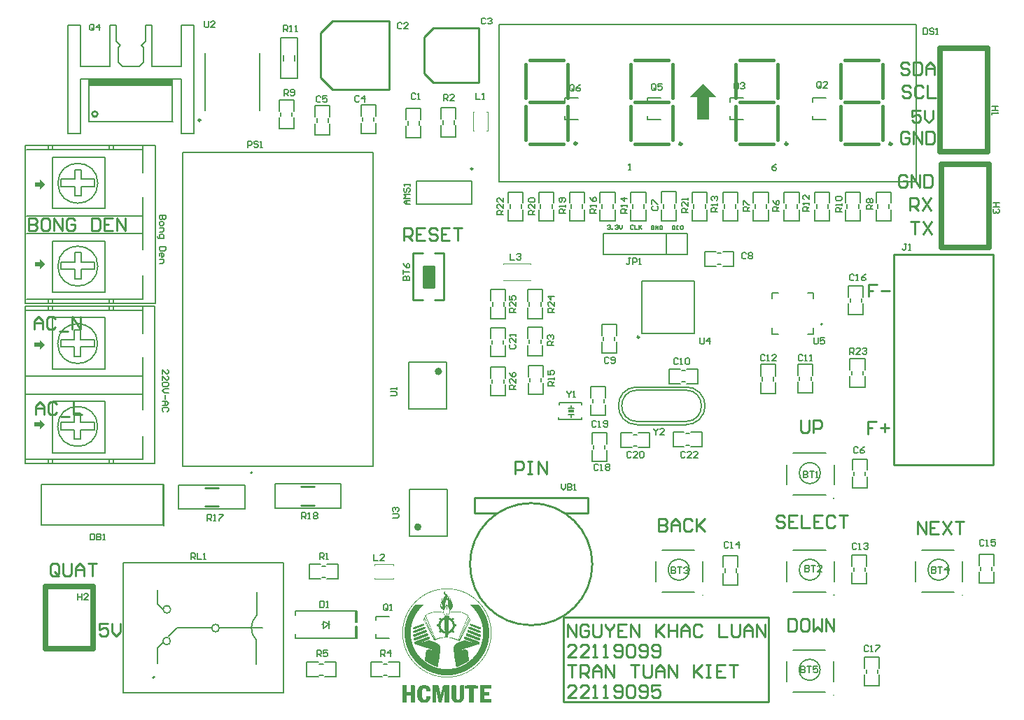
<source format=gto>
G04*
G04 #@! TF.GenerationSoftware,Altium Limited,Altium Designer,21.2.1 (34)*
G04*
G04 Layer_Color=65535*
%FSLAX24Y24*%
%MOIN*%
G70*
G04*
G04 #@! TF.SameCoordinates,0DDDE1A0-FCF8-4535-BD96-C2C20E8F4AC2*
G04*
G04*
G04 #@! TF.FilePolarity,Positive*
G04*
G01*
G75*
%ADD10C,0.0070*%
%ADD11C,0.0079*%
%ADD12C,0.0120*%
%ADD13C,0.0098*%
%ADD14C,0.0100*%
%ADD15C,0.0060*%
%ADD16C,0.0050*%
%ADD17C,0.0070*%
%ADD18C,0.0150*%
%ADD19C,0.0250*%
%ADD20C,0.0080*%
%ADD21C,0.0040*%
%ADD22R,0.0250X0.0140*%
%ADD23R,0.3990X0.0360*%
%ADD24R,0.0500X0.1000*%
G36*
X42630Y45961D02*
Y45951D01*
X42260D01*
Y44891D01*
X41670D01*
Y45951D01*
X41300D01*
X41960Y46611D01*
X41980D01*
X42630Y45961D01*
D02*
G37*
G36*
X10640Y41811D02*
X10390Y41561D01*
Y41711D01*
X10140D01*
Y41911D01*
X10390D01*
Y42061D01*
X10640Y41811D01*
D02*
G37*
G36*
Y38011D02*
X10390Y37761D01*
Y37911D01*
X10140D01*
Y38111D01*
X10390D01*
Y38261D01*
X10640Y38011D01*
D02*
G37*
G36*
X10630Y34166D02*
X10380Y33916D01*
Y34066D01*
X10130D01*
Y34266D01*
X10380D01*
Y34416D01*
X10630Y34166D01*
D02*
G37*
G36*
X29480Y32772D02*
X29245D01*
Y33010D01*
X29480D01*
Y32772D01*
D02*
G37*
G36*
X10630Y30366D02*
X10380Y30116D01*
Y30266D01*
X10130D01*
Y30466D01*
X10380D01*
Y30616D01*
X10630Y30366D01*
D02*
G37*
G36*
X28495Y25351D02*
X28260D01*
Y25589D01*
X28495D01*
Y25351D01*
D02*
G37*
G36*
X29871Y22535D02*
X29941D01*
Y22530D01*
X29995D01*
Y22526D01*
X30030D01*
Y22521D01*
X30061D01*
Y22517D01*
X30092D01*
Y22512D01*
X30123D01*
Y22508D01*
X30145D01*
Y22504D01*
X30167D01*
Y22499D01*
X30189D01*
Y22495D01*
X30216D01*
Y22490D01*
X30234D01*
Y22486D01*
X30251D01*
Y22481D01*
X30269D01*
Y22477D01*
X30291D01*
Y22473D01*
X30309D01*
Y22468D01*
X30322D01*
Y22464D01*
X30340D01*
Y22459D01*
X30358D01*
Y22455D01*
X30371D01*
Y22450D01*
X30384D01*
Y22446D01*
X30397D01*
Y22442D01*
X30415D01*
Y22437D01*
X30428D01*
Y22433D01*
X30442D01*
Y22428D01*
X30451D01*
Y22424D01*
X30468D01*
Y22420D01*
X30477D01*
Y22415D01*
X30490D01*
Y22411D01*
X30504D01*
Y22406D01*
X30517D01*
Y22402D01*
X30526D01*
Y22397D01*
X30539D01*
Y22393D01*
X30548D01*
Y22389D01*
X30561D01*
Y22384D01*
X30570D01*
Y22380D01*
X30583D01*
Y22375D01*
X30592D01*
Y22371D01*
X30601D01*
Y22366D01*
X30614D01*
Y22362D01*
X30623D01*
Y22358D01*
X30632D01*
Y22353D01*
X30645D01*
Y22349D01*
X30654D01*
Y22344D01*
X30663D01*
Y22340D01*
X30672D01*
Y22335D01*
X30681D01*
Y22331D01*
X30690D01*
Y22327D01*
X30698D01*
Y22322D01*
X30707D01*
Y22318D01*
X30716D01*
Y22313D01*
X30725D01*
Y22309D01*
X30734D01*
Y22304D01*
X30743D01*
Y22300D01*
X30752D01*
Y22296D01*
X30760D01*
Y22291D01*
X30769D01*
Y22287D01*
X30778D01*
Y22282D01*
X30783D01*
Y22278D01*
X30791D01*
Y22273D01*
X30800D01*
Y22269D01*
X30809D01*
Y22265D01*
X30818D01*
Y22260D01*
X30822D01*
Y22256D01*
X30831D01*
Y22251D01*
X30840D01*
Y22247D01*
X30845D01*
Y22242D01*
X30853D01*
Y22238D01*
X30862D01*
Y22234D01*
X30867D01*
Y22229D01*
X30876D01*
Y22225D01*
X30884D01*
Y22220D01*
X30889D01*
Y22216D01*
X30898D01*
Y22211D01*
X30907D01*
Y22207D01*
X30911D01*
Y22203D01*
X30920D01*
Y22198D01*
X30924D01*
Y22194D01*
X30933D01*
Y22189D01*
X30938D01*
Y22185D01*
X30946D01*
Y22180D01*
X30951D01*
Y22176D01*
X30960D01*
Y22172D01*
X30964D01*
Y22167D01*
X30973D01*
Y22163D01*
X30977D01*
Y22158D01*
X30982D01*
Y22154D01*
X30991D01*
Y22149D01*
X30995D01*
Y22145D01*
X31004D01*
Y22141D01*
X31008D01*
Y22136D01*
X31013D01*
Y22132D01*
X31022D01*
Y22127D01*
X31026D01*
Y22123D01*
X31035D01*
Y22118D01*
X31039D01*
Y22114D01*
X31044D01*
Y22110D01*
X31048D01*
Y22105D01*
X31057D01*
Y22101D01*
X31062D01*
Y22096D01*
X31066D01*
Y22092D01*
X31075D01*
Y22087D01*
X31079D01*
Y22083D01*
X31084D01*
Y22079D01*
X31088D01*
Y22074D01*
X31097D01*
Y22070D01*
X31101D01*
Y22065D01*
X31106D01*
Y22061D01*
X31110D01*
Y22056D01*
X31119D01*
Y22052D01*
X31123D01*
Y22048D01*
X31128D01*
Y22043D01*
X31132D01*
Y22039D01*
X31137D01*
Y22034D01*
X31146D01*
Y22030D01*
X31150D01*
Y22025D01*
X31154D01*
Y22021D01*
X31159D01*
Y22017D01*
X31163D01*
Y22012D01*
X31168D01*
Y22008D01*
X31172D01*
Y22003D01*
X31181D01*
Y21999D01*
X31185D01*
Y21995D01*
X31190D01*
Y21990D01*
X31194D01*
Y21986D01*
X31199D01*
Y21981D01*
X31203D01*
Y21977D01*
X31208D01*
Y21972D01*
X31212D01*
Y21968D01*
X31216D01*
Y21964D01*
X31221D01*
Y21959D01*
X31225D01*
Y21955D01*
X31230D01*
Y21950D01*
X31239D01*
Y21946D01*
X31243D01*
Y21941D01*
X31247D01*
Y21937D01*
X31252D01*
Y21933D01*
X31256D01*
Y21928D01*
X31261D01*
Y21924D01*
X31265D01*
Y21919D01*
X31270D01*
Y21915D01*
X31274D01*
Y21910D01*
X31278D01*
Y21906D01*
X31283D01*
Y21902D01*
X31287D01*
Y21897D01*
X31292D01*
Y21893D01*
X31296D01*
Y21888D01*
X31301D01*
Y21879D01*
X31305D01*
Y21875D01*
X31309D01*
Y21871D01*
X31314D01*
Y21866D01*
X31318D01*
Y21862D01*
X31323D01*
Y21857D01*
X31327D01*
Y21853D01*
X31332D01*
Y21848D01*
X31336D01*
Y21844D01*
X31340D01*
Y21840D01*
X31345D01*
Y21835D01*
X31349D01*
Y21831D01*
X31354D01*
Y21822D01*
X31358D01*
Y21817D01*
X31363D01*
Y21813D01*
X31367D01*
Y21809D01*
X31371D01*
Y21804D01*
X31376D01*
Y21800D01*
X31380D01*
Y21795D01*
X31385D01*
Y21786D01*
X31389D01*
Y21782D01*
X31394D01*
Y21778D01*
X31398D01*
Y21773D01*
X31402D01*
Y21769D01*
X31407D01*
Y21760D01*
X31411D01*
Y21755D01*
X31416D01*
Y21751D01*
X31420D01*
Y21747D01*
X31425D01*
Y21738D01*
X31429D01*
Y21733D01*
X31433D01*
Y21729D01*
X31438D01*
Y21724D01*
X31442D01*
Y21716D01*
X31447D01*
Y21711D01*
X31451D01*
Y21707D01*
X31456D01*
Y21698D01*
X31460D01*
Y21693D01*
X31464D01*
Y21689D01*
X31469D01*
Y21680D01*
X31473D01*
Y21676D01*
X31478D01*
Y21671D01*
X31482D01*
Y21662D01*
X31487D01*
Y21658D01*
X31491D01*
Y21654D01*
X31495D01*
Y21645D01*
X31500D01*
Y21640D01*
X31504D01*
Y21631D01*
X31509D01*
Y21627D01*
X31513D01*
Y21618D01*
X31518D01*
Y21614D01*
X31522D01*
Y21609D01*
X31526D01*
Y21600D01*
X31531D01*
Y21592D01*
X31535D01*
Y21587D01*
X31540D01*
Y21583D01*
X31544D01*
Y21574D01*
X31548D01*
Y21565D01*
X31553D01*
Y21561D01*
X31557D01*
Y21552D01*
X31562D01*
Y21547D01*
X31566D01*
Y21539D01*
X31571D01*
Y21530D01*
X31575D01*
Y21525D01*
X31579D01*
Y21516D01*
X31584D01*
Y21512D01*
X31588D01*
Y21503D01*
X31593D01*
Y21494D01*
X31597D01*
Y21490D01*
X31602D01*
Y21481D01*
X31606D01*
Y21472D01*
X31610D01*
Y21463D01*
X31615D01*
Y21459D01*
X31619D01*
Y21450D01*
X31624D01*
Y21441D01*
X31628D01*
Y21432D01*
X31633D01*
Y21423D01*
X31637D01*
Y21415D01*
X31641D01*
Y21406D01*
X31646D01*
Y21401D01*
X31650D01*
Y21392D01*
X31655D01*
Y21384D01*
X31659D01*
Y21375D01*
X31664D01*
Y21366D01*
X31668D01*
Y21357D01*
X31672D01*
Y21348D01*
X31677D01*
Y21339D01*
X31681D01*
Y21330D01*
X31686D01*
Y21317D01*
X31690D01*
Y21308D01*
X31695D01*
Y21299D01*
X31699D01*
Y21291D01*
X31703D01*
Y21282D01*
X31708D01*
Y21268D01*
X31712D01*
Y21260D01*
X31717D01*
Y21251D01*
X31721D01*
Y21242D01*
X31726D01*
Y21229D01*
X31730D01*
Y21220D01*
X31734D01*
Y21206D01*
X31739D01*
Y21198D01*
X31743D01*
Y21184D01*
X31748D01*
Y21175D01*
X31752D01*
Y21162D01*
X31757D01*
Y21149D01*
X31761D01*
Y21140D01*
X31765D01*
Y21127D01*
X31770D01*
Y21114D01*
X31774D01*
Y21100D01*
X31779D01*
Y21087D01*
X31783D01*
Y21074D01*
X31788D01*
Y21060D01*
X31792D01*
Y21047D01*
X31796D01*
Y21029D01*
X31801D01*
Y21016D01*
X31805D01*
Y21003D01*
X31810D01*
Y20985D01*
X31814D01*
Y20967D01*
X31819D01*
Y20950D01*
X31823D01*
Y20936D01*
X31827D01*
Y20919D01*
X31832D01*
Y20897D01*
X31836D01*
Y20874D01*
X31841D01*
Y20857D01*
X31845D01*
Y20835D01*
X31850D01*
Y20812D01*
X31854D01*
Y20786D01*
X31858D01*
Y20764D01*
X31863D01*
Y20733D01*
X31867D01*
Y20702D01*
X31872D01*
Y20666D01*
X31876D01*
Y20627D01*
X31881D01*
Y20573D01*
X31885D01*
Y20480D01*
X31889D01*
Y20356D01*
X31885D01*
Y20259D01*
X31881D01*
Y20210D01*
X31876D01*
Y20171D01*
X31872D01*
Y20135D01*
X31867D01*
Y20100D01*
X31863D01*
Y20073D01*
X31858D01*
Y20051D01*
X31854D01*
Y20024D01*
X31850D01*
Y20002D01*
X31845D01*
Y19980D01*
X31841D01*
Y19962D01*
X31836D01*
Y19940D01*
X31832D01*
Y19918D01*
X31827D01*
Y19900D01*
X31823D01*
Y19887D01*
X31819D01*
Y19870D01*
X31814D01*
Y19852D01*
X31810D01*
Y19834D01*
X31805D01*
Y19821D01*
X31801D01*
Y19808D01*
X31796D01*
Y19790D01*
X31792D01*
Y19777D01*
X31788D01*
Y19763D01*
X31783D01*
Y19750D01*
X31779D01*
Y19737D01*
X31774D01*
Y19723D01*
X31770D01*
Y19710D01*
X31765D01*
Y19701D01*
X31761D01*
Y19688D01*
X31757D01*
Y19675D01*
X31752D01*
Y19661D01*
X31748D01*
Y19653D01*
X31743D01*
Y19639D01*
X31739D01*
Y19630D01*
X31734D01*
Y19617D01*
X31730D01*
Y19608D01*
X31726D01*
Y19595D01*
X31721D01*
Y19586D01*
X31717D01*
Y19577D01*
X31712D01*
Y19564D01*
X31708D01*
Y19555D01*
X31703D01*
Y19546D01*
X31699D01*
Y19537D01*
X31695D01*
Y19529D01*
X31690D01*
Y19515D01*
X31686D01*
Y19506D01*
X31681D01*
Y19498D01*
X31677D01*
Y19489D01*
X31672D01*
Y19480D01*
X31668D01*
Y19471D01*
X31664D01*
Y19462D01*
X31659D01*
Y19453D01*
X31655D01*
Y19445D01*
X31650D01*
Y19436D01*
X31646D01*
Y19427D01*
X31641D01*
Y19422D01*
X31637D01*
Y19414D01*
X31633D01*
Y19405D01*
X31628D01*
Y19396D01*
X31624D01*
Y19387D01*
X31619D01*
Y19378D01*
X31615D01*
Y19374D01*
X31610D01*
Y19365D01*
X31606D01*
Y19356D01*
X31602D01*
Y19347D01*
X31597D01*
Y19343D01*
X31593D01*
Y19334D01*
X31588D01*
Y19325D01*
X31584D01*
Y19321D01*
X31579D01*
Y19312D01*
X31575D01*
Y19303D01*
X31571D01*
Y19298D01*
X31566D01*
Y19290D01*
X31562D01*
Y19285D01*
X31557D01*
Y19276D01*
X31553D01*
Y19272D01*
X31548D01*
Y19263D01*
X31544D01*
Y19254D01*
X31540D01*
Y19250D01*
X31535D01*
Y19241D01*
X31531D01*
Y19236D01*
X31526D01*
Y19228D01*
X31522D01*
Y19223D01*
X31518D01*
Y19219D01*
X31513D01*
Y19210D01*
X31509D01*
Y19205D01*
X31504D01*
Y19197D01*
X31500D01*
Y19192D01*
X31495D01*
Y19183D01*
X31491D01*
Y19179D01*
X31487D01*
Y19174D01*
X31482D01*
Y19166D01*
X31478D01*
Y19161D01*
X31473D01*
Y19157D01*
X31469D01*
Y19148D01*
X31464D01*
Y19143D01*
X31460D01*
Y19139D01*
X31456D01*
Y19130D01*
X31451D01*
Y19126D01*
X31447D01*
Y19121D01*
X31442D01*
Y19112D01*
X31438D01*
Y19108D01*
X31433D01*
Y19104D01*
X31429D01*
Y19099D01*
X31425D01*
Y19090D01*
X31420D01*
Y19086D01*
X31416D01*
Y19081D01*
X31411D01*
Y19077D01*
X31407D01*
Y19068D01*
X31402D01*
Y19064D01*
X31398D01*
Y19059D01*
X31394D01*
Y19055D01*
X31389D01*
Y19051D01*
X31385D01*
Y19042D01*
X31380D01*
Y19037D01*
X31376D01*
Y19033D01*
X31371D01*
Y19028D01*
X31367D01*
Y19024D01*
X31363D01*
Y19020D01*
X31358D01*
Y19015D01*
X31354D01*
Y19006D01*
X31349D01*
Y19002D01*
X31345D01*
Y18997D01*
X31340D01*
Y18993D01*
X31336D01*
Y18989D01*
X31332D01*
Y18984D01*
X31327D01*
Y18980D01*
X31323D01*
Y18975D01*
X31318D01*
Y18971D01*
X31314D01*
Y18966D01*
X31309D01*
Y18962D01*
X31305D01*
Y18953D01*
X31301D01*
Y18949D01*
X31296D01*
Y18944D01*
X31292D01*
Y18940D01*
X31287D01*
Y18935D01*
X31283D01*
Y18931D01*
X31278D01*
Y18927D01*
X31274D01*
Y18922D01*
X31270D01*
Y18918D01*
X31265D01*
Y18913D01*
X31261D01*
Y18909D01*
X31256D01*
Y18904D01*
X31252D01*
Y18900D01*
X31247D01*
Y18896D01*
X31243D01*
Y18891D01*
X31239D01*
Y18887D01*
X31234D01*
Y18882D01*
X31230D01*
Y18878D01*
X31221D01*
Y18873D01*
X31216D01*
Y18869D01*
X31212D01*
Y18865D01*
X31208D01*
Y18860D01*
X31203D01*
Y18856D01*
X31199D01*
Y18851D01*
X31194D01*
Y18847D01*
X31190D01*
Y18842D01*
X31185D01*
Y18838D01*
X31181D01*
Y18834D01*
X31177D01*
Y18829D01*
X31168D01*
Y18825D01*
X31163D01*
Y18820D01*
X31159D01*
Y18816D01*
X31154D01*
Y18811D01*
X31150D01*
Y18807D01*
X31146D01*
Y18803D01*
X31137D01*
Y18798D01*
X31132D01*
Y18794D01*
X31128D01*
Y18789D01*
X31123D01*
Y18785D01*
X31119D01*
Y18780D01*
X31110D01*
Y18776D01*
X31106D01*
Y18772D01*
X31101D01*
Y18767D01*
X31097D01*
Y18763D01*
X31093D01*
Y18758D01*
X31084D01*
Y18754D01*
X31079D01*
Y18749D01*
X31075D01*
Y18745D01*
X31066D01*
Y18741D01*
X31062D01*
Y18736D01*
X31057D01*
Y18732D01*
X31053D01*
Y18727D01*
X31044D01*
Y18723D01*
X31039D01*
Y18718D01*
X31035D01*
Y18714D01*
X31026D01*
Y18710D01*
X31022D01*
Y18705D01*
X31013D01*
Y18701D01*
X31008D01*
Y18696D01*
X31004D01*
Y18692D01*
X30995D01*
Y18687D01*
X30991D01*
Y18683D01*
X30982D01*
Y18679D01*
X30977D01*
Y18674D01*
X30973D01*
Y18670D01*
X30964D01*
Y18665D01*
X30960D01*
Y18661D01*
X30951D01*
Y18656D01*
X30946D01*
Y18652D01*
X30938D01*
Y18648D01*
X30933D01*
Y18643D01*
X30924D01*
Y18639D01*
X30920D01*
Y18634D01*
X30911D01*
Y18630D01*
X30902D01*
Y18626D01*
X30898D01*
Y18621D01*
X30889D01*
Y18617D01*
X30884D01*
Y18612D01*
X30876D01*
Y18608D01*
X30867D01*
Y18603D01*
X30862D01*
Y18599D01*
X30853D01*
Y18595D01*
X30845D01*
Y18590D01*
X30840D01*
Y18586D01*
X30831D01*
Y18581D01*
X30822D01*
Y18577D01*
X30818D01*
Y18572D01*
X30809D01*
Y18568D01*
X30800D01*
Y18564D01*
X30791D01*
Y18559D01*
X30783D01*
Y18555D01*
X30778D01*
Y18550D01*
X30769D01*
Y18546D01*
X30760D01*
Y18541D01*
X30752D01*
Y18537D01*
X30743D01*
Y18533D01*
X30734D01*
Y18528D01*
X30725D01*
Y18524D01*
X30716D01*
Y18519D01*
X30707D01*
Y18515D01*
X30698D01*
Y18510D01*
X30690D01*
Y18506D01*
X30681D01*
Y18502D01*
X30672D01*
Y18497D01*
X30663D01*
Y18493D01*
X30654D01*
Y18488D01*
X30641D01*
Y18484D01*
X30632D01*
Y18479D01*
X30623D01*
Y18475D01*
X30614D01*
Y18471D01*
X30601D01*
Y18466D01*
X30592D01*
Y18462D01*
X30583D01*
Y18457D01*
X30570D01*
Y18453D01*
X30561D01*
Y18448D01*
X30548D01*
Y18444D01*
X30539D01*
Y18440D01*
X30526D01*
Y18435D01*
X30517D01*
Y18431D01*
X30504D01*
Y18426D01*
X30490D01*
Y18422D01*
X30477D01*
Y18417D01*
X30468D01*
Y18413D01*
X30455D01*
Y18409D01*
X30442D01*
Y18404D01*
X30428D01*
Y18400D01*
X30415D01*
Y18395D01*
X30402D01*
Y18391D01*
X30384D01*
Y18386D01*
X30371D01*
Y18382D01*
X30353D01*
Y18378D01*
X30340D01*
Y18373D01*
X30322D01*
Y18369D01*
X30304D01*
Y18364D01*
X30291D01*
Y18360D01*
X30273D01*
Y18355D01*
X30256D01*
Y18351D01*
X30234D01*
Y18347D01*
X30212D01*
Y18342D01*
X30194D01*
Y18338D01*
X30172D01*
Y18333D01*
X30145D01*
Y18329D01*
X30119D01*
Y18324D01*
X30096D01*
Y18320D01*
X30065D01*
Y18316D01*
X30026D01*
Y18311D01*
X29990D01*
Y18307D01*
X29946D01*
Y18302D01*
X29884D01*
Y18298D01*
X29649D01*
Y18302D01*
X29587D01*
Y18307D01*
X29543D01*
Y18311D01*
X29503D01*
Y18316D01*
X29468D01*
Y18320D01*
X29437D01*
Y18324D01*
X29410D01*
Y18329D01*
X29388D01*
Y18333D01*
X29362D01*
Y18338D01*
X29339D01*
Y18342D01*
X29322D01*
Y18347D01*
X29300D01*
Y18351D01*
X29277D01*
Y18355D01*
X29260D01*
Y18360D01*
X29242D01*
Y18364D01*
X29229D01*
Y18369D01*
X29207D01*
Y18373D01*
X29193D01*
Y18378D01*
X29180D01*
Y18382D01*
X29162D01*
Y18386D01*
X29149D01*
Y18391D01*
X29131D01*
Y18395D01*
X29122D01*
Y18400D01*
X29105D01*
Y18404D01*
X29091D01*
Y18409D01*
X29078D01*
Y18413D01*
X29069D01*
Y18417D01*
X29056D01*
Y18422D01*
X29043D01*
Y18426D01*
X29029D01*
Y18431D01*
X29016D01*
Y18435D01*
X29007D01*
Y18440D01*
X28994D01*
Y18444D01*
X28981D01*
Y18448D01*
X28972D01*
Y18453D01*
X28963D01*
Y18457D01*
X28950D01*
Y18462D01*
X28941D01*
Y18466D01*
X28928D01*
Y18471D01*
X28919D01*
Y18475D01*
X28910D01*
Y18479D01*
X28901D01*
Y18484D01*
X28888D01*
Y18488D01*
X28879D01*
Y18493D01*
X28870D01*
Y18497D01*
X28861D01*
Y18502D01*
X28852D01*
Y18506D01*
X28844D01*
Y18510D01*
X28835D01*
Y18515D01*
X28826D01*
Y18519D01*
X28817D01*
Y18524D01*
X28808D01*
Y18528D01*
X28799D01*
Y18533D01*
X28790D01*
Y18537D01*
X28782D01*
Y18541D01*
X28773D01*
Y18546D01*
X28764D01*
Y18550D01*
X28755D01*
Y18555D01*
X28746D01*
Y18559D01*
X28742D01*
Y18564D01*
X28733D01*
Y18568D01*
X28724D01*
Y18572D01*
X28715D01*
Y18577D01*
X28706D01*
Y18581D01*
X28702D01*
Y18586D01*
X28693D01*
Y18590D01*
X28684D01*
Y18595D01*
X28680D01*
Y18599D01*
X28671D01*
Y18603D01*
X28662D01*
Y18608D01*
X28658D01*
Y18612D01*
X28649D01*
Y18617D01*
X28640D01*
Y18621D01*
X28635D01*
Y18626D01*
X28627D01*
Y18630D01*
X28622D01*
Y18634D01*
X28613D01*
Y18639D01*
X28609D01*
Y18643D01*
X28600D01*
Y18648D01*
X28596D01*
Y18652D01*
X28587D01*
Y18656D01*
X28582D01*
Y18661D01*
X28573D01*
Y18665D01*
X28569D01*
Y18670D01*
X28560D01*
Y18674D01*
X28556D01*
Y18679D01*
X28547D01*
Y18683D01*
X28542D01*
Y18687D01*
X28538D01*
Y18692D01*
X28529D01*
Y18696D01*
X28525D01*
Y18701D01*
X28516D01*
Y18705D01*
X28512D01*
Y18710D01*
X28507D01*
Y18714D01*
X28498D01*
Y18718D01*
X28494D01*
Y18723D01*
X28489D01*
Y18727D01*
X28481D01*
Y18732D01*
X28476D01*
Y18736D01*
X28472D01*
Y18741D01*
X28463D01*
Y18745D01*
X28458D01*
Y18749D01*
X28454D01*
Y18754D01*
X28450D01*
Y18758D01*
X28441D01*
Y18763D01*
X28436D01*
Y18767D01*
X28432D01*
Y18772D01*
X28427D01*
Y18776D01*
X28419D01*
Y18780D01*
X28414D01*
Y18785D01*
X28410D01*
Y18789D01*
X28405D01*
Y18794D01*
X28401D01*
Y18798D01*
X28392D01*
Y18803D01*
X28388D01*
Y18807D01*
X28383D01*
Y18811D01*
X28379D01*
Y18816D01*
X28374D01*
Y18820D01*
X28370D01*
Y18825D01*
X28361D01*
Y18829D01*
X28357D01*
Y18834D01*
X28352D01*
Y18838D01*
X28348D01*
Y18842D01*
X28343D01*
Y18847D01*
X28339D01*
Y18851D01*
X28334D01*
Y18856D01*
X28330D01*
Y18860D01*
X28326D01*
Y18865D01*
X28321D01*
Y18869D01*
X28312D01*
Y18873D01*
X28308D01*
Y18878D01*
X28303D01*
Y18882D01*
X28299D01*
Y18887D01*
X28295D01*
Y18891D01*
X28290D01*
Y18896D01*
X28286D01*
Y18900D01*
X28281D01*
Y18904D01*
X28277D01*
Y18909D01*
X28272D01*
Y18913D01*
X28268D01*
Y18918D01*
X28264D01*
Y18922D01*
X28259D01*
Y18927D01*
X28255D01*
Y18931D01*
X28250D01*
Y18935D01*
X28246D01*
Y18940D01*
X28241D01*
Y18944D01*
X28237D01*
Y18949D01*
X28233D01*
Y18953D01*
X28228D01*
Y18958D01*
X28224D01*
Y18962D01*
X28219D01*
Y18966D01*
X28215D01*
Y18975D01*
X28210D01*
Y18980D01*
X28206D01*
Y18984D01*
X28202D01*
Y18989D01*
X28197D01*
Y18993D01*
X28193D01*
Y18997D01*
X28188D01*
Y19002D01*
X28184D01*
Y19006D01*
X28179D01*
Y19011D01*
X28175D01*
Y19015D01*
X28171D01*
Y19024D01*
X28166D01*
Y19028D01*
X28162D01*
Y19033D01*
X28157D01*
Y19037D01*
X28153D01*
Y19042D01*
X28148D01*
Y19046D01*
X28144D01*
Y19055D01*
X28140D01*
Y19059D01*
X28135D01*
Y19064D01*
X28131D01*
Y19068D01*
X28126D01*
Y19073D01*
X28122D01*
Y19081D01*
X28117D01*
Y19086D01*
X28113D01*
Y19090D01*
X28109D01*
Y19095D01*
X28104D01*
Y19104D01*
X28100D01*
Y19108D01*
X28095D01*
Y19112D01*
X28091D01*
Y19117D01*
X28087D01*
Y19126D01*
X28082D01*
Y19130D01*
X28078D01*
Y19135D01*
X28073D01*
Y19143D01*
X28069D01*
Y19148D01*
X28064D01*
Y19152D01*
X28060D01*
Y19161D01*
X28056D01*
Y19166D01*
X28051D01*
Y19170D01*
X28047D01*
Y19179D01*
X28042D01*
Y19183D01*
X28038D01*
Y19192D01*
X28033D01*
Y19197D01*
X28029D01*
Y19201D01*
X28025D01*
Y19210D01*
X28020D01*
Y19214D01*
X28016D01*
Y19223D01*
X28011D01*
Y19228D01*
X28007D01*
Y19236D01*
X28002D01*
Y19241D01*
X27998D01*
Y19250D01*
X27994D01*
Y19254D01*
X27989D01*
Y19263D01*
X27985D01*
Y19267D01*
X27980D01*
Y19276D01*
X27976D01*
Y19281D01*
X27971D01*
Y19290D01*
X27967D01*
Y19298D01*
X27963D01*
Y19303D01*
X27958D01*
Y19312D01*
X27954D01*
Y19316D01*
X27949D01*
Y19325D01*
X27945D01*
Y19334D01*
X27940D01*
Y19338D01*
X27936D01*
Y19347D01*
X27932D01*
Y19356D01*
X27927D01*
Y19365D01*
X27923D01*
Y19369D01*
X27918D01*
Y19378D01*
X27914D01*
Y19387D01*
X27909D01*
Y19396D01*
X27905D01*
Y19400D01*
X27901D01*
Y19409D01*
X27896D01*
Y19418D01*
X27892D01*
Y19427D01*
X27887D01*
Y19436D01*
X27883D01*
Y19445D01*
X27878D01*
Y19453D01*
X27874D01*
Y19462D01*
X27870D01*
Y19471D01*
X27865D01*
Y19480D01*
X27861D01*
Y19489D01*
X27856D01*
Y19498D01*
X27852D01*
Y19506D01*
X27847D01*
Y19515D01*
X27843D01*
Y19524D01*
X27839D01*
Y19533D01*
X27834D01*
Y19546D01*
X27830D01*
Y19555D01*
X27825D01*
Y19564D01*
X27821D01*
Y19573D01*
X27816D01*
Y19586D01*
X27812D01*
Y19595D01*
X27808D01*
Y19608D01*
X27803D01*
Y19617D01*
X27799D01*
Y19626D01*
X27794D01*
Y19639D01*
X27790D01*
Y19648D01*
X27785D01*
Y19661D01*
X27781D01*
Y19675D01*
X27777D01*
Y19684D01*
X27772D01*
Y19697D01*
X27768D01*
Y19710D01*
X27763D01*
Y19723D01*
X27759D01*
Y19737D01*
X27754D01*
Y19750D01*
X27750D01*
Y19763D01*
X27746D01*
Y19777D01*
X27741D01*
Y19790D01*
X27737D01*
Y19803D01*
X27732D01*
Y19816D01*
X27728D01*
Y19834D01*
X27723D01*
Y19852D01*
X27719D01*
Y19865D01*
X27715D01*
Y19883D01*
X27710D01*
Y19900D01*
X27706D01*
Y19918D01*
X27701D01*
Y19936D01*
X27697D01*
Y19954D01*
X27692D01*
Y19976D01*
X27688D01*
Y19998D01*
X27684D01*
Y20020D01*
X27679D01*
Y20042D01*
X27675D01*
Y20069D01*
X27670D01*
Y20100D01*
X27666D01*
Y20131D01*
X27662D01*
Y20162D01*
X27657D01*
Y20202D01*
X27653D01*
Y20259D01*
X27648D01*
Y20334D01*
X27644D01*
Y20503D01*
X27648D01*
Y20578D01*
X27653D01*
Y20635D01*
X27657D01*
Y20675D01*
X27662D01*
Y20706D01*
X27666D01*
Y20737D01*
X27670D01*
Y20768D01*
X27675D01*
Y20795D01*
X27679D01*
Y20817D01*
X27684D01*
Y20839D01*
X27688D01*
Y20861D01*
X27692D01*
Y20883D01*
X27697D01*
Y20901D01*
X27701D01*
Y20919D01*
X27706D01*
Y20936D01*
X27710D01*
Y20954D01*
X27715D01*
Y20972D01*
X27719D01*
Y20985D01*
X27723D01*
Y21003D01*
X27728D01*
Y21021D01*
X27732D01*
Y21034D01*
X27737D01*
Y21047D01*
X27741D01*
Y21060D01*
X27746D01*
Y21078D01*
X27750D01*
Y21087D01*
X27754D01*
Y21100D01*
X27759D01*
Y21114D01*
X27763D01*
Y21127D01*
X27768D01*
Y21140D01*
X27772D01*
Y21153D01*
X27777D01*
Y21167D01*
X27781D01*
Y21175D01*
X27785D01*
Y21189D01*
X27790D01*
Y21198D01*
X27794D01*
Y21211D01*
X27799D01*
Y21220D01*
X27803D01*
Y21233D01*
X27808D01*
Y21242D01*
X27812D01*
Y21251D01*
X27816D01*
Y21264D01*
X27821D01*
Y21273D01*
X27825D01*
Y21282D01*
X27830D01*
Y21291D01*
X27834D01*
Y21304D01*
X27839D01*
Y21313D01*
X27843D01*
Y21322D01*
X27847D01*
Y21330D01*
X27852D01*
Y21339D01*
X27856D01*
Y21348D01*
X27861D01*
Y21357D01*
X27865D01*
Y21366D01*
X27870D01*
Y21375D01*
X27874D01*
Y21384D01*
X27878D01*
Y21392D01*
X27883D01*
Y21401D01*
X27887D01*
Y21410D01*
X27892D01*
Y21419D01*
X27896D01*
Y21428D01*
X27901D01*
Y21437D01*
X27905D01*
Y21441D01*
X27909D01*
Y21450D01*
X27914D01*
Y21459D01*
X27918D01*
Y21468D01*
X27923D01*
Y21472D01*
X27927D01*
Y21481D01*
X27932D01*
Y21490D01*
X27936D01*
Y21499D01*
X27940D01*
Y21503D01*
X27945D01*
Y21512D01*
X27949D01*
Y21521D01*
X27954D01*
Y21525D01*
X27958D01*
Y21534D01*
X27963D01*
Y21539D01*
X27967D01*
Y21547D01*
X27971D01*
Y21556D01*
X27976D01*
Y21561D01*
X27980D01*
Y21570D01*
X27985D01*
Y21574D01*
X27989D01*
Y21583D01*
X27994D01*
Y21587D01*
X27998D01*
Y21596D01*
X28002D01*
Y21600D01*
X28007D01*
Y21609D01*
X28011D01*
Y21614D01*
X28016D01*
Y21623D01*
X28020D01*
Y21627D01*
X28025D01*
Y21636D01*
X28029D01*
Y21640D01*
X28033D01*
Y21645D01*
X28038D01*
Y21654D01*
X28042D01*
Y21658D01*
X28047D01*
Y21667D01*
X28051D01*
Y21671D01*
X28056D01*
Y21676D01*
X28060D01*
Y21685D01*
X28064D01*
Y21689D01*
X28069D01*
Y21693D01*
X28073D01*
Y21702D01*
X28078D01*
Y21707D01*
X28082D01*
Y21711D01*
X28087D01*
Y21720D01*
X28091D01*
Y21724D01*
X28095D01*
Y21729D01*
X28100D01*
Y21733D01*
X28104D01*
Y21742D01*
X28109D01*
Y21747D01*
X28113D01*
Y21751D01*
X28117D01*
Y21755D01*
X28122D01*
Y21764D01*
X28126D01*
Y21769D01*
X28131D01*
Y21773D01*
X28135D01*
Y21778D01*
X28140D01*
Y21782D01*
X28144D01*
Y21791D01*
X28148D01*
Y21795D01*
X28153D01*
Y21800D01*
X28157D01*
Y21804D01*
X28162D01*
Y21809D01*
X28166D01*
Y21813D01*
X28171D01*
Y21822D01*
X28175D01*
Y21826D01*
X28179D01*
Y21831D01*
X28184D01*
Y21835D01*
X28188D01*
Y21840D01*
X28193D01*
Y21844D01*
X28197D01*
Y21848D01*
X28202D01*
Y21853D01*
X28206D01*
Y21857D01*
X28210D01*
Y21862D01*
X28215D01*
Y21866D01*
X28219D01*
Y21875D01*
X28224D01*
Y21879D01*
X28228D01*
Y21884D01*
X28233D01*
Y21888D01*
X28237D01*
Y21893D01*
X28241D01*
Y21897D01*
X28246D01*
Y21902D01*
X28250D01*
Y21906D01*
X28255D01*
Y21910D01*
X28259D01*
Y21915D01*
X28264D01*
Y21919D01*
X28268D01*
Y21924D01*
X28272D01*
Y21928D01*
X28277D01*
Y21933D01*
X28281D01*
Y21937D01*
X28286D01*
Y21941D01*
X28290D01*
Y21946D01*
X28295D01*
Y21950D01*
X28299D01*
Y21955D01*
X28303D01*
Y21959D01*
X28308D01*
Y21964D01*
X28317D01*
Y21968D01*
X28321D01*
Y21972D01*
X28326D01*
Y21977D01*
X28330D01*
Y21981D01*
X28334D01*
Y21986D01*
X28339D01*
Y21990D01*
X28343D01*
Y21995D01*
X28348D01*
Y21999D01*
X28352D01*
Y22003D01*
X28357D01*
Y22008D01*
X28361D01*
Y22012D01*
X28370D01*
Y22017D01*
X28374D01*
Y22021D01*
X28379D01*
Y22025D01*
X28383D01*
Y22030D01*
X28388D01*
Y22034D01*
X28392D01*
Y22039D01*
X28401D01*
Y22043D01*
X28405D01*
Y22048D01*
X28410D01*
Y22052D01*
X28414D01*
Y22056D01*
X28419D01*
Y22061D01*
X28427D01*
Y22065D01*
X28432D01*
Y22070D01*
X28436D01*
Y22074D01*
X28441D01*
Y22079D01*
X28450D01*
Y22083D01*
X28454D01*
Y22087D01*
X28458D01*
Y22092D01*
X28463D01*
Y22096D01*
X28472D01*
Y22101D01*
X28476D01*
Y22105D01*
X28481D01*
Y22110D01*
X28489D01*
Y22114D01*
X28494D01*
Y22118D01*
X28498D01*
Y22123D01*
X28507D01*
Y22127D01*
X28512D01*
Y22132D01*
X28516D01*
Y22136D01*
X28525D01*
Y22141D01*
X28529D01*
Y22145D01*
X28538D01*
Y22149D01*
X28542D01*
Y22154D01*
X28547D01*
Y22158D01*
X28556D01*
Y22163D01*
X28560D01*
Y22167D01*
X28569D01*
Y22172D01*
X28573D01*
Y22176D01*
X28582D01*
Y22180D01*
X28587D01*
Y22185D01*
X28596D01*
Y22189D01*
X28600D01*
Y22194D01*
X28609D01*
Y22198D01*
X28613D01*
Y22203D01*
X28622D01*
Y22207D01*
X28627D01*
Y22211D01*
X28635D01*
Y22216D01*
X28644D01*
Y22220D01*
X28649D01*
Y22225D01*
X28658D01*
Y22229D01*
X28662D01*
Y22234D01*
X28671D01*
Y22238D01*
X28680D01*
Y22242D01*
X28684D01*
Y22247D01*
X28693D01*
Y22251D01*
X28702D01*
Y22256D01*
X28706D01*
Y22260D01*
X28715D01*
Y22265D01*
X28724D01*
Y22269D01*
X28733D01*
Y22273D01*
X28742D01*
Y22278D01*
X28746D01*
Y22282D01*
X28755D01*
Y22287D01*
X28764D01*
Y22291D01*
X28773D01*
Y22296D01*
X28782D01*
Y22300D01*
X28790D01*
Y22304D01*
X28799D01*
Y22309D01*
X28808D01*
Y22313D01*
X28817D01*
Y22318D01*
X28826D01*
Y22322D01*
X28835D01*
Y22327D01*
X28844D01*
Y22331D01*
X28852D01*
Y22335D01*
X28861D01*
Y22340D01*
X28870D01*
Y22344D01*
X28879D01*
Y22349D01*
X28888D01*
Y22353D01*
X28901D01*
Y22358D01*
X28910D01*
Y22362D01*
X28919D01*
Y22366D01*
X28928D01*
Y22371D01*
X28941D01*
Y22375D01*
X28950D01*
Y22380D01*
X28963D01*
Y22384D01*
X28972D01*
Y22389D01*
X28985D01*
Y22393D01*
X28994D01*
Y22397D01*
X29007D01*
Y22402D01*
X29016D01*
Y22406D01*
X29029D01*
Y22411D01*
X29043D01*
Y22415D01*
X29052D01*
Y22420D01*
X29065D01*
Y22424D01*
X29078D01*
Y22428D01*
X29091D01*
Y22433D01*
X29105D01*
Y22437D01*
X29118D01*
Y22442D01*
X29136D01*
Y22446D01*
X29149D01*
Y22450D01*
X29162D01*
Y22455D01*
X29176D01*
Y22459D01*
X29193D01*
Y22464D01*
X29211D01*
Y22468D01*
X29224D01*
Y22473D01*
X29242D01*
Y22477D01*
X29264D01*
Y22481D01*
X29282D01*
Y22486D01*
X29300D01*
Y22490D01*
X29317D01*
Y22495D01*
X29339D01*
Y22499D01*
X29366D01*
Y22504D01*
X29384D01*
Y22508D01*
X29410D01*
Y22512D01*
X29441D01*
Y22517D01*
X29472D01*
Y22521D01*
X29503D01*
Y22526D01*
X29539D01*
Y22530D01*
X29592D01*
Y22535D01*
X29663D01*
Y22539D01*
X29871D01*
Y22535D01*
D02*
G37*
G36*
X28737Y17930D02*
X28764D01*
Y17926D01*
X28786D01*
Y17922D01*
X28799D01*
Y17917D01*
X28813D01*
Y17913D01*
X28826D01*
Y17908D01*
X28835D01*
Y17904D01*
X28844D01*
Y17899D01*
X28852D01*
Y17895D01*
X28861D01*
Y17891D01*
X28866D01*
Y17886D01*
X28875D01*
Y17882D01*
X28879D01*
Y17877D01*
X28883D01*
Y17873D01*
X28892D01*
Y17868D01*
X28897D01*
Y17864D01*
X28901D01*
Y17860D01*
X28906D01*
Y17855D01*
X28910D01*
Y17851D01*
X28914D01*
Y17846D01*
X28919D01*
Y17837D01*
X28923D01*
Y17833D01*
X28928D01*
Y17829D01*
X28932D01*
Y17824D01*
X28937D01*
Y17815D01*
X28941D01*
Y17811D01*
X28945D01*
Y17802D01*
X28950D01*
Y17793D01*
X28954D01*
Y17784D01*
X28959D01*
Y17775D01*
X28963D01*
Y17762D01*
X28967D01*
Y17749D01*
X28972D01*
Y17736D01*
X28976D01*
Y17718D01*
X28981D01*
Y17696D01*
X28985D01*
Y17634D01*
X28782D01*
Y17674D01*
X28777D01*
Y17696D01*
X28773D01*
Y17714D01*
X28768D01*
Y17727D01*
X28764D01*
Y17736D01*
X28759D01*
Y17745D01*
X28755D01*
Y17749D01*
X28751D01*
Y17758D01*
X28746D01*
Y17762D01*
X28742D01*
Y17767D01*
X28733D01*
Y17771D01*
X28728D01*
Y17775D01*
X28715D01*
Y17780D01*
X28697D01*
Y17784D01*
X28680D01*
Y17780D01*
X28662D01*
Y17775D01*
X28653D01*
Y17771D01*
X28644D01*
Y17767D01*
X28640D01*
Y17762D01*
X28635D01*
Y17758D01*
X28631D01*
Y17753D01*
X28627D01*
Y17749D01*
X28622D01*
Y17745D01*
X28618D01*
Y17736D01*
X28613D01*
Y17727D01*
X28609D01*
Y17714D01*
X28604D01*
Y17700D01*
X28600D01*
Y17687D01*
X28596D01*
Y17665D01*
X28591D01*
Y17634D01*
X28587D01*
Y17572D01*
X28582D01*
Y17435D01*
X28587D01*
Y17373D01*
X28591D01*
Y17337D01*
X28596D01*
Y17320D01*
X28600D01*
Y17306D01*
X28604D01*
Y17293D01*
X28609D01*
Y17284D01*
X28613D01*
Y17280D01*
X28618D01*
Y17271D01*
X28622D01*
Y17266D01*
X28627D01*
Y17262D01*
X28631D01*
Y17258D01*
X28635D01*
Y17253D01*
X28644D01*
Y17249D01*
X28653D01*
Y17244D01*
X28662D01*
Y17240D01*
X28689D01*
Y17235D01*
X28702D01*
Y17240D01*
X28728D01*
Y17244D01*
X28737D01*
Y17249D01*
X28746D01*
Y17253D01*
X28755D01*
Y17258D01*
X28759D01*
Y17262D01*
X28764D01*
Y17266D01*
X28768D01*
Y17275D01*
X28773D01*
Y17280D01*
X28777D01*
Y17289D01*
X28782D01*
Y17302D01*
X28786D01*
Y17315D01*
X28790D01*
Y17342D01*
X28795D01*
Y17399D01*
X28799D01*
Y17404D01*
X28813D01*
Y17399D01*
X28866D01*
Y17395D01*
X28919D01*
Y17390D01*
X28976D01*
Y17386D01*
X28985D01*
Y17328D01*
X28981D01*
Y17302D01*
X28976D01*
Y17284D01*
X28972D01*
Y17271D01*
X28967D01*
Y17258D01*
X28963D01*
Y17249D01*
X28959D01*
Y17240D01*
X28954D01*
Y17231D01*
X28950D01*
Y17222D01*
X28945D01*
Y17213D01*
X28941D01*
Y17209D01*
X28937D01*
Y17200D01*
X28932D01*
Y17196D01*
X28928D01*
Y17187D01*
X28923D01*
Y17182D01*
X28919D01*
Y17178D01*
X28914D01*
Y17173D01*
X28910D01*
Y17169D01*
X28906D01*
Y17165D01*
X28901D01*
Y17160D01*
X28897D01*
Y17156D01*
X28892D01*
Y17151D01*
X28888D01*
Y17147D01*
X28883D01*
Y17142D01*
X28875D01*
Y17138D01*
X28870D01*
Y17134D01*
X28861D01*
Y17129D01*
X28857D01*
Y17125D01*
X28848D01*
Y17120D01*
X28839D01*
Y17116D01*
X28830D01*
Y17111D01*
X28821D01*
Y17107D01*
X28808D01*
Y17103D01*
X28795D01*
Y17098D01*
X28782D01*
Y17094D01*
X28755D01*
Y17089D01*
X28724D01*
Y17085D01*
X28644D01*
Y17089D01*
X28609D01*
Y17094D01*
X28587D01*
Y17098D01*
X28573D01*
Y17103D01*
X28560D01*
Y17107D01*
X28547D01*
Y17111D01*
X28538D01*
Y17116D01*
X28525D01*
Y17120D01*
X28520D01*
Y17125D01*
X28512D01*
Y17129D01*
X28503D01*
Y17134D01*
X28494D01*
Y17138D01*
X28489D01*
Y17142D01*
X28485D01*
Y17147D01*
X28476D01*
Y17151D01*
X28472D01*
Y17156D01*
X28467D01*
Y17160D01*
X28463D01*
Y17165D01*
X28458D01*
Y17169D01*
X28454D01*
Y17173D01*
X28450D01*
Y17178D01*
X28445D01*
Y17182D01*
X28441D01*
Y17187D01*
X28436D01*
Y17191D01*
X28432D01*
Y17200D01*
X28427D01*
Y17204D01*
X28423D01*
Y17209D01*
X28419D01*
Y17218D01*
X28414D01*
Y17227D01*
X28410D01*
Y17231D01*
X28405D01*
Y17240D01*
X28401D01*
Y17249D01*
X28396D01*
Y17258D01*
X28392D01*
Y17266D01*
X28388D01*
Y17275D01*
X28383D01*
Y17289D01*
X28379D01*
Y17302D01*
X28374D01*
Y17315D01*
X28370D01*
Y17328D01*
X28365D01*
Y17346D01*
X28361D01*
Y17368D01*
X28357D01*
Y17395D01*
X28352D01*
Y17426D01*
X28348D01*
Y17594D01*
X28352D01*
Y17625D01*
X28357D01*
Y17647D01*
X28361D01*
Y17669D01*
X28365D01*
Y17687D01*
X28370D01*
Y17700D01*
X28374D01*
Y17714D01*
X28379D01*
Y17727D01*
X28383D01*
Y17740D01*
X28388D01*
Y17749D01*
X28392D01*
Y17758D01*
X28396D01*
Y17771D01*
X28401D01*
Y17780D01*
X28405D01*
Y17784D01*
X28410D01*
Y17793D01*
X28414D01*
Y17802D01*
X28419D01*
Y17806D01*
X28423D01*
Y17811D01*
X28427D01*
Y17820D01*
X28432D01*
Y17824D01*
X28436D01*
Y17829D01*
X28441D01*
Y17833D01*
X28445D01*
Y17842D01*
X28450D01*
Y17846D01*
X28454D01*
Y17851D01*
X28458D01*
Y17855D01*
X28463D01*
Y17860D01*
X28467D01*
Y17864D01*
X28476D01*
Y17868D01*
X28481D01*
Y17873D01*
X28485D01*
Y17877D01*
X28489D01*
Y17882D01*
X28498D01*
Y17886D01*
X28503D01*
Y17891D01*
X28512D01*
Y17895D01*
X28520D01*
Y17899D01*
X28529D01*
Y17904D01*
X28538D01*
Y17908D01*
X28547D01*
Y17913D01*
X28560D01*
Y17917D01*
X28573D01*
Y17922D01*
X28587D01*
Y17926D01*
X28609D01*
Y17930D01*
X28635D01*
Y17935D01*
X28737D01*
Y17930D01*
D02*
G37*
G36*
X28224Y17917D02*
X28255D01*
Y17576D01*
Y17572D01*
Y17103D01*
X28038D01*
Y17435D01*
X27865D01*
Y17103D01*
X27648D01*
Y17178D01*
X27644D01*
Y17917D01*
X27648D01*
Y17922D01*
X27861D01*
Y17917D01*
X27865D01*
Y17603D01*
X28038D01*
Y17922D01*
X28224D01*
Y17917D01*
D02*
G37*
G36*
X29879D02*
X29884D01*
Y17103D01*
X29663D01*
Y17687D01*
X29658D01*
Y17674D01*
X29654D01*
Y17656D01*
X29649D01*
Y17638D01*
X29645D01*
Y17621D01*
X29640D01*
Y17603D01*
X29636D01*
Y17585D01*
X29632D01*
Y17567D01*
X29627D01*
Y17554D01*
X29623D01*
Y17536D01*
X29618D01*
Y17519D01*
X29614D01*
Y17501D01*
X29609D01*
Y17483D01*
X29605D01*
Y17466D01*
X29601D01*
Y17448D01*
X29596D01*
Y17430D01*
X29592D01*
Y17412D01*
X29587D01*
Y17395D01*
X29583D01*
Y17377D01*
X29578D01*
Y17359D01*
X29574D01*
Y17342D01*
X29570D01*
Y17324D01*
X29565D01*
Y17306D01*
X29561D01*
Y17289D01*
X29556D01*
Y17275D01*
X29552D01*
Y17258D01*
X29547D01*
Y17235D01*
X29543D01*
Y17218D01*
X29539D01*
Y17204D01*
X29534D01*
Y17187D01*
X29530D01*
Y17169D01*
X29525D01*
Y17151D01*
X29521D01*
Y17134D01*
X29516D01*
Y17116D01*
X29512D01*
Y17103D01*
X29379D01*
Y17107D01*
X29375D01*
Y17125D01*
X29370D01*
Y17147D01*
X29366D01*
Y17165D01*
X29362D01*
Y17187D01*
X29357D01*
Y17204D01*
X29353D01*
Y17227D01*
X29348D01*
Y17244D01*
X29344D01*
Y17266D01*
X29339D01*
Y17284D01*
X29335D01*
Y17306D01*
X29331D01*
Y17324D01*
X29326D01*
Y17346D01*
X29322D01*
Y17364D01*
X29317D01*
Y17386D01*
X29313D01*
Y17404D01*
X29308D01*
Y17426D01*
X29304D01*
Y17443D01*
X29300D01*
Y17466D01*
X29295D01*
Y17483D01*
X29291D01*
Y17505D01*
X29286D01*
Y17523D01*
X29282D01*
Y17545D01*
X29277D01*
Y17563D01*
X29273D01*
Y17585D01*
X29269D01*
Y17603D01*
X29264D01*
Y17625D01*
X29260D01*
Y17643D01*
X29255D01*
Y17660D01*
X29251D01*
Y17683D01*
X29246D01*
Y17700D01*
X29242D01*
Y17497D01*
X29238D01*
Y17103D01*
X29069D01*
Y17917D01*
X29074D01*
Y17922D01*
X29362D01*
Y17917D01*
X29379D01*
Y17899D01*
X29384D01*
Y17877D01*
X29388D01*
Y17855D01*
X29392D01*
Y17833D01*
X29397D01*
Y17811D01*
X29401D01*
Y17789D01*
X29406D01*
Y17767D01*
X29410D01*
Y17749D01*
X29415D01*
Y17727D01*
X29419D01*
Y17705D01*
X29423D01*
Y17683D01*
X29428D01*
Y17660D01*
X29432D01*
Y17643D01*
X29437D01*
Y17621D01*
X29441D01*
Y17598D01*
X29446D01*
Y17576D01*
X29450D01*
Y17554D01*
X29454D01*
Y17532D01*
X29459D01*
Y17510D01*
X29463D01*
Y17492D01*
X29468D01*
Y17474D01*
X29472D01*
Y17479D01*
X29477D01*
Y17492D01*
X29481D01*
Y17510D01*
X29485D01*
Y17528D01*
X29490D01*
Y17545D01*
X29494D01*
Y17567D01*
X29499D01*
Y17585D01*
X29503D01*
Y17603D01*
X29508D01*
Y17621D01*
X29512D01*
Y17638D01*
X29516D01*
Y17656D01*
X29521D01*
Y17674D01*
X29525D01*
Y17691D01*
X29530D01*
Y17714D01*
X29534D01*
Y17731D01*
X29539D01*
Y17749D01*
X29543D01*
Y17767D01*
X29547D01*
Y17784D01*
X29552D01*
Y17802D01*
X29556D01*
Y17820D01*
X29561D01*
Y17837D01*
X29565D01*
Y17860D01*
X29570D01*
Y17877D01*
X29574D01*
Y17895D01*
X29578D01*
Y17913D01*
X29583D01*
Y17917D01*
X29623D01*
Y17922D01*
X29879D01*
Y17917D01*
D02*
G37*
G36*
X30575D02*
X30579D01*
Y17320D01*
X30575D01*
Y17284D01*
X30570D01*
Y17266D01*
X30566D01*
Y17253D01*
X30561D01*
Y17240D01*
X30557D01*
Y17227D01*
X30552D01*
Y17218D01*
X30548D01*
Y17209D01*
X30544D01*
Y17200D01*
X30539D01*
Y17196D01*
X30535D01*
Y17187D01*
X30530D01*
Y17182D01*
X30526D01*
Y17178D01*
X30521D01*
Y17173D01*
X30517D01*
Y17169D01*
X30513D01*
Y17165D01*
X30508D01*
Y17160D01*
X30504D01*
Y17156D01*
X30499D01*
Y17151D01*
X30495D01*
Y17147D01*
X30490D01*
Y17142D01*
X30486D01*
Y17138D01*
X30477D01*
Y17134D01*
X30473D01*
Y17129D01*
X30464D01*
Y17125D01*
X30455D01*
Y17120D01*
X30446D01*
Y17116D01*
X30437D01*
Y17111D01*
X30428D01*
Y17107D01*
X30415D01*
Y17103D01*
X30402D01*
Y17098D01*
X30384D01*
Y17094D01*
X30358D01*
Y17089D01*
X30322D01*
Y17085D01*
X30238D01*
Y17089D01*
X30203D01*
Y17094D01*
X30176D01*
Y17098D01*
X30158D01*
Y17103D01*
X30145D01*
Y17107D01*
X30136D01*
Y17111D01*
X30123D01*
Y17116D01*
X30114D01*
Y17120D01*
X30105D01*
Y17125D01*
X30101D01*
Y17129D01*
X30092D01*
Y17134D01*
X30088D01*
Y17138D01*
X30079D01*
Y17142D01*
X30074D01*
Y17147D01*
X30070D01*
Y17151D01*
X30065D01*
Y17156D01*
X30061D01*
Y17160D01*
X30057D01*
Y17165D01*
X30052D01*
Y17169D01*
X30048D01*
Y17173D01*
X30043D01*
Y17182D01*
X30039D01*
Y17187D01*
X30034D01*
Y17196D01*
X30030D01*
Y17200D01*
X30026D01*
Y17209D01*
X30021D01*
Y17218D01*
X30017D01*
Y17227D01*
X30012D01*
Y17240D01*
X30008D01*
Y17253D01*
X30003D01*
Y17271D01*
X29999D01*
Y17289D01*
X29995D01*
Y17324D01*
X29990D01*
Y17917D01*
X30030D01*
Y17922D01*
X30172D01*
Y17917D01*
X30212D01*
Y17320D01*
X30216D01*
Y17297D01*
X30220D01*
Y17284D01*
X30225D01*
Y17280D01*
X30229D01*
Y17271D01*
X30234D01*
Y17266D01*
X30238D01*
Y17262D01*
X30243D01*
Y17258D01*
X30247D01*
Y17253D01*
X30256D01*
Y17249D01*
X30260D01*
Y17244D01*
X30273D01*
Y17240D01*
X30291D01*
Y17235D01*
X30318D01*
Y17240D01*
X30335D01*
Y17244D01*
X30344D01*
Y17249D01*
X30353D01*
Y17253D01*
X30362D01*
Y17258D01*
X30366D01*
Y17262D01*
X30371D01*
Y17271D01*
X30375D01*
Y17275D01*
X30380D01*
Y17284D01*
X30384D01*
Y17297D01*
X30389D01*
Y17315D01*
X30393D01*
Y17346D01*
X30397D01*
Y17917D01*
X30420D01*
Y17922D01*
X30575D01*
Y17917D01*
D02*
G37*
G36*
X31876D02*
X31894D01*
Y17762D01*
X31575D01*
Y17758D01*
X31566D01*
Y17598D01*
X31571D01*
Y17594D01*
X31788D01*
Y17439D01*
X31783D01*
Y17435D01*
X31566D01*
Y17271D01*
X31571D01*
Y17266D01*
X31894D01*
Y17107D01*
X31889D01*
Y17103D01*
X31349D01*
Y17107D01*
X31345D01*
Y17762D01*
Y17767D01*
Y17886D01*
X31349D01*
Y17922D01*
X31876D01*
Y17917D01*
D02*
G37*
G36*
X31154D02*
X31239D01*
Y17762D01*
X31048D01*
Y17173D01*
Y17169D01*
Y17151D01*
X31044D01*
Y17103D01*
X30827D01*
Y17758D01*
X30822D01*
Y17762D01*
X30628D01*
Y17917D01*
X30725D01*
Y17922D01*
X31154D01*
Y17917D01*
D02*
G37*
%LPC*%
G36*
X29884Y22508D02*
X29658D01*
Y22504D01*
X29592D01*
Y22499D01*
X29543D01*
Y22495D01*
X29503D01*
Y22490D01*
X29468D01*
Y22486D01*
X29441D01*
Y22481D01*
X29415D01*
Y22477D01*
X29388D01*
Y22473D01*
X29366D01*
Y22468D01*
X29344D01*
Y22464D01*
X29322D01*
Y22459D01*
X29300D01*
Y22455D01*
X29282D01*
Y22450D01*
X29264D01*
Y22446D01*
X29246D01*
Y22442D01*
X29229D01*
Y22437D01*
X29215D01*
Y22433D01*
X29198D01*
Y22428D01*
X29184D01*
Y22424D01*
X29167D01*
Y22420D01*
X29153D01*
Y22415D01*
X29140D01*
Y22411D01*
X29127D01*
Y22406D01*
X29109D01*
Y22402D01*
X29096D01*
Y22397D01*
X29087D01*
Y22393D01*
X29074D01*
Y22389D01*
X29060D01*
Y22384D01*
X29047D01*
Y22380D01*
X29034D01*
Y22375D01*
X29025D01*
Y22371D01*
X29012D01*
Y22366D01*
X28998D01*
Y22362D01*
X28990D01*
Y22358D01*
X28981D01*
Y22353D01*
X28967D01*
Y22349D01*
X28959D01*
Y22344D01*
X28945D01*
Y22340D01*
X28937D01*
Y22335D01*
X28928D01*
Y22331D01*
X28914D01*
Y22327D01*
X28906D01*
Y22322D01*
X28897D01*
Y22318D01*
X28888D01*
Y22313D01*
X28879D01*
Y22309D01*
X28870D01*
Y22304D01*
X28857D01*
Y22300D01*
X28848D01*
Y22296D01*
X28839D01*
Y22291D01*
X28830D01*
Y22287D01*
X28821D01*
Y22282D01*
X28813D01*
Y22278D01*
X28804D01*
Y22273D01*
X28795D01*
Y22269D01*
X28790D01*
Y22265D01*
X28782D01*
Y22260D01*
X28773D01*
Y22256D01*
X28764D01*
Y22251D01*
X28755D01*
Y22247D01*
X28746D01*
Y22242D01*
X28742D01*
Y22238D01*
X28733D01*
Y22234D01*
X28724D01*
Y22229D01*
X28715D01*
Y22225D01*
X28711D01*
Y22220D01*
X28702D01*
Y22216D01*
X28693D01*
Y22211D01*
X28689D01*
Y22207D01*
X28680D01*
Y22203D01*
X28671D01*
Y22198D01*
X28666D01*
Y22194D01*
X28658D01*
Y22189D01*
X28653D01*
Y22185D01*
X28644D01*
Y22180D01*
X28635D01*
Y22176D01*
X28631D01*
Y22172D01*
X28622D01*
Y22167D01*
X28618D01*
Y22163D01*
X28609D01*
Y22158D01*
X28604D01*
Y22154D01*
X28596D01*
Y22149D01*
X28591D01*
Y22145D01*
X28582D01*
Y22141D01*
X28578D01*
Y22136D01*
X28569D01*
Y22132D01*
X28565D01*
Y22127D01*
X28560D01*
Y22123D01*
X28551D01*
Y22118D01*
X28547D01*
Y22114D01*
X28538D01*
Y22110D01*
X28534D01*
Y22105D01*
X28529D01*
Y22101D01*
X28520D01*
Y22096D01*
X28516D01*
Y22092D01*
X28512D01*
Y22087D01*
X28503D01*
Y22083D01*
X28498D01*
Y22079D01*
X28494D01*
Y22074D01*
X28485D01*
Y22070D01*
X28481D01*
Y22065D01*
X28476D01*
Y22061D01*
X28472D01*
Y22056D01*
X28463D01*
Y22052D01*
X28458D01*
Y22048D01*
X28454D01*
Y22043D01*
X28450D01*
Y22039D01*
X28441D01*
Y22034D01*
X28436D01*
Y22030D01*
X28432D01*
Y22025D01*
X28427D01*
Y22021D01*
X28423D01*
Y22017D01*
X28414D01*
Y22012D01*
X28410D01*
Y22008D01*
X28405D01*
Y22003D01*
X28401D01*
Y21999D01*
X28396D01*
Y21995D01*
X28392D01*
Y21990D01*
X28383D01*
Y21986D01*
X28379D01*
Y21981D01*
X28374D01*
Y21977D01*
X28370D01*
Y21972D01*
X28365D01*
Y21968D01*
X28361D01*
Y21964D01*
X28357D01*
Y21959D01*
X28352D01*
Y21955D01*
X28348D01*
Y21950D01*
X28339D01*
Y21946D01*
X28334D01*
Y21941D01*
X28330D01*
Y21937D01*
X28326D01*
Y21933D01*
X28321D01*
Y21928D01*
X28317D01*
Y21924D01*
X28312D01*
Y21919D01*
X28308D01*
Y21915D01*
X28303D01*
Y21910D01*
X28299D01*
Y21906D01*
X28295D01*
Y21902D01*
X28290D01*
Y21897D01*
X28286D01*
Y21893D01*
X28281D01*
Y21888D01*
X28277D01*
Y21884D01*
X28272D01*
Y21879D01*
X28268D01*
Y21875D01*
X28264D01*
Y21871D01*
X28259D01*
Y21866D01*
X28255D01*
Y21862D01*
X28250D01*
Y21857D01*
X28246D01*
Y21853D01*
X28241D01*
Y21848D01*
X28237D01*
Y21844D01*
X28233D01*
Y21835D01*
X28228D01*
Y21831D01*
X28224D01*
Y21826D01*
X28219D01*
Y21822D01*
X28215D01*
Y21817D01*
X28210D01*
Y21813D01*
X28206D01*
Y21809D01*
X28202D01*
Y21804D01*
X28197D01*
Y21800D01*
X28193D01*
Y21791D01*
X28188D01*
Y21786D01*
X28184D01*
Y21782D01*
X28179D01*
Y21778D01*
X28175D01*
Y21773D01*
X28171D01*
Y21769D01*
X28166D01*
Y21760D01*
X28162D01*
Y21755D01*
X28157D01*
Y21751D01*
X28153D01*
Y21747D01*
X28148D01*
Y21742D01*
X28144D01*
Y21733D01*
X28140D01*
Y21729D01*
X28135D01*
Y21724D01*
X28131D01*
Y21720D01*
X28126D01*
Y21711D01*
X28122D01*
Y21707D01*
X28117D01*
Y21702D01*
X28113D01*
Y21698D01*
X28109D01*
Y21689D01*
X28104D01*
Y21685D01*
X28100D01*
Y21680D01*
X28095D01*
Y21671D01*
X28091D01*
Y21667D01*
X28087D01*
Y21662D01*
X28082D01*
Y21654D01*
X28078D01*
Y21649D01*
X28073D01*
Y21640D01*
X28069D01*
Y21636D01*
X28064D01*
Y21631D01*
X28060D01*
Y21623D01*
X28056D01*
Y21618D01*
X28051D01*
Y21609D01*
X28047D01*
Y21605D01*
X28042D01*
Y21600D01*
X28038D01*
Y21592D01*
X28033D01*
Y21587D01*
X28029D01*
Y21578D01*
X28025D01*
Y21574D01*
X28020D01*
Y21565D01*
X28016D01*
Y21561D01*
X28011D01*
Y21552D01*
X28007D01*
Y21547D01*
X28002D01*
Y21539D01*
X27998D01*
Y21530D01*
X27994D01*
Y21525D01*
X27989D01*
Y21516D01*
X27985D01*
Y21512D01*
X27980D01*
Y21503D01*
X27976D01*
Y21494D01*
X27971D01*
Y21490D01*
X27967D01*
Y21481D01*
X27963D01*
Y21472D01*
X27958D01*
Y21468D01*
X27954D01*
Y21459D01*
X27949D01*
Y21450D01*
X27945D01*
Y21441D01*
X27940D01*
Y21437D01*
X27936D01*
Y21428D01*
X27932D01*
Y21419D01*
X27927D01*
Y21410D01*
X27923D01*
Y21401D01*
X27918D01*
Y21392D01*
X27914D01*
Y21384D01*
X27909D01*
Y21375D01*
X27905D01*
Y21370D01*
X27901D01*
Y21357D01*
X27896D01*
Y21348D01*
X27892D01*
Y21344D01*
X27887D01*
Y21335D01*
X27883D01*
Y21322D01*
X27878D01*
Y21313D01*
X27874D01*
Y21304D01*
X27870D01*
Y21295D01*
X27865D01*
Y21286D01*
X27861D01*
Y21277D01*
X27856D01*
Y21264D01*
X27852D01*
Y21255D01*
X27847D01*
Y21246D01*
X27843D01*
Y21233D01*
X27839D01*
Y21224D01*
X27834D01*
Y21215D01*
X27830D01*
Y21202D01*
X27825D01*
Y21193D01*
X27821D01*
Y21180D01*
X27816D01*
Y21171D01*
X27812D01*
Y21158D01*
X27808D01*
Y21145D01*
X27803D01*
Y21136D01*
X27799D01*
Y21122D01*
X27794D01*
Y21109D01*
X27790D01*
Y21096D01*
X27785D01*
Y21083D01*
X27781D01*
Y21069D01*
X27777D01*
Y21056D01*
X27772D01*
Y21043D01*
X27768D01*
Y21029D01*
X27763D01*
Y21016D01*
X27759D01*
Y20998D01*
X27754D01*
Y20981D01*
X27750D01*
Y20967D01*
X27746D01*
Y20950D01*
X27741D01*
Y20932D01*
X27737D01*
Y20914D01*
X27732D01*
Y20897D01*
X27728D01*
Y20879D01*
X27723D01*
Y20857D01*
X27719D01*
Y20835D01*
X27715D01*
Y20812D01*
X27710D01*
Y20790D01*
X27706D01*
Y20764D01*
X27701D01*
Y20733D01*
X27697D01*
Y20706D01*
X27692D01*
Y20675D01*
X27688D01*
Y20631D01*
X27684D01*
Y20582D01*
X27679D01*
Y20516D01*
X27675D01*
Y20321D01*
X27679D01*
Y20255D01*
X27684D01*
Y20206D01*
X27688D01*
Y20162D01*
X27692D01*
Y20131D01*
X27697D01*
Y20100D01*
X27701D01*
Y20073D01*
X27706D01*
Y20047D01*
X27710D01*
Y20024D01*
X27715D01*
Y20002D01*
X27719D01*
Y19980D01*
X27723D01*
Y19958D01*
X27728D01*
Y19940D01*
X27732D01*
Y19923D01*
X27737D01*
Y19905D01*
X27741D01*
Y19887D01*
X27746D01*
Y19870D01*
X27750D01*
Y19856D01*
X27754D01*
Y19839D01*
X27759D01*
Y19821D01*
X27763D01*
Y19808D01*
X27768D01*
Y19794D01*
X27772D01*
Y19781D01*
X27777D01*
Y19768D01*
X27781D01*
Y19754D01*
X27785D01*
Y19741D01*
X27790D01*
Y19728D01*
X27794D01*
Y19715D01*
X27799D01*
Y19701D01*
X27803D01*
Y19692D01*
X27808D01*
Y19679D01*
X27812D01*
Y19666D01*
X27816D01*
Y19657D01*
X27821D01*
Y19644D01*
X27825D01*
Y19635D01*
X27830D01*
Y19622D01*
X27834D01*
Y19613D01*
X27839D01*
Y19604D01*
X27843D01*
Y19591D01*
X27847D01*
Y19582D01*
X27852D01*
Y19573D01*
X27856D01*
Y19560D01*
X27861D01*
Y19551D01*
X27865D01*
Y19542D01*
X27870D01*
Y19533D01*
X27874D01*
Y19524D01*
X27878D01*
Y19515D01*
X27883D01*
Y19506D01*
X27887D01*
Y19498D01*
X27892D01*
Y19489D01*
X27896D01*
Y19480D01*
X27901D01*
Y19471D01*
X27905D01*
Y19462D01*
X27909D01*
Y19453D01*
X27914D01*
Y19445D01*
X27918D01*
Y19436D01*
X27923D01*
Y19427D01*
X27927D01*
Y19418D01*
X27932D01*
Y19409D01*
X27936D01*
Y19405D01*
X27940D01*
Y19396D01*
X27945D01*
Y19387D01*
X27949D01*
Y19378D01*
X27954D01*
Y19369D01*
X27958D01*
Y19365D01*
X27963D01*
Y19356D01*
X27967D01*
Y19347D01*
X27971D01*
Y19343D01*
X27976D01*
Y19334D01*
X27980D01*
Y19325D01*
X27985D01*
Y19321D01*
X27989D01*
Y19312D01*
X27994D01*
Y19307D01*
X27998D01*
Y19298D01*
X28002D01*
Y19290D01*
X28007D01*
Y19285D01*
X28011D01*
Y19276D01*
X28016D01*
Y19272D01*
X28020D01*
Y19263D01*
X28025D01*
Y19259D01*
X28029D01*
Y19250D01*
X28033D01*
Y19245D01*
X28038D01*
Y19236D01*
X28042D01*
Y19232D01*
X28047D01*
Y19223D01*
X28051D01*
Y19219D01*
X28056D01*
Y19214D01*
X28060D01*
Y19205D01*
X28064D01*
Y19201D01*
X28069D01*
Y19192D01*
X28073D01*
Y19188D01*
X28078D01*
Y19183D01*
X28082D01*
Y19174D01*
X28087D01*
Y19170D01*
X28091D01*
Y19166D01*
X28095D01*
Y19157D01*
X28100D01*
Y19152D01*
X28104D01*
Y19148D01*
X28109D01*
Y19139D01*
X28113D01*
Y19135D01*
X28117D01*
Y19130D01*
X28122D01*
Y19126D01*
X28126D01*
Y19117D01*
X28131D01*
Y19112D01*
X28135D01*
Y19108D01*
X28140D01*
Y19104D01*
X28144D01*
Y19095D01*
X28148D01*
Y19090D01*
X28153D01*
Y19086D01*
X28157D01*
Y19081D01*
X28162D01*
Y19077D01*
X28166D01*
Y19068D01*
X28171D01*
Y19064D01*
X28175D01*
Y19059D01*
X28179D01*
Y19055D01*
X28184D01*
Y19051D01*
X28188D01*
Y19046D01*
X28193D01*
Y19037D01*
X28197D01*
Y19033D01*
X28202D01*
Y19028D01*
X28206D01*
Y19024D01*
X28210D01*
Y19020D01*
X28215D01*
Y19015D01*
X28219D01*
Y19011D01*
X28224D01*
Y19006D01*
X28228D01*
Y19002D01*
X28233D01*
Y18997D01*
X28237D01*
Y18989D01*
X28241D01*
Y18984D01*
X28246D01*
Y18980D01*
X28250D01*
Y18975D01*
X28255D01*
Y18971D01*
X28259D01*
Y18966D01*
X28264D01*
Y18962D01*
X28268D01*
Y18958D01*
X28272D01*
Y18953D01*
X28277D01*
Y18949D01*
X28281D01*
Y18944D01*
X28286D01*
Y18940D01*
X28290D01*
Y18935D01*
X28295D01*
Y18931D01*
X28299D01*
Y18927D01*
X28303D01*
Y18922D01*
X28308D01*
Y18918D01*
X28312D01*
Y18913D01*
X28317D01*
Y18909D01*
X28321D01*
Y18904D01*
X28326D01*
Y18900D01*
X28330D01*
Y18896D01*
X28334D01*
Y18891D01*
X28343D01*
Y18887D01*
X28348D01*
Y18882D01*
X28352D01*
Y18878D01*
X28357D01*
Y18873D01*
X28361D01*
Y18869D01*
X28365D01*
Y18865D01*
X28370D01*
Y18860D01*
X28374D01*
Y18856D01*
X28379D01*
Y18851D01*
X28383D01*
Y18847D01*
X28392D01*
Y18842D01*
X28396D01*
Y18838D01*
X28401D01*
Y18834D01*
X28405D01*
Y18829D01*
X28410D01*
Y18825D01*
X28414D01*
Y18820D01*
X28423D01*
Y18816D01*
X28427D01*
Y18811D01*
X28432D01*
Y18807D01*
X28436D01*
Y18803D01*
X28441D01*
Y18798D01*
X28450D01*
Y18794D01*
X28454D01*
Y18789D01*
X28458D01*
Y18785D01*
X28463D01*
Y18780D01*
X28472D01*
Y18776D01*
X28476D01*
Y18772D01*
X28481D01*
Y18767D01*
X28485D01*
Y18763D01*
X28494D01*
Y18758D01*
X28498D01*
Y18754D01*
X28503D01*
Y18749D01*
X28512D01*
Y18745D01*
X28516D01*
Y18741D01*
X28520D01*
Y18736D01*
X28529D01*
Y18732D01*
X28534D01*
Y18727D01*
X28538D01*
Y18723D01*
X28547D01*
Y18718D01*
X28551D01*
Y18714D01*
X28560D01*
Y18710D01*
X28565D01*
Y18705D01*
X28569D01*
Y18701D01*
X28578D01*
Y18696D01*
X28582D01*
Y18692D01*
X28591D01*
Y18687D01*
X28596D01*
Y18683D01*
X28604D01*
Y18679D01*
X28609D01*
Y18674D01*
X28618D01*
Y18670D01*
X28622D01*
Y18665D01*
X28631D01*
Y18661D01*
X28635D01*
Y18656D01*
X28644D01*
Y18652D01*
X28653D01*
Y18648D01*
X28658D01*
Y18643D01*
X28666D01*
Y18639D01*
X28671D01*
Y18634D01*
X28680D01*
Y18630D01*
X28689D01*
Y18626D01*
X28693D01*
Y18621D01*
X28702D01*
Y18617D01*
X28711D01*
Y18612D01*
X28715D01*
Y18608D01*
X28724D01*
Y18603D01*
X28733D01*
Y18599D01*
X28742D01*
Y18595D01*
X28746D01*
Y18590D01*
X28755D01*
Y18586D01*
X28764D01*
Y18581D01*
X28773D01*
Y18577D01*
X28782D01*
Y18572D01*
X28790D01*
Y18568D01*
X28795D01*
Y18564D01*
X28804D01*
Y18559D01*
X28813D01*
Y18555D01*
X28821D01*
Y18550D01*
X28830D01*
Y18546D01*
X28839D01*
Y18541D01*
X28848D01*
Y18537D01*
X28857D01*
Y18533D01*
X28866D01*
Y18528D01*
X28879D01*
Y18524D01*
X28888D01*
Y18519D01*
X28897D01*
Y18515D01*
X28906D01*
Y18510D01*
X28914D01*
Y18506D01*
X28928D01*
Y18502D01*
X28937D01*
Y18497D01*
X28945D01*
Y18493D01*
X28959D01*
Y18488D01*
X28967D01*
Y18484D01*
X28976D01*
Y18479D01*
X28990D01*
Y18475D01*
X29003D01*
Y18471D01*
X29012D01*
Y18466D01*
X29025D01*
Y18462D01*
X29034D01*
Y18457D01*
X29047D01*
Y18453D01*
X29060D01*
Y18448D01*
X29069D01*
Y18444D01*
X29083D01*
Y18440D01*
X29096D01*
Y18435D01*
X29109D01*
Y18431D01*
X29122D01*
Y18426D01*
X29136D01*
Y18422D01*
X29153D01*
Y18417D01*
X29167D01*
Y18413D01*
X29180D01*
Y18409D01*
X29198D01*
Y18404D01*
X29215D01*
Y18400D01*
X29229D01*
Y18395D01*
X29246D01*
Y18391D01*
X29264D01*
Y18386D01*
X29282D01*
Y18382D01*
X29304D01*
Y18378D01*
X29322D01*
Y18373D01*
X29344D01*
Y18369D01*
X29366D01*
Y18364D01*
X29388D01*
Y18360D01*
X29410D01*
Y18355D01*
X29437D01*
Y18351D01*
X29472D01*
Y18347D01*
X29503D01*
Y18342D01*
X29543D01*
Y18338D01*
X29587D01*
Y18333D01*
X29663D01*
Y18329D01*
X29875D01*
Y18333D01*
X29946D01*
Y18338D01*
X29990D01*
Y18342D01*
X30026D01*
Y18347D01*
X30061D01*
Y18351D01*
X30092D01*
Y18355D01*
X30119D01*
Y18360D01*
X30141D01*
Y18364D01*
X30167D01*
Y18369D01*
X30189D01*
Y18373D01*
X30212D01*
Y18378D01*
X30229D01*
Y18382D01*
X30247D01*
Y18386D01*
X30269D01*
Y18391D01*
X30287D01*
Y18395D01*
X30300D01*
Y18400D01*
X30318D01*
Y18404D01*
X30335D01*
Y18409D01*
X30349D01*
Y18413D01*
X30366D01*
Y18417D01*
X30380D01*
Y18422D01*
X30393D01*
Y18426D01*
X30411D01*
Y18431D01*
X30420D01*
Y18435D01*
X30433D01*
Y18440D01*
X30451D01*
Y18444D01*
X30459D01*
Y18448D01*
X30473D01*
Y18453D01*
X30486D01*
Y18457D01*
X30499D01*
Y18462D01*
X30508D01*
Y18466D01*
X30521D01*
Y18471D01*
X30530D01*
Y18475D01*
X30544D01*
Y18479D01*
X30552D01*
Y18484D01*
X30566D01*
Y18488D01*
X30575D01*
Y18493D01*
X30588D01*
Y18497D01*
X30597D01*
Y18502D01*
X30606D01*
Y18506D01*
X30614D01*
Y18510D01*
X30628D01*
Y18515D01*
X30637D01*
Y18519D01*
X30645D01*
Y18524D01*
X30654D01*
Y18528D01*
X30663D01*
Y18533D01*
X30672D01*
Y18537D01*
X30681D01*
Y18541D01*
X30690D01*
Y18546D01*
X30703D01*
Y18550D01*
X30712D01*
Y18555D01*
X30716D01*
Y18559D01*
X30725D01*
Y18564D01*
X30734D01*
Y18568D01*
X30743D01*
Y18572D01*
X30752D01*
Y18577D01*
X30760D01*
Y18581D01*
X30769D01*
Y18586D01*
X30778D01*
Y18590D01*
X30783D01*
Y18595D01*
X30791D01*
Y18599D01*
X30800D01*
Y18603D01*
X30809D01*
Y18608D01*
X30814D01*
Y18612D01*
X30822D01*
Y18617D01*
X30831D01*
Y18621D01*
X30840D01*
Y18626D01*
X30845D01*
Y18630D01*
X30853D01*
Y18634D01*
X30858D01*
Y18639D01*
X30867D01*
Y18643D01*
X30876D01*
Y18648D01*
X30880D01*
Y18652D01*
X30889D01*
Y18656D01*
X30893D01*
Y18661D01*
X30902D01*
Y18665D01*
X30911D01*
Y18670D01*
X30915D01*
Y18674D01*
X30924D01*
Y18679D01*
X30929D01*
Y18683D01*
X30938D01*
Y18687D01*
X30942D01*
Y18692D01*
X30946D01*
Y18696D01*
X30955D01*
Y18701D01*
X30960D01*
Y18705D01*
X30969D01*
Y18710D01*
X30973D01*
Y18714D01*
X30982D01*
Y18718D01*
X30986D01*
Y18723D01*
X30991D01*
Y18727D01*
X31000D01*
Y18732D01*
X31004D01*
Y18736D01*
X31008D01*
Y18741D01*
X31017D01*
Y18745D01*
X31022D01*
Y18749D01*
X31026D01*
Y18754D01*
X31035D01*
Y18758D01*
X31039D01*
Y18763D01*
X31044D01*
Y18767D01*
X31053D01*
Y18772D01*
X31057D01*
Y18776D01*
X31062D01*
Y18780D01*
X31070D01*
Y18785D01*
X31075D01*
Y18789D01*
X31079D01*
Y18794D01*
X31084D01*
Y18798D01*
X31088D01*
Y18803D01*
X31097D01*
Y18807D01*
X31101D01*
Y18811D01*
X31106D01*
Y18816D01*
X31110D01*
Y18820D01*
X31115D01*
Y18825D01*
X31123D01*
Y18829D01*
X31128D01*
Y18834D01*
X31132D01*
Y18838D01*
X31137D01*
Y18842D01*
X31141D01*
Y18847D01*
X31146D01*
Y18851D01*
X31154D01*
Y18856D01*
X31159D01*
Y18860D01*
X31163D01*
Y18865D01*
X31168D01*
Y18869D01*
X31172D01*
Y18873D01*
X31177D01*
Y18878D01*
X31181D01*
Y18882D01*
X31185D01*
Y18887D01*
X31190D01*
Y18891D01*
X31194D01*
Y18896D01*
X31199D01*
Y18900D01*
X31208D01*
Y18904D01*
X31212D01*
Y18909D01*
X31216D01*
Y18913D01*
X31221D01*
Y18918D01*
X31225D01*
Y18922D01*
X31230D01*
Y18927D01*
X31234D01*
Y18931D01*
X31239D01*
Y18935D01*
X31243D01*
Y18940D01*
X31247D01*
Y18944D01*
X31252D01*
Y18949D01*
X31256D01*
Y18953D01*
X31261D01*
Y18958D01*
X31265D01*
Y18962D01*
X31270D01*
Y18966D01*
X31274D01*
Y18971D01*
X31278D01*
Y18975D01*
X31283D01*
Y18980D01*
X31287D01*
Y18989D01*
X31292D01*
Y18993D01*
X31296D01*
Y18997D01*
X31301D01*
Y19002D01*
X31305D01*
Y19006D01*
X31309D01*
Y19011D01*
X31314D01*
Y19015D01*
X31318D01*
Y19020D01*
X31323D01*
Y19024D01*
X31327D01*
Y19028D01*
X31332D01*
Y19033D01*
X31336D01*
Y19042D01*
X31340D01*
Y19046D01*
X31345D01*
Y19051D01*
X31349D01*
Y19055D01*
X31354D01*
Y19059D01*
X31358D01*
Y19064D01*
X31363D01*
Y19073D01*
X31367D01*
Y19077D01*
X31371D01*
Y19081D01*
X31376D01*
Y19086D01*
X31380D01*
Y19090D01*
X31385D01*
Y19099D01*
X31389D01*
Y19104D01*
X31394D01*
Y19108D01*
X31398D01*
Y19112D01*
X31402D01*
Y19121D01*
X31407D01*
Y19126D01*
X31411D01*
Y19130D01*
X31416D01*
Y19135D01*
X31420D01*
Y19143D01*
X31425D01*
Y19148D01*
X31429D01*
Y19152D01*
X31433D01*
Y19161D01*
X31438D01*
Y19166D01*
X31442D01*
Y19170D01*
X31447D01*
Y19179D01*
X31451D01*
Y19183D01*
X31456D01*
Y19188D01*
X31460D01*
Y19197D01*
X31464D01*
Y19201D01*
X31469D01*
Y19210D01*
X31473D01*
Y19214D01*
X31478D01*
Y19219D01*
X31482D01*
Y19228D01*
X31487D01*
Y19232D01*
X31491D01*
Y19241D01*
X31495D01*
Y19245D01*
X31500D01*
Y19254D01*
X31504D01*
Y19259D01*
X31509D01*
Y19267D01*
X31513D01*
Y19272D01*
X31518D01*
Y19281D01*
X31522D01*
Y19285D01*
X31526D01*
Y19294D01*
X31531D01*
Y19298D01*
X31535D01*
Y19307D01*
X31540D01*
Y19312D01*
X31544D01*
Y19321D01*
X31548D01*
Y19329D01*
X31553D01*
Y19334D01*
X31557D01*
Y19343D01*
X31562D01*
Y19352D01*
X31566D01*
Y19356D01*
X31571D01*
Y19365D01*
X31575D01*
Y19374D01*
X31579D01*
Y19383D01*
X31584D01*
Y19387D01*
X31588D01*
Y19396D01*
X31593D01*
Y19405D01*
X31597D01*
Y19414D01*
X31602D01*
Y19422D01*
X31606D01*
Y19427D01*
X31610D01*
Y19436D01*
X31615D01*
Y19445D01*
X31619D01*
Y19453D01*
X31624D01*
Y19462D01*
X31628D01*
Y19471D01*
X31633D01*
Y19480D01*
X31637D01*
Y19489D01*
X31641D01*
Y19498D01*
X31646D01*
Y19506D01*
X31650D01*
Y19515D01*
X31655D01*
Y19524D01*
X31659D01*
Y19533D01*
X31664D01*
Y19542D01*
X31668D01*
Y19555D01*
X31672D01*
Y19564D01*
X31677D01*
Y19573D01*
X31681D01*
Y19582D01*
X31686D01*
Y19595D01*
X31690D01*
Y19604D01*
X31695D01*
Y19613D01*
X31699D01*
Y19626D01*
X31703D01*
Y19635D01*
X31708D01*
Y19648D01*
X31712D01*
Y19657D01*
X31717D01*
Y19670D01*
X31721D01*
Y19679D01*
X31726D01*
Y19692D01*
X31730D01*
Y19706D01*
X31734D01*
Y19719D01*
X31739D01*
Y19728D01*
X31743D01*
Y19741D01*
X31748D01*
Y19754D01*
X31752D01*
Y19768D01*
X31757D01*
Y19781D01*
X31761D01*
Y19799D01*
X31765D01*
Y19812D01*
X31770D01*
Y19825D01*
X31774D01*
Y19839D01*
X31779D01*
Y19856D01*
X31783D01*
Y19874D01*
X31788D01*
Y19887D01*
X31792D01*
Y19905D01*
X31796D01*
Y19927D01*
X31801D01*
Y19945D01*
X31805D01*
Y19962D01*
X31810D01*
Y19980D01*
X31814D01*
Y20007D01*
X31819D01*
Y20029D01*
X31823D01*
Y20051D01*
X31827D01*
Y20078D01*
X31832D01*
Y20109D01*
X31836D01*
Y20140D01*
X31841D01*
Y20171D01*
X31845D01*
Y20210D01*
X31850D01*
Y20268D01*
X31854D01*
Y20352D01*
X31858D01*
Y20485D01*
X31854D01*
Y20569D01*
X31850D01*
Y20627D01*
X31845D01*
Y20666D01*
X31841D01*
Y20702D01*
X31836D01*
Y20733D01*
X31832D01*
Y20759D01*
X31827D01*
Y20786D01*
X31823D01*
Y20808D01*
X31819D01*
Y20830D01*
X31814D01*
Y20857D01*
X31810D01*
Y20874D01*
X31805D01*
Y20892D01*
X31801D01*
Y20914D01*
X31796D01*
Y20932D01*
X31792D01*
Y20950D01*
X31788D01*
Y20963D01*
X31783D01*
Y20981D01*
X31779D01*
Y20998D01*
X31774D01*
Y21012D01*
X31770D01*
Y21025D01*
X31765D01*
Y21038D01*
X31761D01*
Y21056D01*
X31757D01*
Y21069D01*
X31752D01*
Y21083D01*
X31748D01*
Y21096D01*
X31743D01*
Y21109D01*
X31739D01*
Y21118D01*
X31734D01*
Y21131D01*
X31730D01*
Y21145D01*
X31726D01*
Y21158D01*
X31721D01*
Y21167D01*
X31717D01*
Y21180D01*
X31712D01*
Y21189D01*
X31708D01*
Y21202D01*
X31703D01*
Y21211D01*
X31699D01*
Y21224D01*
X31695D01*
Y21233D01*
X31690D01*
Y21246D01*
X31686D01*
Y21255D01*
X31681D01*
Y21264D01*
X31677D01*
Y21273D01*
X31672D01*
Y21286D01*
X31668D01*
Y21295D01*
X31664D01*
Y21304D01*
X31659D01*
Y21313D01*
X31655D01*
Y21322D01*
X31650D01*
Y21330D01*
X31646D01*
Y21339D01*
X31641D01*
Y21348D01*
X31637D01*
Y21357D01*
X31633D01*
Y21366D01*
X31628D01*
Y21375D01*
X31624D01*
Y21384D01*
X31619D01*
Y21392D01*
X31615D01*
Y21401D01*
X31610D01*
Y21410D01*
X31606D01*
Y21415D01*
X31602D01*
Y21423D01*
X31597D01*
Y21432D01*
X31593D01*
Y21441D01*
X31588D01*
Y21450D01*
X31584D01*
Y21454D01*
X31579D01*
Y21463D01*
X31575D01*
Y21472D01*
X31571D01*
Y21481D01*
X31566D01*
Y21485D01*
X31562D01*
Y21494D01*
X31557D01*
Y21503D01*
X31553D01*
Y21508D01*
X31548D01*
Y21516D01*
X31544D01*
Y21521D01*
X31540D01*
Y21530D01*
X31535D01*
Y21539D01*
X31531D01*
Y21543D01*
X31526D01*
Y21552D01*
X31522D01*
Y21556D01*
X31518D01*
Y21565D01*
X31513D01*
Y21570D01*
X31509D01*
Y21578D01*
X31504D01*
Y21583D01*
X31500D01*
Y21592D01*
X31495D01*
Y21596D01*
X31491D01*
Y21605D01*
X31487D01*
Y21609D01*
X31482D01*
Y21618D01*
X31478D01*
Y21623D01*
X31473D01*
Y21627D01*
X31469D01*
Y21636D01*
X31464D01*
Y21640D01*
X31460D01*
Y21649D01*
X31456D01*
Y21654D01*
X31451D01*
Y21658D01*
X31447D01*
Y21667D01*
X31442D01*
Y21671D01*
X31438D01*
Y21676D01*
X31433D01*
Y21685D01*
X31429D01*
Y21689D01*
X31425D01*
Y21693D01*
X31420D01*
Y21702D01*
X31416D01*
Y21707D01*
X31411D01*
Y21711D01*
X31407D01*
Y21716D01*
X31402D01*
Y21724D01*
X31398D01*
Y21729D01*
X31394D01*
Y21733D01*
X31389D01*
Y21738D01*
X31385D01*
Y21747D01*
X31380D01*
Y21751D01*
X31376D01*
Y21755D01*
X31371D01*
Y21760D01*
X31367D01*
Y21764D01*
X31363D01*
Y21773D01*
X31358D01*
Y21778D01*
X31354D01*
Y21782D01*
X31349D01*
Y21786D01*
X31345D01*
Y21791D01*
X31340D01*
Y21795D01*
X31336D01*
Y21800D01*
X31332D01*
Y21809D01*
X31327D01*
Y21813D01*
X31323D01*
Y21817D01*
X31318D01*
Y21822D01*
X31314D01*
Y21826D01*
X31309D01*
Y21831D01*
X31305D01*
Y21835D01*
X31301D01*
Y21840D01*
X31296D01*
Y21844D01*
X31292D01*
Y21848D01*
X31287D01*
Y21857D01*
X31283D01*
Y21862D01*
X31278D01*
Y21866D01*
X31274D01*
Y21871D01*
X31270D01*
Y21875D01*
X31265D01*
Y21879D01*
X31261D01*
Y21884D01*
X31256D01*
Y21888D01*
X31252D01*
Y21893D01*
X31247D01*
Y21897D01*
X31243D01*
Y21902D01*
X31239D01*
Y21906D01*
X31234D01*
Y21910D01*
X31230D01*
Y21915D01*
X31225D01*
Y21919D01*
X31221D01*
Y21924D01*
X31216D01*
Y21928D01*
X31212D01*
Y21933D01*
X31208D01*
Y21937D01*
X31203D01*
Y21941D01*
X31194D01*
Y21946D01*
X31190D01*
Y21950D01*
X31185D01*
Y21955D01*
X31181D01*
Y21959D01*
X31177D01*
Y21964D01*
X31172D01*
Y21968D01*
X31168D01*
Y21972D01*
X31163D01*
Y21977D01*
X31159D01*
Y21981D01*
X31154D01*
Y21986D01*
X31146D01*
Y21990D01*
X31141D01*
Y21995D01*
X31137D01*
Y21999D01*
X31132D01*
Y22003D01*
X31128D01*
Y22008D01*
X31123D01*
Y22012D01*
X31115D01*
Y22017D01*
X31110D01*
Y22021D01*
X31106D01*
Y22025D01*
X31101D01*
Y22030D01*
X31097D01*
Y22034D01*
X31088D01*
Y22039D01*
X31084D01*
Y22043D01*
X31079D01*
Y22048D01*
X31075D01*
Y22052D01*
X31066D01*
Y22056D01*
X31062D01*
Y22061D01*
X31057D01*
Y22065D01*
X31053D01*
Y22070D01*
X31044D01*
Y22074D01*
X31039D01*
Y22079D01*
X31035D01*
Y22083D01*
X31026D01*
Y22087D01*
X31022D01*
Y22092D01*
X31017D01*
Y22096D01*
X31008D01*
Y22101D01*
X31004D01*
Y22105D01*
X31000D01*
Y22110D01*
X30991D01*
Y22114D01*
X30986D01*
Y22118D01*
X30982D01*
Y22123D01*
X30973D01*
Y22127D01*
X30969D01*
Y22132D01*
X30960D01*
Y22136D01*
X30955D01*
Y22141D01*
X30946D01*
Y22145D01*
X30942D01*
Y22149D01*
X30933D01*
Y22154D01*
X30929D01*
Y22158D01*
X30924D01*
Y22163D01*
X30915D01*
Y22167D01*
X30911D01*
Y22172D01*
X30902D01*
Y22176D01*
X30893D01*
Y22180D01*
X30889D01*
Y22185D01*
X30880D01*
Y22189D01*
X30876D01*
Y22194D01*
X30867D01*
Y22198D01*
X30858D01*
Y22203D01*
X30853D01*
Y22207D01*
X30845D01*
Y22211D01*
X30840D01*
Y22216D01*
X30831D01*
Y22220D01*
X30822D01*
Y22225D01*
X30818D01*
Y22229D01*
X30809D01*
Y22234D01*
X30800D01*
Y22238D01*
X30791D01*
Y22242D01*
X30783D01*
Y22247D01*
X30778D01*
Y22251D01*
X30769D01*
Y22256D01*
X30760D01*
Y22260D01*
X30752D01*
Y22265D01*
X30743D01*
Y22269D01*
X30734D01*
Y22273D01*
X30725D01*
Y22278D01*
X30721D01*
Y22282D01*
X30707D01*
Y22287D01*
X30698D01*
Y22291D01*
X30694D01*
Y22296D01*
X30685D01*
Y22300D01*
X30672D01*
Y22304D01*
X30663D01*
Y22309D01*
X30654D01*
Y22313D01*
X30645D01*
Y22318D01*
X30637D01*
Y22322D01*
X30628D01*
Y22327D01*
X30614D01*
Y22331D01*
X30606D01*
Y22335D01*
X30597D01*
Y22340D01*
X30583D01*
Y22344D01*
X30575D01*
Y22349D01*
X30566D01*
Y22353D01*
X30552D01*
Y22358D01*
X30544D01*
Y22362D01*
X30530D01*
Y22366D01*
X30521D01*
Y22371D01*
X30508D01*
Y22375D01*
X30495D01*
Y22380D01*
X30486D01*
Y22384D01*
X30473D01*
Y22389D01*
X30459D01*
Y22393D01*
X30446D01*
Y22397D01*
X30433D01*
Y22402D01*
X30424D01*
Y22406D01*
X30406D01*
Y22411D01*
X30393D01*
Y22415D01*
X30380D01*
Y22420D01*
X30366D01*
Y22424D01*
X30349D01*
Y22428D01*
X30335D01*
Y22433D01*
X30318D01*
Y22437D01*
X30304D01*
Y22442D01*
X30282D01*
Y22446D01*
X30265D01*
Y22450D01*
X30251D01*
Y22455D01*
X30229D01*
Y22459D01*
X30207D01*
Y22464D01*
X30189D01*
Y22468D01*
X30167D01*
Y22473D01*
X30145D01*
Y22477D01*
X30119D01*
Y22481D01*
X30092D01*
Y22486D01*
X30061D01*
Y22490D01*
X30030D01*
Y22495D01*
X29990D01*
Y22499D01*
X29941D01*
Y22504D01*
X29884D01*
Y22508D01*
D02*
G37*
%LPD*%
G36*
X29707Y22411D02*
X29702D01*
Y22406D01*
X29698D01*
Y22402D01*
X29694D01*
Y22397D01*
X29689D01*
Y22389D01*
X29685D01*
Y22384D01*
X29680D01*
Y22375D01*
X29676D01*
Y22366D01*
X29671D01*
Y22340D01*
X29676D01*
Y22335D01*
X29680D01*
Y22327D01*
X29685D01*
Y22322D01*
X29689D01*
Y22318D01*
X29694D01*
Y22313D01*
X29698D01*
Y22309D01*
X29702D01*
Y22304D01*
X29707D01*
Y22300D01*
X29716D01*
Y22296D01*
X29720D01*
Y22291D01*
X29725D01*
Y22287D01*
X29729D01*
Y22282D01*
X29733D01*
Y22278D01*
X29738D01*
Y22273D01*
X29742D01*
Y22269D01*
X29751D01*
Y22265D01*
X29756D01*
Y22260D01*
X29760D01*
Y22256D01*
X29764D01*
Y22251D01*
X29769D01*
Y22247D01*
X29773D01*
Y22242D01*
X29778D01*
Y22238D01*
X29782D01*
Y22234D01*
X29787D01*
Y22225D01*
X29791D01*
Y22220D01*
X29795D01*
Y22207D01*
X29800D01*
Y22189D01*
X29804D01*
Y22154D01*
X29800D01*
Y22127D01*
X29795D01*
Y22101D01*
X29791D01*
Y22061D01*
X29795D01*
Y22074D01*
X29800D01*
Y22087D01*
X29804D01*
Y22101D01*
X29809D01*
Y22110D01*
X29813D01*
Y22118D01*
X29818D01*
Y22127D01*
X29822D01*
Y22136D01*
X29826D01*
Y22141D01*
X29831D01*
Y22145D01*
X29835D01*
Y22149D01*
X29840D01*
Y22154D01*
X29844D01*
Y22158D01*
X29848D01*
Y22163D01*
X29853D01*
Y22167D01*
X29857D01*
Y22172D01*
X29862D01*
Y22176D01*
X29866D01*
Y22180D01*
X29871D01*
Y22185D01*
X29875D01*
Y22158D01*
X29871D01*
Y22132D01*
X29866D01*
Y22096D01*
X29871D01*
Y22070D01*
X29875D01*
Y22052D01*
X29879D01*
Y22030D01*
X29884D01*
Y22008D01*
X29888D01*
Y21990D01*
X29893D01*
Y21986D01*
X29902D01*
Y21990D01*
X29906D01*
Y21995D01*
X29910D01*
Y22003D01*
X29915D01*
Y22012D01*
X29919D01*
Y22025D01*
X29924D01*
Y22052D01*
X29928D01*
Y22070D01*
X29933D01*
Y22083D01*
X29937D01*
Y22087D01*
X29941D01*
Y22092D01*
X29946D01*
Y22096D01*
X29955D01*
Y22008D01*
X29959D01*
Y21990D01*
X29964D01*
Y21977D01*
X29968D01*
Y21964D01*
X29972D01*
Y21950D01*
X29977D01*
Y21937D01*
X29981D01*
Y21924D01*
X29986D01*
Y21915D01*
X29990D01*
Y21902D01*
X29995D01*
Y21893D01*
X29999D01*
Y21884D01*
X30003D01*
Y21871D01*
X30008D01*
Y21862D01*
X30012D01*
Y21853D01*
X30017D01*
Y21840D01*
X30021D01*
Y21831D01*
X30026D01*
Y21817D01*
X30030D01*
Y21809D01*
X30034D01*
Y21795D01*
X30039D01*
Y21782D01*
X30043D01*
Y21769D01*
X30048D01*
Y21751D01*
X30052D01*
Y21729D01*
X30057D01*
Y21680D01*
X30052D01*
Y21662D01*
X30048D01*
Y21649D01*
X30043D01*
Y21640D01*
X30039D01*
Y21627D01*
X30034D01*
Y21618D01*
X30030D01*
Y21614D01*
X30026D01*
Y21605D01*
X30021D01*
Y21596D01*
X30017D01*
Y21592D01*
X30012D01*
Y21583D01*
X30008D01*
Y21578D01*
X30003D01*
Y21570D01*
X29999D01*
Y21565D01*
X29995D01*
Y21561D01*
X29990D01*
Y21556D01*
X29986D01*
Y21552D01*
X29981D01*
Y21547D01*
X29977D01*
Y21543D01*
X29972D01*
Y21539D01*
X29968D01*
Y21534D01*
X29964D01*
Y21530D01*
X29959D01*
Y21525D01*
X29955D01*
Y21521D01*
X29946D01*
Y21516D01*
X29941D01*
Y21512D01*
X29933D01*
Y21508D01*
X29924D01*
Y21503D01*
X29910D01*
Y21428D01*
X29906D01*
Y21410D01*
X29924D01*
Y21415D01*
X29946D01*
Y21419D01*
X29968D01*
Y21423D01*
X29995D01*
Y21428D01*
X30026D01*
Y21432D01*
X30065D01*
Y21437D01*
X30114D01*
Y21441D01*
X30287D01*
Y21437D01*
X30331D01*
Y21432D01*
X30366D01*
Y21428D01*
X30397D01*
Y21423D01*
X30420D01*
Y21419D01*
X30437D01*
Y21415D01*
X30455D01*
Y21410D01*
X30473D01*
Y21406D01*
X30490D01*
Y21401D01*
X30504D01*
Y21397D01*
X30517D01*
Y21392D01*
X30535D01*
Y21388D01*
X30544D01*
Y21384D01*
X30557D01*
Y21379D01*
X30570D01*
Y21375D01*
X30579D01*
Y21370D01*
X30588D01*
Y21366D01*
X30601D01*
Y21361D01*
X30610D01*
Y21357D01*
X30619D01*
Y21353D01*
X30628D01*
Y21348D01*
X30637D01*
Y21344D01*
X30645D01*
Y21339D01*
X30654D01*
Y21335D01*
X30663D01*
Y21330D01*
X30668D01*
Y21326D01*
X30676D01*
Y21322D01*
X30685D01*
Y21317D01*
X30690D01*
Y21313D01*
X30698D01*
Y21308D01*
X30707D01*
Y21304D01*
X30712D01*
Y21299D01*
X30721D01*
Y21295D01*
X30725D01*
Y21291D01*
X30734D01*
Y21286D01*
X30738D01*
Y21282D01*
X30743D01*
Y21277D01*
X30752D01*
Y21273D01*
X30756D01*
Y21268D01*
X30760D01*
Y21264D01*
X30765D01*
Y21260D01*
X30774D01*
Y21255D01*
X30778D01*
Y21251D01*
X30783D01*
Y21246D01*
X30787D01*
Y21242D01*
X30791D01*
Y21237D01*
X30796D01*
Y21220D01*
X30791D01*
Y21206D01*
X30787D01*
Y21198D01*
X30783D01*
Y21189D01*
X30778D01*
Y21175D01*
X30783D01*
Y21171D01*
X30787D01*
Y21167D01*
X30796D01*
Y21162D01*
X30800D01*
Y21158D01*
X30805D01*
Y21153D01*
X30814D01*
Y21149D01*
X30822D01*
Y21145D01*
X30827D01*
Y21140D01*
X30831D01*
Y21136D01*
X30840D01*
Y21131D01*
X30845D01*
Y21127D01*
X30849D01*
Y21122D01*
X30845D01*
Y21105D01*
X30840D01*
Y21091D01*
X30836D01*
Y21087D01*
X30840D01*
Y21083D01*
X30845D01*
Y21078D01*
X30849D01*
Y21074D01*
X30858D01*
Y21069D01*
X30862D01*
Y21065D01*
X30871D01*
Y21060D01*
X30876D01*
Y21056D01*
X30880D01*
Y21052D01*
X30884D01*
Y21047D01*
X30889D01*
Y21043D01*
X30884D01*
Y21029D01*
X30880D01*
Y21021D01*
X30876D01*
Y21012D01*
X30871D01*
Y21003D01*
X30867D01*
Y20994D01*
X30862D01*
Y20985D01*
X30858D01*
Y20976D01*
X30853D01*
Y20967D01*
X30849D01*
Y20959D01*
X30845D01*
Y20950D01*
X30840D01*
Y20941D01*
X30836D01*
Y20932D01*
X30831D01*
Y20923D01*
X30827D01*
Y20914D01*
X30822D01*
Y20905D01*
X30818D01*
Y20897D01*
X30814D01*
Y20888D01*
X30809D01*
Y20879D01*
X30805D01*
Y20870D01*
X30800D01*
Y20861D01*
X30796D01*
Y20852D01*
X30791D01*
Y20843D01*
X30787D01*
Y20835D01*
X30783D01*
Y20826D01*
X30778D01*
Y20817D01*
X30774D01*
Y20808D01*
X30769D01*
Y20799D01*
X30765D01*
Y20790D01*
X30760D01*
Y20781D01*
X30756D01*
Y20773D01*
X30752D01*
Y20764D01*
X30747D01*
Y20755D01*
X30743D01*
Y20746D01*
X30738D01*
Y20737D01*
X30734D01*
Y20728D01*
X30729D01*
Y20720D01*
X30725D01*
Y20711D01*
X30721D01*
Y20702D01*
X30716D01*
Y20693D01*
X30712D01*
Y20684D01*
X30707D01*
Y20675D01*
X30703D01*
Y20666D01*
X30698D01*
Y20658D01*
X30694D01*
Y20649D01*
X30690D01*
Y20640D01*
X30685D01*
Y20631D01*
X30681D01*
Y20622D01*
X30676D01*
Y20613D01*
X30672D01*
Y20604D01*
X30668D01*
Y20596D01*
X30663D01*
Y20587D01*
X30659D01*
Y20578D01*
X30654D01*
Y20569D01*
X30650D01*
Y20560D01*
X30645D01*
Y20551D01*
X30641D01*
Y20542D01*
X30637D01*
Y20534D01*
X30632D01*
Y20525D01*
X30628D01*
Y20516D01*
X30623D01*
Y20507D01*
X30619D01*
Y20498D01*
X30614D01*
Y20489D01*
X30610D01*
Y20480D01*
X30606D01*
Y20472D01*
X30601D01*
Y20463D01*
X30597D01*
Y20454D01*
X30592D01*
Y20445D01*
X30588D01*
Y20436D01*
X30583D01*
Y20432D01*
X30579D01*
Y20423D01*
X30575D01*
Y20410D01*
X30570D01*
Y20401D01*
X30566D01*
Y20396D01*
X30561D01*
Y20387D01*
X30557D01*
Y20374D01*
X30552D01*
Y20365D01*
X30548D01*
Y20361D01*
X30544D01*
Y20352D01*
X30539D01*
Y20339D01*
X30535D01*
Y20330D01*
X30530D01*
Y20326D01*
X30526D01*
Y20317D01*
X30521D01*
Y20303D01*
X30517D01*
Y20295D01*
X30513D01*
Y20290D01*
X30508D01*
Y20281D01*
X30504D01*
Y20268D01*
X30499D01*
Y20259D01*
X30495D01*
Y20255D01*
X30490D01*
Y20246D01*
X30486D01*
Y20233D01*
X30482D01*
Y20224D01*
X30477D01*
Y20215D01*
X30473D01*
Y20210D01*
X30468D01*
Y20202D01*
X30464D01*
Y20188D01*
X30459D01*
Y20179D01*
X30455D01*
Y20175D01*
X30451D01*
Y20166D01*
X30446D01*
Y20153D01*
X30442D01*
Y20144D01*
X30437D01*
Y20135D01*
X30433D01*
Y20126D01*
X30428D01*
Y20117D01*
X30424D01*
Y20109D01*
X30420D01*
Y20100D01*
X30415D01*
Y20091D01*
X30411D01*
Y20082D01*
X30406D01*
Y20073D01*
X30402D01*
Y20064D01*
X30397D01*
Y20055D01*
X30393D01*
Y20047D01*
X30389D01*
Y20038D01*
X30384D01*
Y20029D01*
X30380D01*
Y20024D01*
X30371D01*
Y20029D01*
X30362D01*
Y20033D01*
X30349D01*
Y20038D01*
X30340D01*
Y20042D01*
X30327D01*
Y20047D01*
X30318D01*
Y20051D01*
X30304D01*
Y20055D01*
X30296D01*
Y20060D01*
X30282D01*
Y20064D01*
X30273D01*
Y20069D01*
X30265D01*
Y20073D01*
X30251D01*
Y20078D01*
X30238D01*
Y20082D01*
X30229D01*
Y20086D01*
X30216D01*
Y20091D01*
X30207D01*
Y20095D01*
X30194D01*
Y20100D01*
X30181D01*
Y20104D01*
X30167D01*
Y20109D01*
X30154D01*
Y20113D01*
X30141D01*
Y20117D01*
X30132D01*
Y20122D01*
X30119D01*
Y20126D01*
X30101D01*
Y20131D01*
X30088D01*
Y20135D01*
X30074D01*
Y20140D01*
X30061D01*
Y20144D01*
X30043D01*
Y20148D01*
X30026D01*
Y20153D01*
X30012D01*
Y20157D01*
X29995D01*
Y20162D01*
X29972D01*
Y20166D01*
X29950D01*
Y20171D01*
X29928D01*
Y20175D01*
X29902D01*
Y20179D01*
X29871D01*
Y20184D01*
X29835D01*
Y20188D01*
X29782D01*
Y20193D01*
X29667D01*
Y20188D01*
X29618D01*
Y20184D01*
X29583D01*
Y20179D01*
X29552D01*
Y20175D01*
X29525D01*
Y20171D01*
X29508D01*
Y20166D01*
X29485D01*
Y20162D01*
X29468D01*
Y20157D01*
X29446D01*
Y20153D01*
X29432D01*
Y20148D01*
X29415D01*
Y20144D01*
X29401D01*
Y20140D01*
X29384D01*
Y20135D01*
X29370D01*
Y20131D01*
X29357D01*
Y20126D01*
X29344D01*
Y20122D01*
X29331D01*
Y20117D01*
X29322D01*
Y20113D01*
X29308D01*
Y20109D01*
X29295D01*
Y20104D01*
X29282D01*
Y20100D01*
X29273D01*
Y20095D01*
X29260D01*
Y20091D01*
X29251D01*
Y20086D01*
X29238D01*
Y20082D01*
X29229D01*
Y20078D01*
X29220D01*
Y20073D01*
X29211D01*
Y20069D01*
X29198D01*
Y20064D01*
X29189D01*
Y20060D01*
X29176D01*
Y20055D01*
X29162D01*
Y20060D01*
X29158D01*
Y20069D01*
X29153D01*
Y20078D01*
X29149D01*
Y20086D01*
X29145D01*
Y20095D01*
X29140D01*
Y20104D01*
X29136D01*
Y20113D01*
X29131D01*
Y20122D01*
X29127D01*
Y20131D01*
X29122D01*
Y20140D01*
X29118D01*
Y20148D01*
X29114D01*
Y20157D01*
X29109D01*
Y20166D01*
X29105D01*
Y20175D01*
X29100D01*
Y20184D01*
X29096D01*
Y20188D01*
X29091D01*
Y20197D01*
X29087D01*
Y20206D01*
X29083D01*
Y20215D01*
X29078D01*
Y20224D01*
X29074D01*
Y20233D01*
X29069D01*
Y20241D01*
X29065D01*
Y20250D01*
X29060D01*
Y20259D01*
X29056D01*
Y20268D01*
X29052D01*
Y20277D01*
X29047D01*
Y20286D01*
X29043D01*
Y20295D01*
X29038D01*
Y20303D01*
X29034D01*
Y20312D01*
X29029D01*
Y20321D01*
X29025D01*
Y20326D01*
X29021D01*
Y20334D01*
X29016D01*
Y20343D01*
X29012D01*
Y20352D01*
X29007D01*
Y20361D01*
X29003D01*
Y20370D01*
X28998D01*
Y20379D01*
X28994D01*
Y20387D01*
X28990D01*
Y20396D01*
X28985D01*
Y20405D01*
X28981D01*
Y20414D01*
X28976D01*
Y20423D01*
X28972D01*
Y20432D01*
X28967D01*
Y20441D01*
X28963D01*
Y20449D01*
X28959D01*
Y20458D01*
X28954D01*
Y20467D01*
X28950D01*
Y20476D01*
X28945D01*
Y20485D01*
X28941D01*
Y20489D01*
X28937D01*
Y20498D01*
X28932D01*
Y20507D01*
X28928D01*
Y20516D01*
X28923D01*
Y20525D01*
X28919D01*
Y20534D01*
X28914D01*
Y20542D01*
X28910D01*
Y20551D01*
X28906D01*
Y20560D01*
X28901D01*
Y20569D01*
X28897D01*
Y20578D01*
X28892D01*
Y20587D01*
X28888D01*
Y20596D01*
X28883D01*
Y20604D01*
X28879D01*
Y20613D01*
X28875D01*
Y20622D01*
X28870D01*
Y20631D01*
X28866D01*
Y20635D01*
X28861D01*
Y20644D01*
X28857D01*
Y20653D01*
X28852D01*
Y20662D01*
X28848D01*
Y20671D01*
X28844D01*
Y20680D01*
X28839D01*
Y20689D01*
X28835D01*
Y20697D01*
X28830D01*
Y20706D01*
X28826D01*
Y20715D01*
X28821D01*
Y20724D01*
X28817D01*
Y20733D01*
X28813D01*
Y20742D01*
X28808D01*
Y20751D01*
X28804D01*
Y20759D01*
X28799D01*
Y20768D01*
X28795D01*
Y20777D01*
X28790D01*
Y20786D01*
X28786D01*
Y20795D01*
X28782D01*
Y20799D01*
X28777D01*
Y20808D01*
X28773D01*
Y20817D01*
X28768D01*
Y20826D01*
X28764D01*
Y20835D01*
X28759D01*
Y20843D01*
X28755D01*
Y20852D01*
X28751D01*
Y20861D01*
X28746D01*
Y20870D01*
X28742D01*
Y20879D01*
X28737D01*
Y20888D01*
X28733D01*
Y20897D01*
X28728D01*
Y20905D01*
X28724D01*
Y20914D01*
X28720D01*
Y20923D01*
X28715D01*
Y20932D01*
X28711D01*
Y20941D01*
X28706D01*
Y20950D01*
X28702D01*
Y20954D01*
X28697D01*
Y20963D01*
X28693D01*
Y20972D01*
X28689D01*
Y20981D01*
X28684D01*
Y20990D01*
X28680D01*
Y20998D01*
X28675D01*
Y21007D01*
X28671D01*
Y21016D01*
X28666D01*
Y21025D01*
X28662D01*
Y21034D01*
X28658D01*
Y21043D01*
X28653D01*
Y21052D01*
X28649D01*
Y21060D01*
X28644D01*
Y21078D01*
X28649D01*
Y21083D01*
X28658D01*
Y21087D01*
X28666D01*
Y21091D01*
X28675D01*
Y21096D01*
X28680D01*
Y21100D01*
X28689D01*
Y21105D01*
X28693D01*
Y21114D01*
X28689D01*
Y21127D01*
X28684D01*
Y21136D01*
X28680D01*
Y21153D01*
X28689D01*
Y21158D01*
X28693D01*
Y21162D01*
X28702D01*
Y21167D01*
X28711D01*
Y21171D01*
X28720D01*
Y21175D01*
X28724D01*
Y21180D01*
X28733D01*
Y21184D01*
X28742D01*
Y21189D01*
X28751D01*
Y21193D01*
X28755D01*
Y21198D01*
X28751D01*
Y21211D01*
X28746D01*
Y21220D01*
X28742D01*
Y21233D01*
X28737D01*
Y21246D01*
X28733D01*
Y21251D01*
X28737D01*
Y21260D01*
X28742D01*
Y21264D01*
X28751D01*
Y21268D01*
X28755D01*
Y21273D01*
X28759D01*
Y21277D01*
X28768D01*
Y21282D01*
X28773D01*
Y21286D01*
X28782D01*
Y21291D01*
X28786D01*
Y21295D01*
X28795D01*
Y21299D01*
X28804D01*
Y21304D01*
X28808D01*
Y21308D01*
X28817D01*
Y21313D01*
X28826D01*
Y21317D01*
X28835D01*
Y21322D01*
X28839D01*
Y21326D01*
X28848D01*
Y21330D01*
X28857D01*
Y21335D01*
X28866D01*
Y21339D01*
X28879D01*
Y21344D01*
X28888D01*
Y21348D01*
X28897D01*
Y21353D01*
X28906D01*
Y21357D01*
X28919D01*
Y21361D01*
X28928D01*
Y21366D01*
X28941D01*
Y21370D01*
X28954D01*
Y21375D01*
X28967D01*
Y21379D01*
X28981D01*
Y21384D01*
X28994D01*
Y21388D01*
X29007D01*
Y21392D01*
X29025D01*
Y21397D01*
X29043D01*
Y21401D01*
X29060D01*
Y21406D01*
X29078D01*
Y21410D01*
X29105D01*
Y21415D01*
X29131D01*
Y21419D01*
X29162D01*
Y21423D01*
X29207D01*
Y21428D01*
X29419D01*
Y21423D01*
X29468D01*
Y21419D01*
X29503D01*
Y21415D01*
X29539D01*
Y21410D01*
X29570D01*
Y21406D01*
X29596D01*
Y21463D01*
X29601D01*
Y21481D01*
X29605D01*
Y21499D01*
X29601D01*
Y21503D01*
X29596D01*
Y21508D01*
X29592D01*
Y21512D01*
X29583D01*
Y21516D01*
X29574D01*
Y21521D01*
X29570D01*
Y21525D01*
X29561D01*
Y21530D01*
X29556D01*
Y21534D01*
X29547D01*
Y21539D01*
X29543D01*
Y21543D01*
X29539D01*
Y21547D01*
X29534D01*
Y21552D01*
X29530D01*
Y21556D01*
X29525D01*
Y21561D01*
X29521D01*
Y21565D01*
X29516D01*
Y21570D01*
X29512D01*
Y21574D01*
X29508D01*
Y21578D01*
X29503D01*
Y21583D01*
X29499D01*
Y21587D01*
X29494D01*
Y21596D01*
X29490D01*
Y21600D01*
X29485D01*
Y21609D01*
X29481D01*
Y21614D01*
X29477D01*
Y21623D01*
X29472D01*
Y21631D01*
X29468D01*
Y21640D01*
X29463D01*
Y21654D01*
X29459D01*
Y21667D01*
X29454D01*
Y21685D01*
X29450D01*
Y21716D01*
X29446D01*
Y21729D01*
X29450D01*
Y21760D01*
X29454D01*
Y21778D01*
X29459D01*
Y21795D01*
X29463D01*
Y21809D01*
X29468D01*
Y21822D01*
X29472D01*
Y21835D01*
X29477D01*
Y21848D01*
X29481D01*
Y21857D01*
X29485D01*
Y21871D01*
X29490D01*
Y21884D01*
X29494D01*
Y21897D01*
X29499D01*
Y21915D01*
X29503D01*
Y21937D01*
X29508D01*
Y21972D01*
X29512D01*
Y21999D01*
X29508D01*
Y22034D01*
X29503D01*
Y22056D01*
X29499D01*
Y22070D01*
X29503D01*
Y22074D01*
X29508D01*
Y22070D01*
X29516D01*
Y22065D01*
X29521D01*
Y22061D01*
X29530D01*
Y22056D01*
X29534D01*
Y22052D01*
X29539D01*
Y22048D01*
X29543D01*
Y22043D01*
X29547D01*
Y22034D01*
X29552D01*
Y22030D01*
X29556D01*
Y22017D01*
X29561D01*
Y21995D01*
X29565D01*
Y21972D01*
X29570D01*
Y21941D01*
X29574D01*
Y21919D01*
X29578D01*
Y21902D01*
X29583D01*
Y21906D01*
X29587D01*
Y21950D01*
X29592D01*
Y22003D01*
X29587D01*
Y22017D01*
X29592D01*
Y22065D01*
X29596D01*
Y22083D01*
X29601D01*
Y22096D01*
X29605D01*
Y22110D01*
X29609D01*
Y22118D01*
X29614D01*
Y22123D01*
X29618D01*
Y22127D01*
X29623D01*
Y22136D01*
X29627D01*
Y22141D01*
X29632D01*
Y22145D01*
X29640D01*
Y22149D01*
X29645D01*
Y22154D01*
X29649D01*
Y22158D01*
X29658D01*
Y22163D01*
X29663D01*
Y22167D01*
X29667D01*
Y22172D01*
X29671D01*
Y22176D01*
X29676D01*
Y22180D01*
X29680D01*
Y22203D01*
X29676D01*
Y22216D01*
X29671D01*
Y22225D01*
X29667D01*
Y22234D01*
X29663D01*
Y22242D01*
X29658D01*
Y22247D01*
X29654D01*
Y22256D01*
X29649D01*
Y22260D01*
X29645D01*
Y22269D01*
X29640D01*
Y22273D01*
X29636D01*
Y22282D01*
X29632D01*
Y22291D01*
X29627D01*
Y22304D01*
X29623D01*
Y22344D01*
X29627D01*
Y22358D01*
X29632D01*
Y22362D01*
X29636D01*
Y22371D01*
X29640D01*
Y22375D01*
X29645D01*
Y22380D01*
X29649D01*
Y22384D01*
X29654D01*
Y22389D01*
X29658D01*
Y22393D01*
X29667D01*
Y22397D01*
X29671D01*
Y22402D01*
X29680D01*
Y22406D01*
X29689D01*
Y22411D01*
X29698D01*
Y22415D01*
X29707D01*
Y22411D01*
D02*
G37*
G36*
X30933Y20848D02*
X30946D01*
Y20843D01*
X30955D01*
Y20839D01*
X30969D01*
Y20835D01*
X30977D01*
Y20830D01*
X30991D01*
Y20826D01*
X31004D01*
Y20821D01*
X31013D01*
Y20817D01*
X31026D01*
Y20812D01*
X31035D01*
Y20808D01*
X31048D01*
Y20804D01*
X31057D01*
Y20799D01*
X31070D01*
Y20795D01*
X31084D01*
Y20790D01*
X31093D01*
Y20786D01*
X31106D01*
Y20781D01*
X31115D01*
Y20777D01*
X31128D01*
Y20773D01*
X31141D01*
Y20768D01*
X31150D01*
Y20764D01*
X31163D01*
Y20759D01*
X31172D01*
Y20755D01*
X31185D01*
Y20751D01*
X31194D01*
Y20746D01*
X31208D01*
Y20742D01*
X31221D01*
Y20737D01*
X31230D01*
Y20733D01*
X31243D01*
Y20728D01*
X31252D01*
Y20724D01*
X31265D01*
Y20720D01*
X31278D01*
Y20715D01*
X31287D01*
Y20711D01*
X31301D01*
Y20706D01*
X31309D01*
Y20702D01*
X31323D01*
Y20697D01*
X31336D01*
Y20693D01*
X31345D01*
Y20689D01*
X31358D01*
Y20684D01*
X31367D01*
Y20680D01*
X31376D01*
Y20675D01*
X31380D01*
Y20671D01*
X31385D01*
Y20662D01*
X31389D01*
Y20653D01*
X31394D01*
Y20640D01*
X31398D01*
Y20631D01*
X31394D01*
Y20613D01*
X31389D01*
Y20609D01*
X31385D01*
Y20604D01*
X31380D01*
Y20600D01*
X31376D01*
Y20596D01*
X31367D01*
Y20591D01*
X31323D01*
Y20596D01*
X31314D01*
Y20600D01*
X31301D01*
Y20604D01*
X31287D01*
Y20609D01*
X31278D01*
Y20613D01*
X31265D01*
Y20618D01*
X31256D01*
Y20622D01*
X31243D01*
Y20627D01*
X31234D01*
Y20631D01*
X31221D01*
Y20635D01*
X31208D01*
Y20640D01*
X31199D01*
Y20644D01*
X31185D01*
Y20649D01*
X31177D01*
Y20653D01*
X31163D01*
Y20658D01*
X31150D01*
Y20662D01*
X31141D01*
Y20666D01*
X31128D01*
Y20671D01*
X31119D01*
Y20675D01*
X31106D01*
Y20680D01*
X31097D01*
Y20684D01*
X31084D01*
Y20689D01*
X31070D01*
Y20693D01*
X31062D01*
Y20697D01*
X31048D01*
Y20702D01*
X31039D01*
Y20706D01*
X31026D01*
Y20711D01*
X31013D01*
Y20715D01*
X31004D01*
Y20720D01*
X30991D01*
Y20724D01*
X30982D01*
Y20728D01*
X30969D01*
Y20733D01*
X30955D01*
Y20737D01*
X30946D01*
Y20742D01*
X30933D01*
Y20746D01*
X30920D01*
Y20751D01*
X30911D01*
Y20755D01*
X30898D01*
Y20759D01*
X30889D01*
Y20764D01*
X30884D01*
Y20768D01*
X30880D01*
Y20773D01*
X30876D01*
Y20777D01*
X30871D01*
Y20781D01*
X30867D01*
Y20790D01*
X30862D01*
Y20830D01*
X30867D01*
Y20835D01*
X30871D01*
Y20839D01*
X30876D01*
Y20843D01*
X30880D01*
Y20848D01*
X30893D01*
Y20852D01*
X30933D01*
Y20848D01*
D02*
G37*
G36*
X28649D02*
X28658D01*
Y20843D01*
X28666D01*
Y20839D01*
X28671D01*
Y20835D01*
X28675D01*
Y20821D01*
X28680D01*
Y20795D01*
X28675D01*
Y20786D01*
X28671D01*
Y20781D01*
X28666D01*
Y20773D01*
X28658D01*
Y20768D01*
X28653D01*
Y20764D01*
X28649D01*
Y20759D01*
X28640D01*
Y20755D01*
X28631D01*
Y20751D01*
X28618D01*
Y20746D01*
X28604D01*
Y20742D01*
X28591D01*
Y20737D01*
X28582D01*
Y20733D01*
X28569D01*
Y20728D01*
X28560D01*
Y20724D01*
X28547D01*
Y20720D01*
X28538D01*
Y20715D01*
X28525D01*
Y20711D01*
X28512D01*
Y20706D01*
X28503D01*
Y20702D01*
X28489D01*
Y20697D01*
X28481D01*
Y20693D01*
X28467D01*
Y20689D01*
X28458D01*
Y20684D01*
X28445D01*
Y20680D01*
X28436D01*
Y20675D01*
X28423D01*
Y20671D01*
X28410D01*
Y20666D01*
X28401D01*
Y20662D01*
X28388D01*
Y20658D01*
X28374D01*
Y20653D01*
X28365D01*
Y20649D01*
X28352D01*
Y20644D01*
X28343D01*
Y20640D01*
X28330D01*
Y20635D01*
X28317D01*
Y20631D01*
X28308D01*
Y20627D01*
X28295D01*
Y20622D01*
X28286D01*
Y20618D01*
X28272D01*
Y20613D01*
X28264D01*
Y20609D01*
X28250D01*
Y20604D01*
X28237D01*
Y20600D01*
X28228D01*
Y20596D01*
X28215D01*
Y20591D01*
X28171D01*
Y20596D01*
X28162D01*
Y20600D01*
X28157D01*
Y20604D01*
X28153D01*
Y20609D01*
X28148D01*
Y20618D01*
X28144D01*
Y20649D01*
X28148D01*
Y20658D01*
X28153D01*
Y20666D01*
X28157D01*
Y20671D01*
X28162D01*
Y20675D01*
X28171D01*
Y20680D01*
X28175D01*
Y20684D01*
X28184D01*
Y20689D01*
X28193D01*
Y20693D01*
X28206D01*
Y20697D01*
X28215D01*
Y20702D01*
X28228D01*
Y20706D01*
X28241D01*
Y20711D01*
X28250D01*
Y20715D01*
X28264D01*
Y20720D01*
X28277D01*
Y20724D01*
X28286D01*
Y20728D01*
X28299D01*
Y20733D01*
X28308D01*
Y20737D01*
X28321D01*
Y20742D01*
X28334D01*
Y20746D01*
X28343D01*
Y20751D01*
X28357D01*
Y20755D01*
X28365D01*
Y20759D01*
X28379D01*
Y20764D01*
X28388D01*
Y20768D01*
X28401D01*
Y20773D01*
X28410D01*
Y20777D01*
X28423D01*
Y20781D01*
X28436D01*
Y20786D01*
X28445D01*
Y20790D01*
X28458D01*
Y20795D01*
X28467D01*
Y20799D01*
X28481D01*
Y20804D01*
X28489D01*
Y20808D01*
X28503D01*
Y20812D01*
X28516D01*
Y20817D01*
X28525D01*
Y20821D01*
X28538D01*
Y20826D01*
X28547D01*
Y20830D01*
X28560D01*
Y20835D01*
X28573D01*
Y20839D01*
X28582D01*
Y20843D01*
X28596D01*
Y20848D01*
X28609D01*
Y20852D01*
X28649D01*
Y20848D01*
D02*
G37*
G36*
X30849Y20711D02*
X30867D01*
Y20706D01*
X30880D01*
Y20702D01*
X30893D01*
Y20697D01*
X30902D01*
Y20693D01*
X30915D01*
Y20689D01*
X30929D01*
Y20684D01*
X30938D01*
Y20680D01*
X30951D01*
Y20675D01*
X30960D01*
Y20671D01*
X30973D01*
Y20666D01*
X30986D01*
Y20662D01*
X30995D01*
Y20658D01*
X31008D01*
Y20653D01*
X31022D01*
Y20649D01*
X31031D01*
Y20644D01*
X31044D01*
Y20640D01*
X31057D01*
Y20635D01*
X31066D01*
Y20631D01*
X31079D01*
Y20627D01*
X31093D01*
Y20622D01*
X31101D01*
Y20618D01*
X31115D01*
Y20613D01*
X31128D01*
Y20609D01*
X31137D01*
Y20604D01*
X31150D01*
Y20600D01*
X31159D01*
Y20596D01*
X31172D01*
Y20591D01*
X31185D01*
Y20587D01*
X31194D01*
Y20582D01*
X31208D01*
Y20578D01*
X31221D01*
Y20573D01*
X31230D01*
Y20569D01*
X31243D01*
Y20565D01*
X31252D01*
Y20560D01*
X31265D01*
Y20556D01*
X31274D01*
Y20551D01*
X31287D01*
Y20547D01*
X31301D01*
Y20542D01*
X31309D01*
Y20538D01*
X31323D01*
Y20534D01*
X31336D01*
Y20529D01*
X31345D01*
Y20525D01*
X31358D01*
Y20520D01*
X31363D01*
Y20516D01*
X31371D01*
Y20511D01*
X31376D01*
Y20507D01*
X31380D01*
Y20503D01*
X31385D01*
Y20494D01*
X31389D01*
Y20485D01*
X31394D01*
Y20449D01*
X31389D01*
Y20441D01*
X31385D01*
Y20436D01*
X31380D01*
Y20432D01*
X31376D01*
Y20427D01*
X31371D01*
Y20423D01*
X31363D01*
Y20418D01*
X31309D01*
Y20423D01*
X31296D01*
Y20427D01*
X31287D01*
Y20432D01*
X31274D01*
Y20436D01*
X31265D01*
Y20441D01*
X31252D01*
Y20445D01*
X31239D01*
Y20449D01*
X31230D01*
Y20454D01*
X31216D01*
Y20458D01*
X31203D01*
Y20463D01*
X31194D01*
Y20467D01*
X31181D01*
Y20472D01*
X31168D01*
Y20476D01*
X31159D01*
Y20480D01*
X31146D01*
Y20485D01*
X31132D01*
Y20489D01*
X31123D01*
Y20494D01*
X31110D01*
Y20498D01*
X31097D01*
Y20503D01*
X31088D01*
Y20507D01*
X31075D01*
Y20511D01*
X31066D01*
Y20516D01*
X31053D01*
Y20520D01*
X31039D01*
Y20525D01*
X31031D01*
Y20529D01*
X31017D01*
Y20534D01*
X31008D01*
Y20538D01*
X30995D01*
Y20542D01*
X30982D01*
Y20547D01*
X30973D01*
Y20551D01*
X30960D01*
Y20556D01*
X30946D01*
Y20560D01*
X30938D01*
Y20565D01*
X30924D01*
Y20569D01*
X30915D01*
Y20573D01*
X30902D01*
Y20578D01*
X30889D01*
Y20582D01*
X30880D01*
Y20587D01*
X30867D01*
Y20591D01*
X30853D01*
Y20596D01*
X30845D01*
Y20600D01*
X30831D01*
Y20604D01*
X30818D01*
Y20609D01*
X30814D01*
Y20613D01*
X30805D01*
Y20618D01*
X30800D01*
Y20622D01*
X30796D01*
Y20627D01*
X30791D01*
Y20635D01*
X30787D01*
Y20649D01*
X30783D01*
Y20680D01*
X30787D01*
Y20689D01*
X30791D01*
Y20693D01*
X30796D01*
Y20697D01*
X30800D01*
Y20702D01*
X30805D01*
Y20706D01*
X30814D01*
Y20711D01*
X30827D01*
Y20715D01*
X30849D01*
Y20711D01*
D02*
G37*
G36*
X28711D02*
X28724D01*
Y20706D01*
X28733D01*
Y20702D01*
X28742D01*
Y20697D01*
X28746D01*
Y20693D01*
X28751D01*
Y20684D01*
X28755D01*
Y20671D01*
X28759D01*
Y20658D01*
X28755D01*
Y20640D01*
X28751D01*
Y20631D01*
X28746D01*
Y20627D01*
X28742D01*
Y20622D01*
X28737D01*
Y20618D01*
X28733D01*
Y20613D01*
X28724D01*
Y20609D01*
X28715D01*
Y20604D01*
X28706D01*
Y20600D01*
X28697D01*
Y20596D01*
X28684D01*
Y20591D01*
X28675D01*
Y20587D01*
X28662D01*
Y20582D01*
X28649D01*
Y20578D01*
X28635D01*
Y20573D01*
X28627D01*
Y20569D01*
X28613D01*
Y20565D01*
X28600D01*
Y20560D01*
X28591D01*
Y20556D01*
X28578D01*
Y20551D01*
X28569D01*
Y20547D01*
X28556D01*
Y20542D01*
X28547D01*
Y20538D01*
X28534D01*
Y20534D01*
X28520D01*
Y20529D01*
X28512D01*
Y20525D01*
X28498D01*
Y20520D01*
X28489D01*
Y20516D01*
X28476D01*
Y20511D01*
X28463D01*
Y20507D01*
X28454D01*
Y20503D01*
X28441D01*
Y20498D01*
X28427D01*
Y20494D01*
X28419D01*
Y20489D01*
X28405D01*
Y20485D01*
X28392D01*
Y20480D01*
X28383D01*
Y20476D01*
X28370D01*
Y20472D01*
X28357D01*
Y20467D01*
X28348D01*
Y20463D01*
X28334D01*
Y20458D01*
X28321D01*
Y20454D01*
X28312D01*
Y20449D01*
X28299D01*
Y20445D01*
X28290D01*
Y20441D01*
X28277D01*
Y20436D01*
X28264D01*
Y20432D01*
X28255D01*
Y20427D01*
X28241D01*
Y20423D01*
X28228D01*
Y20418D01*
X28175D01*
Y20423D01*
X28166D01*
Y20427D01*
X28162D01*
Y20432D01*
X28157D01*
Y20436D01*
X28153D01*
Y20445D01*
X28148D01*
Y20454D01*
X28144D01*
Y20476D01*
X28148D01*
Y20489D01*
X28153D01*
Y20498D01*
X28157D01*
Y20503D01*
X28162D01*
Y20507D01*
X28166D01*
Y20511D01*
X28171D01*
Y20516D01*
X28175D01*
Y20520D01*
X28184D01*
Y20525D01*
X28193D01*
Y20529D01*
X28206D01*
Y20534D01*
X28215D01*
Y20538D01*
X28228D01*
Y20542D01*
X28241D01*
Y20547D01*
X28250D01*
Y20551D01*
X28264D01*
Y20556D01*
X28272D01*
Y20560D01*
X28286D01*
Y20565D01*
X28299D01*
Y20569D01*
X28312D01*
Y20573D01*
X28321D01*
Y20578D01*
X28334D01*
Y20582D01*
X28348D01*
Y20587D01*
X28357D01*
Y20591D01*
X28370D01*
Y20596D01*
X28379D01*
Y20600D01*
X28392D01*
Y20604D01*
X28405D01*
Y20609D01*
X28414D01*
Y20613D01*
X28427D01*
Y20618D01*
X28441D01*
Y20622D01*
X28450D01*
Y20627D01*
X28463D01*
Y20631D01*
X28472D01*
Y20635D01*
X28485D01*
Y20640D01*
X28498D01*
Y20644D01*
X28507D01*
Y20649D01*
X28520D01*
Y20653D01*
X28534D01*
Y20658D01*
X28542D01*
Y20662D01*
X28556D01*
Y20666D01*
X28565D01*
Y20671D01*
X28578D01*
Y20675D01*
X28591D01*
Y20680D01*
X28600D01*
Y20684D01*
X28613D01*
Y20689D01*
X28627D01*
Y20693D01*
X28635D01*
Y20697D01*
X28649D01*
Y20702D01*
X28662D01*
Y20706D01*
X28675D01*
Y20711D01*
X28689D01*
Y20715D01*
X28711D01*
Y20711D01*
D02*
G37*
G36*
X30809Y20551D02*
X30822D01*
Y20547D01*
X30836D01*
Y20542D01*
X30849D01*
Y20538D01*
X30858D01*
Y20534D01*
X30871D01*
Y20529D01*
X30884D01*
Y20525D01*
X30898D01*
Y20520D01*
X30907D01*
Y20516D01*
X30920D01*
Y20511D01*
X30929D01*
Y20507D01*
X30942D01*
Y20503D01*
X30955D01*
Y20498D01*
X30964D01*
Y20494D01*
X30977D01*
Y20489D01*
X30991D01*
Y20485D01*
X31000D01*
Y20480D01*
X31013D01*
Y20476D01*
X31026D01*
Y20472D01*
X31035D01*
Y20467D01*
X31048D01*
Y20463D01*
X31057D01*
Y20458D01*
X31070D01*
Y20454D01*
X31084D01*
Y20449D01*
X31093D01*
Y20445D01*
X31106D01*
Y20441D01*
X31119D01*
Y20436D01*
X31128D01*
Y20432D01*
X31141D01*
Y20427D01*
X31150D01*
Y20423D01*
X31163D01*
Y20418D01*
X31177D01*
Y20414D01*
X31185D01*
Y20410D01*
X31199D01*
Y20405D01*
X31212D01*
Y20401D01*
X31221D01*
Y20396D01*
X31234D01*
Y20392D01*
X31243D01*
Y20387D01*
X31256D01*
Y20383D01*
X31270D01*
Y20379D01*
X31278D01*
Y20374D01*
X31292D01*
Y20370D01*
X31305D01*
Y20365D01*
X31314D01*
Y20361D01*
X31327D01*
Y20356D01*
X31340D01*
Y20352D01*
X31349D01*
Y20348D01*
X31354D01*
Y20343D01*
X31363D01*
Y20339D01*
X31367D01*
Y20334D01*
X31371D01*
Y20330D01*
X31376D01*
Y20321D01*
X31380D01*
Y20312D01*
X31385D01*
Y20295D01*
X31389D01*
Y20286D01*
X31385D01*
Y20268D01*
X31380D01*
Y20264D01*
X31376D01*
Y20255D01*
X31371D01*
Y20250D01*
X31367D01*
Y20246D01*
X31358D01*
Y20241D01*
X31349D01*
Y20237D01*
X31301D01*
Y20241D01*
X31287D01*
Y20246D01*
X31278D01*
Y20250D01*
X31265D01*
Y20255D01*
X31252D01*
Y20259D01*
X31243D01*
Y20264D01*
X31230D01*
Y20268D01*
X31216D01*
Y20272D01*
X31208D01*
Y20277D01*
X31194D01*
Y20281D01*
X31185D01*
Y20286D01*
X31172D01*
Y20290D01*
X31159D01*
Y20295D01*
X31150D01*
Y20299D01*
X31137D01*
Y20303D01*
X31123D01*
Y20308D01*
X31115D01*
Y20312D01*
X31101D01*
Y20317D01*
X31093D01*
Y20321D01*
X31079D01*
Y20326D01*
X31066D01*
Y20330D01*
X31057D01*
Y20334D01*
X31044D01*
Y20339D01*
X31031D01*
Y20343D01*
X31022D01*
Y20348D01*
X31008D01*
Y20352D01*
X30995D01*
Y20356D01*
X30986D01*
Y20361D01*
X30973D01*
Y20365D01*
X30964D01*
Y20370D01*
X30951D01*
Y20374D01*
X30938D01*
Y20379D01*
X30929D01*
Y20383D01*
X30915D01*
Y20387D01*
X30902D01*
Y20392D01*
X30893D01*
Y20396D01*
X30880D01*
Y20401D01*
X30871D01*
Y20405D01*
X30858D01*
Y20410D01*
X30845D01*
Y20414D01*
X30836D01*
Y20418D01*
X30822D01*
Y20423D01*
X30809D01*
Y20427D01*
X30800D01*
Y20432D01*
X30787D01*
Y20436D01*
X30774D01*
Y20441D01*
X30765D01*
Y20445D01*
X30760D01*
Y20449D01*
X30752D01*
Y20454D01*
X30747D01*
Y20458D01*
X30743D01*
Y20463D01*
X30738D01*
Y20472D01*
X30734D01*
Y20485D01*
X30729D01*
Y20511D01*
X30734D01*
Y20525D01*
X30738D01*
Y20534D01*
X30743D01*
Y20538D01*
X30747D01*
Y20542D01*
X30752D01*
Y20547D01*
X30760D01*
Y20551D01*
X30774D01*
Y20556D01*
X30809D01*
Y20551D01*
D02*
G37*
G36*
X28768D02*
X28782D01*
Y20547D01*
X28786D01*
Y20542D01*
X28795D01*
Y20534D01*
X28799D01*
Y20529D01*
X28804D01*
Y20520D01*
X28808D01*
Y20503D01*
X28813D01*
Y20498D01*
X28808D01*
Y20480D01*
X28804D01*
Y20467D01*
X28799D01*
Y20463D01*
X28795D01*
Y20458D01*
X28790D01*
Y20454D01*
X28786D01*
Y20449D01*
X28782D01*
Y20445D01*
X28773D01*
Y20441D01*
X28764D01*
Y20436D01*
X28755D01*
Y20432D01*
X28742D01*
Y20427D01*
X28728D01*
Y20423D01*
X28720D01*
Y20418D01*
X28706D01*
Y20414D01*
X28693D01*
Y20410D01*
X28684D01*
Y20405D01*
X28671D01*
Y20401D01*
X28658D01*
Y20396D01*
X28649D01*
Y20392D01*
X28635D01*
Y20387D01*
X28627D01*
Y20383D01*
X28613D01*
Y20379D01*
X28600D01*
Y20374D01*
X28591D01*
Y20370D01*
X28578D01*
Y20365D01*
X28565D01*
Y20361D01*
X28556D01*
Y20356D01*
X28542D01*
Y20352D01*
X28529D01*
Y20348D01*
X28520D01*
Y20343D01*
X28507D01*
Y20339D01*
X28494D01*
Y20334D01*
X28485D01*
Y20330D01*
X28472D01*
Y20326D01*
X28463D01*
Y20321D01*
X28450D01*
Y20317D01*
X28436D01*
Y20312D01*
X28427D01*
Y20308D01*
X28414D01*
Y20303D01*
X28401D01*
Y20299D01*
X28392D01*
Y20295D01*
X28379D01*
Y20290D01*
X28370D01*
Y20286D01*
X28357D01*
Y20281D01*
X28343D01*
Y20277D01*
X28334D01*
Y20272D01*
X28321D01*
Y20268D01*
X28312D01*
Y20264D01*
X28299D01*
Y20259D01*
X28286D01*
Y20255D01*
X28277D01*
Y20250D01*
X28264D01*
Y20246D01*
X28250D01*
Y20241D01*
X28237D01*
Y20237D01*
X28188D01*
Y20241D01*
X28179D01*
Y20246D01*
X28175D01*
Y20250D01*
X28171D01*
Y20255D01*
X28166D01*
Y20259D01*
X28162D01*
Y20264D01*
X28157D01*
Y20272D01*
X28153D01*
Y20308D01*
X28157D01*
Y20321D01*
X28162D01*
Y20326D01*
X28166D01*
Y20334D01*
X28175D01*
Y20339D01*
X28179D01*
Y20343D01*
X28184D01*
Y20348D01*
X28193D01*
Y20352D01*
X28202D01*
Y20356D01*
X28215D01*
Y20361D01*
X28224D01*
Y20365D01*
X28237D01*
Y20370D01*
X28250D01*
Y20374D01*
X28259D01*
Y20379D01*
X28272D01*
Y20383D01*
X28281D01*
Y20387D01*
X28295D01*
Y20392D01*
X28303D01*
Y20396D01*
X28317D01*
Y20401D01*
X28326D01*
Y20405D01*
X28339D01*
Y20410D01*
X28352D01*
Y20414D01*
X28361D01*
Y20418D01*
X28374D01*
Y20423D01*
X28388D01*
Y20427D01*
X28401D01*
Y20432D01*
X28410D01*
Y20436D01*
X28423D01*
Y20441D01*
X28436D01*
Y20445D01*
X28445D01*
Y20449D01*
X28458D01*
Y20454D01*
X28472D01*
Y20458D01*
X28481D01*
Y20463D01*
X28494D01*
Y20467D01*
X28503D01*
Y20472D01*
X28516D01*
Y20476D01*
X28529D01*
Y20480D01*
X28538D01*
Y20485D01*
X28551D01*
Y20489D01*
X28565D01*
Y20494D01*
X28573D01*
Y20498D01*
X28587D01*
Y20503D01*
X28596D01*
Y20507D01*
X28609D01*
Y20511D01*
X28622D01*
Y20516D01*
X28631D01*
Y20520D01*
X28644D01*
Y20525D01*
X28658D01*
Y20529D01*
X28666D01*
Y20534D01*
X28680D01*
Y20538D01*
X28689D01*
Y20542D01*
X28702D01*
Y20547D01*
X28715D01*
Y20551D01*
X28728D01*
Y20556D01*
X28768D01*
Y20551D01*
D02*
G37*
G36*
X30752Y20392D02*
X30765D01*
Y20387D01*
X30778D01*
Y20383D01*
X30791D01*
Y20379D01*
X30800D01*
Y20374D01*
X30814D01*
Y20370D01*
X30822D01*
Y20365D01*
X30836D01*
Y20361D01*
X30849D01*
Y20356D01*
X30858D01*
Y20352D01*
X30871D01*
Y20348D01*
X30884D01*
Y20343D01*
X30893D01*
Y20339D01*
X30907D01*
Y20334D01*
X30915D01*
Y20330D01*
X30929D01*
Y20326D01*
X30942D01*
Y20321D01*
X30951D01*
Y20317D01*
X30964D01*
Y20312D01*
X30977D01*
Y20308D01*
X30986D01*
Y20303D01*
X31000D01*
Y20299D01*
X31013D01*
Y20295D01*
X31022D01*
Y20290D01*
X31035D01*
Y20286D01*
X31044D01*
Y20281D01*
X31057D01*
Y20277D01*
X31070D01*
Y20272D01*
X31079D01*
Y20268D01*
X31093D01*
Y20264D01*
X31106D01*
Y20259D01*
X31115D01*
Y20255D01*
X31128D01*
Y20250D01*
X31137D01*
Y20246D01*
X31150D01*
Y20241D01*
X31163D01*
Y20237D01*
X31172D01*
Y20233D01*
X31185D01*
Y20228D01*
X31199D01*
Y20224D01*
X31208D01*
Y20219D01*
X31221D01*
Y20215D01*
X31230D01*
Y20210D01*
X31243D01*
Y20206D01*
X31256D01*
Y20202D01*
X31265D01*
Y20197D01*
X31278D01*
Y20193D01*
X31287D01*
Y20188D01*
X31301D01*
Y20184D01*
X31309D01*
Y20179D01*
X31318D01*
Y20175D01*
X31327D01*
Y20171D01*
X31332D01*
Y20166D01*
X31336D01*
Y20162D01*
X31340D01*
Y20157D01*
X31345D01*
Y20153D01*
X31349D01*
Y20144D01*
X31354D01*
Y20131D01*
X31358D01*
Y20100D01*
X31354D01*
Y20091D01*
X31349D01*
Y20082D01*
X31345D01*
Y20078D01*
X31340D01*
Y20073D01*
X31332D01*
Y20069D01*
X31327D01*
Y20064D01*
X31314D01*
Y20060D01*
X31270D01*
Y20064D01*
X31256D01*
Y20069D01*
X31247D01*
Y20073D01*
X31234D01*
Y20078D01*
X31221D01*
Y20082D01*
X31212D01*
Y20086D01*
X31199D01*
Y20091D01*
X31185D01*
Y20095D01*
X31177D01*
Y20100D01*
X31163D01*
Y20104D01*
X31154D01*
Y20109D01*
X31141D01*
Y20113D01*
X31128D01*
Y20117D01*
X31119D01*
Y20122D01*
X31106D01*
Y20126D01*
X31093D01*
Y20131D01*
X31084D01*
Y20135D01*
X31075D01*
Y20140D01*
X31062D01*
Y20144D01*
X31048D01*
Y20148D01*
X31035D01*
Y20153D01*
X31026D01*
Y20157D01*
X31013D01*
Y20162D01*
X31000D01*
Y20166D01*
X30986D01*
Y20171D01*
X30977D01*
Y20175D01*
X30964D01*
Y20179D01*
X30951D01*
Y20184D01*
X30942D01*
Y20188D01*
X30929D01*
Y20193D01*
X30915D01*
Y20197D01*
X30907D01*
Y20202D01*
X30893D01*
Y20206D01*
X30884D01*
Y20210D01*
X30871D01*
Y20215D01*
X30858D01*
Y20219D01*
X30849D01*
Y20224D01*
X30836D01*
Y20228D01*
X30827D01*
Y20233D01*
X30814D01*
Y20237D01*
X30800D01*
Y20241D01*
X30791D01*
Y20246D01*
X30778D01*
Y20250D01*
X30765D01*
Y20255D01*
X30756D01*
Y20259D01*
X30743D01*
Y20264D01*
X30734D01*
Y20268D01*
X30721D01*
Y20272D01*
X30712D01*
Y20277D01*
X30703D01*
Y20281D01*
X30694D01*
Y20286D01*
X30690D01*
Y20290D01*
X30685D01*
Y20295D01*
X30681D01*
Y20299D01*
X30676D01*
Y20308D01*
X30672D01*
Y20317D01*
X30668D01*
Y20356D01*
X30672D01*
Y20365D01*
X30676D01*
Y20374D01*
X30681D01*
Y20379D01*
X30685D01*
Y20383D01*
X30690D01*
Y20387D01*
X30698D01*
Y20392D01*
X30712D01*
Y20396D01*
X30752D01*
Y20392D01*
D02*
G37*
G36*
X28826D02*
X28839D01*
Y20387D01*
X28848D01*
Y20383D01*
X28852D01*
Y20379D01*
X28857D01*
Y20374D01*
X28861D01*
Y20370D01*
X28866D01*
Y20361D01*
X28870D01*
Y20348D01*
X28875D01*
Y20326D01*
X28870D01*
Y20312D01*
X28866D01*
Y20303D01*
X28861D01*
Y20299D01*
X28857D01*
Y20295D01*
X28852D01*
Y20290D01*
X28848D01*
Y20286D01*
X28844D01*
Y20281D01*
X28835D01*
Y20277D01*
X28830D01*
Y20272D01*
X28821D01*
Y20268D01*
X28808D01*
Y20264D01*
X28795D01*
Y20259D01*
X28786D01*
Y20255D01*
X28773D01*
Y20250D01*
X28764D01*
Y20246D01*
X28751D01*
Y20241D01*
X28737D01*
Y20237D01*
X28728D01*
Y20233D01*
X28715D01*
Y20228D01*
X28702D01*
Y20224D01*
X28693D01*
Y20219D01*
X28680D01*
Y20215D01*
X28666D01*
Y20210D01*
X28658D01*
Y20206D01*
X28644D01*
Y20202D01*
X28635D01*
Y20197D01*
X28622D01*
Y20193D01*
X28609D01*
Y20188D01*
X28600D01*
Y20184D01*
X28587D01*
Y20179D01*
X28573D01*
Y20175D01*
X28560D01*
Y20171D01*
X28551D01*
Y20166D01*
X28538D01*
Y20162D01*
X28529D01*
Y20157D01*
X28516D01*
Y20153D01*
X28503D01*
Y20148D01*
X28494D01*
Y20144D01*
X28481D01*
Y20140D01*
X28467D01*
Y20135D01*
X28458D01*
Y20131D01*
X28445D01*
Y20126D01*
X28436D01*
Y20122D01*
X28423D01*
Y20117D01*
X28410D01*
Y20113D01*
X28401D01*
Y20109D01*
X28388D01*
Y20104D01*
X28374D01*
Y20100D01*
X28365D01*
Y20095D01*
X28352D01*
Y20091D01*
X28343D01*
Y20086D01*
X28330D01*
Y20082D01*
X28317D01*
Y20078D01*
X28308D01*
Y20073D01*
X28295D01*
Y20069D01*
X28281D01*
Y20064D01*
X28268D01*
Y20060D01*
X28224D01*
Y20064D01*
X28215D01*
Y20069D01*
X28206D01*
Y20073D01*
X28202D01*
Y20078D01*
X28197D01*
Y20082D01*
X28193D01*
Y20086D01*
X28188D01*
Y20095D01*
X28184D01*
Y20140D01*
X28188D01*
Y20148D01*
X28193D01*
Y20157D01*
X28197D01*
Y20162D01*
X28202D01*
Y20166D01*
X28206D01*
Y20171D01*
X28210D01*
Y20175D01*
X28219D01*
Y20179D01*
X28228D01*
Y20184D01*
X28237D01*
Y20188D01*
X28250D01*
Y20193D01*
X28259D01*
Y20197D01*
X28272D01*
Y20202D01*
X28281D01*
Y20206D01*
X28295D01*
Y20210D01*
X28308D01*
Y20215D01*
X28317D01*
Y20219D01*
X28330D01*
Y20224D01*
X28343D01*
Y20228D01*
X28357D01*
Y20233D01*
X28365D01*
Y20237D01*
X28379D01*
Y20241D01*
X28392D01*
Y20246D01*
X28401D01*
Y20250D01*
X28414D01*
Y20255D01*
X28423D01*
Y20259D01*
X28436D01*
Y20264D01*
X28450D01*
Y20268D01*
X28458D01*
Y20272D01*
X28472D01*
Y20277D01*
X28481D01*
Y20281D01*
X28494D01*
Y20286D01*
X28507D01*
Y20290D01*
X28516D01*
Y20295D01*
X28529D01*
Y20299D01*
X28542D01*
Y20303D01*
X28551D01*
Y20308D01*
X28565D01*
Y20312D01*
X28578D01*
Y20317D01*
X28587D01*
Y20321D01*
X28600D01*
Y20326D01*
X28609D01*
Y20330D01*
X28622D01*
Y20334D01*
X28635D01*
Y20339D01*
X28644D01*
Y20343D01*
X28658D01*
Y20348D01*
X28671D01*
Y20352D01*
X28680D01*
Y20356D01*
X28693D01*
Y20361D01*
X28702D01*
Y20365D01*
X28715D01*
Y20370D01*
X28728D01*
Y20374D01*
X28742D01*
Y20379D01*
X28751D01*
Y20383D01*
X28764D01*
Y20387D01*
X28777D01*
Y20392D01*
X28790D01*
Y20396D01*
X28826D01*
Y20392D01*
D02*
G37*
G36*
X30668Y20237D02*
X30685D01*
Y20233D01*
X30694D01*
Y20228D01*
X30707D01*
Y20224D01*
X30721D01*
Y20219D01*
X30729D01*
Y20215D01*
X30743D01*
Y20210D01*
X30756D01*
Y20206D01*
X30765D01*
Y20202D01*
X30778D01*
Y20197D01*
X30787D01*
Y20193D01*
X30800D01*
Y20188D01*
X30814D01*
Y20184D01*
X30822D01*
Y20179D01*
X30836D01*
Y20175D01*
X30849D01*
Y20171D01*
X30858D01*
Y20166D01*
X30871D01*
Y20162D01*
X30884D01*
Y20157D01*
X30893D01*
Y20153D01*
X30907D01*
Y20148D01*
X30920D01*
Y20144D01*
X30929D01*
Y20140D01*
X30942D01*
Y20135D01*
X30951D01*
Y20131D01*
X30964D01*
Y20126D01*
X30977D01*
Y20122D01*
X30986D01*
Y20117D01*
X31000D01*
Y20113D01*
X31013D01*
Y20109D01*
X31022D01*
Y20104D01*
X31035D01*
Y20100D01*
X31048D01*
Y20095D01*
X31057D01*
Y20091D01*
X31070D01*
Y20086D01*
X31079D01*
Y20082D01*
X31093D01*
Y20078D01*
X31106D01*
Y20073D01*
X31115D01*
Y20069D01*
X31128D01*
Y20064D01*
X31141D01*
Y20060D01*
X31150D01*
Y20055D01*
X31163D01*
Y20051D01*
X31177D01*
Y20047D01*
X31185D01*
Y20042D01*
X31199D01*
Y20038D01*
X31208D01*
Y20033D01*
X31221D01*
Y20029D01*
X31234D01*
Y20024D01*
X31247D01*
Y20020D01*
X31256D01*
Y20016D01*
X31270D01*
Y20011D01*
X31278D01*
Y20007D01*
X31287D01*
Y20002D01*
X31296D01*
Y19998D01*
X31301D01*
Y19993D01*
X31305D01*
Y19989D01*
X31309D01*
Y19985D01*
X31314D01*
Y19980D01*
X31318D01*
Y19976D01*
X31323D01*
Y19967D01*
X31327D01*
Y19949D01*
X31332D01*
Y19927D01*
X31327D01*
Y19914D01*
X31323D01*
Y19905D01*
X31318D01*
Y19900D01*
X31314D01*
Y19896D01*
X31309D01*
Y19892D01*
X31305D01*
Y19887D01*
X31301D01*
Y19883D01*
X31287D01*
Y19878D01*
X31265D01*
Y19874D01*
X31230D01*
Y19870D01*
X31216D01*
Y19865D01*
X31208D01*
Y19861D01*
X31194D01*
Y19856D01*
X31185D01*
Y19852D01*
X31172D01*
Y19847D01*
X31163D01*
Y19843D01*
X31150D01*
Y19839D01*
X31137D01*
Y19834D01*
X31128D01*
Y19830D01*
X31115D01*
Y19825D01*
X31101D01*
Y19821D01*
X31088D01*
Y19816D01*
X31075D01*
Y19812D01*
X31066D01*
Y19808D01*
X31053D01*
Y19803D01*
X31039D01*
Y19799D01*
X31026D01*
Y19794D01*
X31013D01*
Y19790D01*
X31000D01*
Y19785D01*
X30982D01*
Y19781D01*
X30973D01*
Y19777D01*
X30960D01*
Y19772D01*
X30942D01*
Y19768D01*
X30929D01*
Y19763D01*
X30915D01*
Y19759D01*
X30902D01*
Y19754D01*
X30889D01*
Y19750D01*
X30871D01*
Y19746D01*
X30858D01*
Y19741D01*
X30845D01*
Y19737D01*
X30831D01*
Y19732D01*
X30818D01*
Y19728D01*
X30805D01*
Y19723D01*
X30787D01*
Y19719D01*
X30774D01*
Y19715D01*
X30760D01*
Y19710D01*
X30747D01*
Y19706D01*
X30734D01*
Y19701D01*
X30721D01*
Y19697D01*
X30703D01*
Y19692D01*
X30690D01*
Y19688D01*
X30676D01*
Y19684D01*
X30663D01*
Y19679D01*
X30650D01*
Y19675D01*
X30637D01*
Y19670D01*
X30623D01*
Y19666D01*
X30614D01*
Y19661D01*
X30597D01*
Y19657D01*
X30588D01*
Y19653D01*
X30575D01*
Y19648D01*
X30561D01*
Y19644D01*
X30548D01*
Y19639D01*
X30539D01*
Y19635D01*
X30526D01*
Y19630D01*
X30513D01*
Y19626D01*
X30504D01*
Y19622D01*
X30490D01*
Y19617D01*
X30482D01*
Y19613D01*
X30468D01*
Y19608D01*
X30455D01*
Y19604D01*
X30446D01*
Y19599D01*
X30437D01*
Y19595D01*
X30424D01*
Y19591D01*
X30415D01*
Y19586D01*
X30411D01*
Y19582D01*
X30424D01*
Y19586D01*
X30446D01*
Y19591D01*
X30464D01*
Y19595D01*
X30482D01*
Y19599D01*
X30495D01*
Y19604D01*
X30513D01*
Y19608D01*
X30530D01*
Y19613D01*
X30548D01*
Y19617D01*
X30561D01*
Y19622D01*
X30583D01*
Y19626D01*
X30610D01*
Y19630D01*
X30668D01*
Y19626D01*
X30685D01*
Y19622D01*
X30698D01*
Y19617D01*
X30707D01*
Y19613D01*
X30712D01*
Y19608D01*
X30721D01*
Y19604D01*
X30725D01*
Y19599D01*
X30729D01*
Y19595D01*
X30734D01*
Y19591D01*
X30738D01*
Y19586D01*
X30743D01*
Y19582D01*
X30747D01*
Y19577D01*
X30752D01*
Y19568D01*
X30756D01*
Y19560D01*
X30760D01*
Y19546D01*
X30765D01*
Y19529D01*
X30769D01*
Y19506D01*
X30774D01*
Y19476D01*
X30778D01*
Y19440D01*
X30783D01*
Y19387D01*
X30787D01*
Y19338D01*
X30791D01*
Y19298D01*
X30796D01*
Y19259D01*
X30800D01*
Y19214D01*
X30805D01*
Y19170D01*
X30809D01*
Y19135D01*
X30814D01*
Y19086D01*
X30809D01*
Y19081D01*
X30800D01*
Y19077D01*
X30796D01*
Y19073D01*
X30787D01*
Y19068D01*
X30783D01*
Y19064D01*
X30774D01*
Y19059D01*
X30769D01*
Y19055D01*
X30760D01*
Y19051D01*
X30752D01*
Y19046D01*
X30747D01*
Y19042D01*
X30738D01*
Y19037D01*
X30729D01*
Y19033D01*
X30725D01*
Y19028D01*
X30716D01*
Y19024D01*
X30712D01*
Y19020D01*
X30703D01*
Y19015D01*
X30694D01*
Y19011D01*
X30690D01*
Y19006D01*
X30681D01*
Y19002D01*
X30672D01*
Y18997D01*
X30668D01*
Y18993D01*
X30659D01*
Y18989D01*
X30650D01*
Y18984D01*
X30645D01*
Y18980D01*
X30637D01*
Y18975D01*
X30628D01*
Y18971D01*
X30619D01*
Y18966D01*
X30614D01*
Y18962D01*
X30606D01*
Y18958D01*
X30597D01*
Y18953D01*
X30588D01*
Y18949D01*
X30579D01*
Y18944D01*
X30575D01*
Y18940D01*
X30566D01*
Y18935D01*
X30557D01*
Y18931D01*
X30548D01*
Y18927D01*
X30539D01*
Y18922D01*
X30530D01*
Y18918D01*
X30521D01*
Y18913D01*
X30513D01*
Y18909D01*
X30504D01*
Y18904D01*
X30495D01*
Y18900D01*
X30486D01*
Y18896D01*
X30477D01*
Y18891D01*
X30468D01*
Y18887D01*
X30459D01*
Y18882D01*
X30446D01*
Y18878D01*
X30437D01*
Y18873D01*
X30428D01*
Y18869D01*
X30420D01*
Y18865D01*
X30406D01*
Y18860D01*
X30397D01*
Y18856D01*
X30389D01*
Y18851D01*
X30375D01*
Y18847D01*
X30366D01*
Y18842D01*
X30353D01*
Y18838D01*
X30344D01*
Y18834D01*
X30331D01*
Y18829D01*
X30322D01*
Y18825D01*
X30309D01*
Y18820D01*
X30300D01*
Y18816D01*
X30287D01*
Y18811D01*
X30273D01*
Y18807D01*
X30260D01*
Y18803D01*
X30247D01*
Y18798D01*
X30234D01*
Y18794D01*
X30216D01*
Y18789D01*
X30207D01*
Y18803D01*
X30203D01*
Y18829D01*
X30198D01*
Y18851D01*
X30194D01*
Y18873D01*
X30189D01*
Y18900D01*
X30185D01*
Y18927D01*
X30181D01*
Y18949D01*
X30176D01*
Y18975D01*
X30172D01*
Y18997D01*
X30167D01*
Y19028D01*
X30163D01*
Y19051D01*
X30158D01*
Y19077D01*
X30154D01*
Y19104D01*
X30150D01*
Y19130D01*
X30145D01*
Y19157D01*
X30141D01*
Y19183D01*
X30136D01*
Y19214D01*
X30132D01*
Y19245D01*
X30127D01*
Y19272D01*
X30123D01*
Y19303D01*
X30119D01*
Y19338D01*
X30114D01*
Y19374D01*
X30110D01*
Y19409D01*
X30105D01*
Y19449D01*
X30101D01*
Y19493D01*
X30096D01*
Y19520D01*
Y19524D01*
Y19542D01*
X30092D01*
Y19622D01*
X30088D01*
Y19679D01*
X30092D01*
Y19750D01*
X30096D01*
Y19772D01*
X30101D01*
Y19785D01*
X30105D01*
Y19799D01*
X30110D01*
Y19808D01*
X30114D01*
Y19816D01*
X30119D01*
Y19825D01*
X30123D01*
Y19830D01*
X30127D01*
Y19839D01*
X30132D01*
Y19843D01*
X30136D01*
Y19847D01*
X30141D01*
Y19856D01*
X30145D01*
Y19861D01*
X30150D01*
Y19865D01*
X30154D01*
Y19870D01*
X30158D01*
Y19874D01*
X30163D01*
Y19878D01*
X30167D01*
Y19883D01*
X30176D01*
Y19887D01*
X30181D01*
Y19892D01*
X30185D01*
Y19896D01*
X30194D01*
Y19900D01*
X30198D01*
Y19905D01*
X30203D01*
Y19909D01*
X30212D01*
Y19914D01*
X30220D01*
Y19918D01*
X30225D01*
Y19923D01*
X30234D01*
Y19927D01*
X30243D01*
Y19931D01*
X30247D01*
Y19936D01*
X30256D01*
Y19940D01*
X30265D01*
Y19945D01*
X30273D01*
Y19949D01*
X30282D01*
Y19954D01*
X30291D01*
Y19958D01*
X30300D01*
Y19962D01*
X30309D01*
Y19967D01*
X30318D01*
Y19971D01*
X30327D01*
Y19976D01*
X30340D01*
Y19980D01*
X30349D01*
Y19985D01*
X30362D01*
Y19989D01*
X30371D01*
Y19993D01*
X30384D01*
Y19998D01*
X30397D01*
Y20002D01*
X30406D01*
Y20007D01*
X30420D01*
Y20011D01*
X30433D01*
Y20016D01*
X30446D01*
Y20020D01*
X30459D01*
Y20024D01*
X30473D01*
Y20029D01*
X30490D01*
Y20033D01*
X30508D01*
Y20038D01*
X30521D01*
Y20042D01*
X30535D01*
Y20047D01*
X30552D01*
Y20051D01*
X30570D01*
Y20055D01*
X30588D01*
Y20060D01*
X30606D01*
Y20064D01*
X30654D01*
Y20060D01*
X30668D01*
Y20055D01*
X30681D01*
Y20051D01*
X30694D01*
Y20047D01*
X30707D01*
Y20042D01*
X30721D01*
Y20038D01*
X30738D01*
Y20033D01*
X30752D01*
Y20029D01*
X30769D01*
Y20024D01*
X30783D01*
Y20020D01*
X30796D01*
Y20016D01*
X30814D01*
Y20011D01*
X30827D01*
Y20007D01*
X30840D01*
Y20002D01*
X30858D01*
Y19998D01*
X30871D01*
Y19993D01*
X30889D01*
Y19989D01*
X30902D01*
Y19985D01*
X30915D01*
Y19980D01*
X30933D01*
Y19976D01*
X30951D01*
Y19971D01*
X30964D01*
Y19967D01*
X30977D01*
Y19962D01*
X30995D01*
Y19958D01*
X31004D01*
Y19967D01*
X30991D01*
Y19971D01*
X30982D01*
Y19976D01*
X30969D01*
Y19980D01*
X30960D01*
Y19985D01*
X30946D01*
Y19989D01*
X30938D01*
Y19993D01*
X30924D01*
Y19998D01*
X30915D01*
Y20002D01*
X30902D01*
Y20007D01*
X30889D01*
Y20011D01*
X30880D01*
Y20016D01*
X30867D01*
Y20020D01*
X30853D01*
Y20024D01*
X30845D01*
Y20029D01*
X30831D01*
Y20033D01*
X30818D01*
Y20038D01*
X30805D01*
Y20042D01*
X30796D01*
Y20047D01*
X30783D01*
Y20051D01*
X30769D01*
Y20055D01*
X30760D01*
Y20060D01*
X30747D01*
Y20064D01*
X30738D01*
Y20069D01*
X30725D01*
Y20073D01*
X30712D01*
Y20078D01*
X30703D01*
Y20082D01*
X30690D01*
Y20086D01*
X30676D01*
Y20091D01*
X30668D01*
Y20095D01*
X30654D01*
Y20100D01*
X30645D01*
Y20104D01*
X30632D01*
Y20109D01*
X30623D01*
Y20113D01*
X30619D01*
Y20117D01*
X30610D01*
Y20122D01*
X30606D01*
Y20126D01*
X30601D01*
Y20131D01*
X30597D01*
Y20135D01*
X30592D01*
Y20144D01*
X30588D01*
Y20153D01*
X30583D01*
Y20166D01*
X30579D01*
Y20184D01*
X30583D01*
Y20202D01*
X30588D01*
Y20210D01*
X30592D01*
Y20215D01*
X30597D01*
Y20219D01*
X30601D01*
Y20224D01*
X30606D01*
Y20228D01*
X30614D01*
Y20233D01*
X30623D01*
Y20237D01*
X30637D01*
Y20241D01*
X30668D01*
Y20237D01*
D02*
G37*
G36*
X28906D02*
X28919D01*
Y20233D01*
X28928D01*
Y20228D01*
X28932D01*
Y20224D01*
X28941D01*
Y20219D01*
X28945D01*
Y20210D01*
X28950D01*
Y20206D01*
X28954D01*
Y20193D01*
X28959D01*
Y20162D01*
X28954D01*
Y20148D01*
X28950D01*
Y20140D01*
X28945D01*
Y20135D01*
X28941D01*
Y20131D01*
X28937D01*
Y20126D01*
X28932D01*
Y20122D01*
X28928D01*
Y20117D01*
X28923D01*
Y20113D01*
X28914D01*
Y20109D01*
X28906D01*
Y20104D01*
X28892D01*
Y20100D01*
X28883D01*
Y20095D01*
X28875D01*
Y20091D01*
X28861D01*
Y20086D01*
X28848D01*
Y20082D01*
X28839D01*
Y20078D01*
X28826D01*
Y20073D01*
X28813D01*
Y20069D01*
X28804D01*
Y20064D01*
X28790D01*
Y20060D01*
X28782D01*
Y20055D01*
X28768D01*
Y20051D01*
X28755D01*
Y20047D01*
X28742D01*
Y20042D01*
X28733D01*
Y20038D01*
X28720D01*
Y20033D01*
X28706D01*
Y20029D01*
X28697D01*
Y20024D01*
X28684D01*
Y20020D01*
X28675D01*
Y20016D01*
X28662D01*
Y20011D01*
X28649D01*
Y20007D01*
X28640D01*
Y20002D01*
X28627D01*
Y19998D01*
X28613D01*
Y19993D01*
X28604D01*
Y19989D01*
X28591D01*
Y19985D01*
X28582D01*
Y19980D01*
X28569D01*
Y19976D01*
X28556D01*
Y19971D01*
X28542D01*
Y19967D01*
X28534D01*
Y19958D01*
X28542D01*
Y19962D01*
X28560D01*
Y19967D01*
X28573D01*
Y19971D01*
X28591D01*
Y19976D01*
X28604D01*
Y19980D01*
X28622D01*
Y19985D01*
X28640D01*
Y19989D01*
X28653D01*
Y19993D01*
X28671D01*
Y19998D01*
X28684D01*
Y20002D01*
X28702D01*
Y20007D01*
X28715D01*
Y20011D01*
X28728D01*
Y20016D01*
X28746D01*
Y20020D01*
X28759D01*
Y20024D01*
X28773D01*
Y20029D01*
X28790D01*
Y20033D01*
X28804D01*
Y20038D01*
X28817D01*
Y20042D01*
X28830D01*
Y20047D01*
X28844D01*
Y20051D01*
X28861D01*
Y20055D01*
X28875D01*
Y20060D01*
X28883D01*
Y20064D01*
X28932D01*
Y20060D01*
X28950D01*
Y20055D01*
X28967D01*
Y20051D01*
X28985D01*
Y20047D01*
X29003D01*
Y20042D01*
X29021D01*
Y20038D01*
X29034D01*
Y20033D01*
X29052D01*
Y20029D01*
X29065D01*
Y20024D01*
X29078D01*
Y20020D01*
X29091D01*
Y20016D01*
X29105D01*
Y20011D01*
X29118D01*
Y20007D01*
X29131D01*
Y20002D01*
X29145D01*
Y19998D01*
X29153D01*
Y19993D01*
X29167D01*
Y19989D01*
X29180D01*
Y19985D01*
X29189D01*
Y19980D01*
X29202D01*
Y19976D01*
X29211D01*
Y19971D01*
X29220D01*
Y19967D01*
X29229D01*
Y19962D01*
X29242D01*
Y19958D01*
X29251D01*
Y19954D01*
X29260D01*
Y19949D01*
X29269D01*
Y19945D01*
X29277D01*
Y19940D01*
X29286D01*
Y19936D01*
X29291D01*
Y19931D01*
X29300D01*
Y19927D01*
X29308D01*
Y19923D01*
X29313D01*
Y19918D01*
X29322D01*
Y19914D01*
X29326D01*
Y19909D01*
X29335D01*
Y19905D01*
X29339D01*
Y19900D01*
X29348D01*
Y19896D01*
X29353D01*
Y19892D01*
X29357D01*
Y19887D01*
X29366D01*
Y19883D01*
X29370D01*
Y19878D01*
X29375D01*
Y19874D01*
X29379D01*
Y19870D01*
X29384D01*
Y19865D01*
X29388D01*
Y19861D01*
X29392D01*
Y19856D01*
X29397D01*
Y19852D01*
X29401D01*
Y19847D01*
X29406D01*
Y19839D01*
X29410D01*
Y19834D01*
X29415D01*
Y19830D01*
X29419D01*
Y19821D01*
X29423D01*
Y19812D01*
X29428D01*
Y19803D01*
X29432D01*
Y19794D01*
X29437D01*
Y19781D01*
X29441D01*
Y19759D01*
X29446D01*
Y19723D01*
X29450D01*
Y19582D01*
X29446D01*
Y19520D01*
X29441D01*
Y19471D01*
X29437D01*
Y19427D01*
X29432D01*
Y19391D01*
X29428D01*
Y19360D01*
X29423D01*
Y19325D01*
X29419D01*
Y19290D01*
X29415D01*
Y19263D01*
X29410D01*
Y19232D01*
X29406D01*
Y19201D01*
X29401D01*
Y19170D01*
X29397D01*
Y19143D01*
X29392D01*
Y19121D01*
X29388D01*
Y19090D01*
X29384D01*
Y19064D01*
X29379D01*
Y19037D01*
X29375D01*
Y19015D01*
X29370D01*
Y18989D01*
X29366D01*
Y18962D01*
X29362D01*
Y18935D01*
X29357D01*
Y18913D01*
X29353D01*
Y18887D01*
X29348D01*
Y18860D01*
X29344D01*
Y18838D01*
X29339D01*
Y18816D01*
X29335D01*
Y18794D01*
X29331D01*
Y18789D01*
X29322D01*
Y18794D01*
X29304D01*
Y18798D01*
X29286D01*
Y18803D01*
X29273D01*
Y18807D01*
X29264D01*
Y18811D01*
X29251D01*
Y18816D01*
X29238D01*
Y18820D01*
X29224D01*
Y18825D01*
X29211D01*
Y18829D01*
X29202D01*
Y18834D01*
X29189D01*
Y18838D01*
X29176D01*
Y18842D01*
X29167D01*
Y18847D01*
X29158D01*
Y18851D01*
X29145D01*
Y18856D01*
X29136D01*
Y18860D01*
X29127D01*
Y18865D01*
X29114D01*
Y18869D01*
X29105D01*
Y18873D01*
X29096D01*
Y18878D01*
X29087D01*
Y18882D01*
X29074D01*
Y18887D01*
X29065D01*
Y18891D01*
X29056D01*
Y18896D01*
X29047D01*
Y18900D01*
X29038D01*
Y18904D01*
X29029D01*
Y18909D01*
X29021D01*
Y18913D01*
X29012D01*
Y18918D01*
X29003D01*
Y18922D01*
X28998D01*
Y18927D01*
X28990D01*
Y18931D01*
X28981D01*
Y18935D01*
X28972D01*
Y18940D01*
X28963D01*
Y18944D01*
X28959D01*
Y18949D01*
X28950D01*
Y18953D01*
X28941D01*
Y18958D01*
X28932D01*
Y18962D01*
X28923D01*
Y18966D01*
X28919D01*
Y18971D01*
X28910D01*
Y18975D01*
X28901D01*
Y18980D01*
X28892D01*
Y18984D01*
X28888D01*
Y18989D01*
X28879D01*
Y18993D01*
X28870D01*
Y18997D01*
X28866D01*
Y19002D01*
X28857D01*
Y19006D01*
X28852D01*
Y19011D01*
X28844D01*
Y19015D01*
X28835D01*
Y19020D01*
X28830D01*
Y19024D01*
X28821D01*
Y19028D01*
X28817D01*
Y19033D01*
X28808D01*
Y19037D01*
X28804D01*
Y19042D01*
X28795D01*
Y19046D01*
X28790D01*
Y19051D01*
X28782D01*
Y19055D01*
X28777D01*
Y19059D01*
X28768D01*
Y19064D01*
X28759D01*
Y19068D01*
X28755D01*
Y19073D01*
X28746D01*
Y19077D01*
X28742D01*
Y19081D01*
X28733D01*
Y19086D01*
X28728D01*
Y19090D01*
X28720D01*
Y19143D01*
X28724D01*
Y19179D01*
X28728D01*
Y19214D01*
X28733D01*
Y19259D01*
X28737D01*
Y19294D01*
X28742D01*
Y19343D01*
X28746D01*
Y19378D01*
X28751D01*
Y19422D01*
X28755D01*
Y19462D01*
X28759D01*
Y19489D01*
X28764D01*
Y19511D01*
X28768D01*
Y19533D01*
X28773D01*
Y19546D01*
X28777D01*
Y19560D01*
X28782D01*
Y19568D01*
X28786D01*
Y19577D01*
X28790D01*
Y19582D01*
X28795D01*
Y19586D01*
X28799D01*
Y19591D01*
X28804D01*
Y19595D01*
X28808D01*
Y19599D01*
X28813D01*
Y19604D01*
X28821D01*
Y19608D01*
X28826D01*
Y19613D01*
X28835D01*
Y19617D01*
X28844D01*
Y19622D01*
X28852D01*
Y19626D01*
X28870D01*
Y19630D01*
X28928D01*
Y19626D01*
X28959D01*
Y19622D01*
X28976D01*
Y19617D01*
X28994D01*
Y19613D01*
X29012D01*
Y19608D01*
X29029D01*
Y19604D01*
X29043D01*
Y19599D01*
X29060D01*
Y19595D01*
X29074D01*
Y19591D01*
X29096D01*
Y19586D01*
X29118D01*
Y19582D01*
X29131D01*
Y19586D01*
X29127D01*
Y19591D01*
X29118D01*
Y19595D01*
X29105D01*
Y19599D01*
X29096D01*
Y19604D01*
X29087D01*
Y19608D01*
X29074D01*
Y19613D01*
X29060D01*
Y19617D01*
X29047D01*
Y19622D01*
X29038D01*
Y19626D01*
X29025D01*
Y19630D01*
X29012D01*
Y19635D01*
X29003D01*
Y19639D01*
X28990D01*
Y19644D01*
X28976D01*
Y19648D01*
X28963D01*
Y19653D01*
X28950D01*
Y19657D01*
X28941D01*
Y19661D01*
X28928D01*
Y19666D01*
X28914D01*
Y19670D01*
X28901D01*
Y19675D01*
X28888D01*
Y19679D01*
X28875D01*
Y19684D01*
X28861D01*
Y19688D01*
X28848D01*
Y19692D01*
X28835D01*
Y19697D01*
X28821D01*
Y19701D01*
X28808D01*
Y19706D01*
X28795D01*
Y19710D01*
X28782D01*
Y19715D01*
X28764D01*
Y19719D01*
X28751D01*
Y19723D01*
X28737D01*
Y19728D01*
X28724D01*
Y19732D01*
X28706D01*
Y19737D01*
X28693D01*
Y19741D01*
X28680D01*
Y19746D01*
X28666D01*
Y19750D01*
X28653D01*
Y19754D01*
X28640D01*
Y19759D01*
X28627D01*
Y19763D01*
X28613D01*
Y19768D01*
X28596D01*
Y19772D01*
X28582D01*
Y19777D01*
X28569D01*
Y19781D01*
X28556D01*
Y19785D01*
X28542D01*
Y19790D01*
X28529D01*
Y19794D01*
X28516D01*
Y19799D01*
X28503D01*
Y19803D01*
X28489D01*
Y19808D01*
X28476D01*
Y19812D01*
X28463D01*
Y19816D01*
X28450D01*
Y19821D01*
X28441D01*
Y19825D01*
X28427D01*
Y19830D01*
X28414D01*
Y19834D01*
X28401D01*
Y19839D01*
X28392D01*
Y19843D01*
X28379D01*
Y19847D01*
X28365D01*
Y19852D01*
X28357D01*
Y19856D01*
X28343D01*
Y19861D01*
X28334D01*
Y19865D01*
X28321D01*
Y19870D01*
X28308D01*
Y19874D01*
X28281D01*
Y19878D01*
X28250D01*
Y19883D01*
X28241D01*
Y19887D01*
X28233D01*
Y19892D01*
X28228D01*
Y19896D01*
X28224D01*
Y19900D01*
X28219D01*
Y19909D01*
X28215D01*
Y19918D01*
X28210D01*
Y19958D01*
X28215D01*
Y19967D01*
X28219D01*
Y19976D01*
X28224D01*
Y19980D01*
X28228D01*
Y19989D01*
X28233D01*
Y19993D01*
X28241D01*
Y19998D01*
X28246D01*
Y20002D01*
X28250D01*
Y20007D01*
X28259D01*
Y20011D01*
X28272D01*
Y20016D01*
X28281D01*
Y20020D01*
X28295D01*
Y20024D01*
X28308D01*
Y20029D01*
X28317D01*
Y20033D01*
X28330D01*
Y20038D01*
X28343D01*
Y20042D01*
X28352D01*
Y20047D01*
X28365D01*
Y20051D01*
X28379D01*
Y20055D01*
X28388D01*
Y20060D01*
X28401D01*
Y20064D01*
X28414D01*
Y20069D01*
X28423D01*
Y20073D01*
X28436D01*
Y20078D01*
X28445D01*
Y20082D01*
X28458D01*
Y20086D01*
X28472D01*
Y20091D01*
X28481D01*
Y20095D01*
X28494D01*
Y20100D01*
X28507D01*
Y20104D01*
X28516D01*
Y20109D01*
X28529D01*
Y20113D01*
X28542D01*
Y20117D01*
X28551D01*
Y20122D01*
X28565D01*
Y20126D01*
X28573D01*
Y20131D01*
X28587D01*
Y20135D01*
X28600D01*
Y20140D01*
X28609D01*
Y20144D01*
X28622D01*
Y20148D01*
X28635D01*
Y20153D01*
X28644D01*
Y20157D01*
X28658D01*
Y20162D01*
X28666D01*
Y20166D01*
X28680D01*
Y20171D01*
X28693D01*
Y20175D01*
X28702D01*
Y20179D01*
X28715D01*
Y20184D01*
X28728D01*
Y20188D01*
X28737D01*
Y20193D01*
X28751D01*
Y20197D01*
X28764D01*
Y20202D01*
X28773D01*
Y20206D01*
X28786D01*
Y20210D01*
X28799D01*
Y20215D01*
X28808D01*
Y20219D01*
X28821D01*
Y20224D01*
X28830D01*
Y20228D01*
X28844D01*
Y20233D01*
X28857D01*
Y20237D01*
X28870D01*
Y20241D01*
X28906D01*
Y20237D01*
D02*
G37*
G36*
X31265Y21773D02*
X31270D01*
Y21769D01*
X31274D01*
Y21760D01*
X31278D01*
Y21755D01*
X31283D01*
Y21751D01*
X31287D01*
Y21747D01*
X31292D01*
Y21742D01*
X31296D01*
Y21738D01*
X31301D01*
Y21729D01*
X31305D01*
Y21724D01*
X31309D01*
Y21720D01*
X31314D01*
Y21716D01*
X31318D01*
Y21711D01*
X31323D01*
Y21702D01*
X31327D01*
Y21698D01*
X31332D01*
Y21693D01*
X31336D01*
Y21689D01*
X31340D01*
Y21680D01*
X31345D01*
Y21676D01*
X31349D01*
Y21671D01*
X31354D01*
Y21667D01*
X31358D01*
Y21658D01*
X31363D01*
Y21654D01*
X31367D01*
Y21649D01*
X31371D01*
Y21640D01*
X31376D01*
Y21636D01*
X31380D01*
Y21631D01*
X31385D01*
Y21623D01*
X31389D01*
Y21618D01*
X31394D01*
Y21614D01*
X31398D01*
Y21605D01*
X31402D01*
Y21600D01*
X31407D01*
Y21596D01*
X31411D01*
Y21587D01*
X31416D01*
Y21583D01*
X31420D01*
Y21574D01*
X31425D01*
Y21570D01*
X31429D01*
Y21561D01*
X31433D01*
Y21556D01*
X31438D01*
Y21552D01*
X31442D01*
Y21543D01*
X31447D01*
Y21539D01*
X31451D01*
Y21530D01*
X31456D01*
Y21521D01*
X31460D01*
Y21516D01*
X31464D01*
Y21508D01*
X31469D01*
Y21503D01*
X31473D01*
Y21494D01*
X31478D01*
Y21490D01*
X31482D01*
Y21481D01*
X31487D01*
Y21472D01*
X31491D01*
Y21468D01*
X31495D01*
Y21459D01*
X31500D01*
Y21450D01*
X31504D01*
Y21446D01*
X31509D01*
Y21437D01*
X31513D01*
Y21428D01*
X31518D01*
Y21423D01*
X31522D01*
Y21415D01*
X31526D01*
Y21406D01*
X31531D01*
Y21397D01*
X31535D01*
Y21388D01*
X31540D01*
Y21384D01*
X31544D01*
Y21375D01*
X31548D01*
Y21366D01*
X31553D01*
Y21357D01*
X31557D01*
Y21348D01*
X31562D01*
Y21339D01*
X31566D01*
Y21330D01*
X31571D01*
Y21322D01*
X31575D01*
Y21313D01*
X31579D01*
Y21304D01*
X31584D01*
Y21295D01*
X31588D01*
Y21286D01*
X31593D01*
Y21277D01*
X31597D01*
Y21268D01*
X31602D01*
Y21255D01*
X31606D01*
Y21246D01*
X31610D01*
Y21237D01*
X31615D01*
Y21229D01*
X31619D01*
Y21215D01*
X31624D01*
Y21206D01*
X31628D01*
Y21198D01*
X31633D01*
Y21184D01*
X31637D01*
Y21175D01*
X31641D01*
Y21162D01*
X31646D01*
Y21153D01*
X31650D01*
Y21140D01*
X31655D01*
Y21127D01*
X31659D01*
Y21118D01*
X31664D01*
Y21105D01*
X31668D01*
Y21091D01*
X31672D01*
Y21078D01*
X31677D01*
Y21065D01*
X31681D01*
Y21056D01*
X31686D01*
Y21038D01*
X31690D01*
Y21025D01*
X31695D01*
Y21012D01*
X31699D01*
Y20998D01*
X31703D01*
Y20981D01*
X31708D01*
Y20967D01*
X31712D01*
Y20950D01*
X31717D01*
Y20932D01*
X31721D01*
Y20919D01*
X31726D01*
Y20897D01*
X31730D01*
Y20879D01*
X31734D01*
Y20861D01*
X31739D01*
Y20839D01*
X31743D01*
Y20817D01*
X31748D01*
Y20795D01*
X31752D01*
Y20773D01*
X31757D01*
Y20746D01*
X31761D01*
Y20715D01*
X31765D01*
Y20680D01*
X31770D01*
Y20644D01*
X31774D01*
Y20604D01*
X31779D01*
Y20538D01*
X31783D01*
Y20303D01*
X31779D01*
Y20241D01*
X31774D01*
Y20197D01*
X31770D01*
Y20162D01*
X31765D01*
Y20131D01*
X31761D01*
Y20100D01*
X31757D01*
Y20073D01*
X31752D01*
Y20051D01*
X31748D01*
Y20029D01*
X31743D01*
Y20002D01*
X31739D01*
Y19985D01*
X31734D01*
Y19967D01*
X31730D01*
Y19945D01*
X31726D01*
Y19927D01*
X31721D01*
Y19909D01*
X31717D01*
Y19896D01*
X31712D01*
Y19878D01*
X31708D01*
Y19865D01*
X31703D01*
Y19847D01*
X31699D01*
Y19834D01*
X31695D01*
Y19821D01*
X31690D01*
Y19803D01*
X31686D01*
Y19790D01*
X31681D01*
Y19781D01*
X31677D01*
Y19768D01*
X31672D01*
Y19754D01*
X31668D01*
Y19741D01*
X31664D01*
Y19728D01*
X31659D01*
Y19715D01*
X31655D01*
Y19706D01*
X31650D01*
Y19692D01*
X31646D01*
Y19684D01*
X31641D01*
Y19670D01*
X31637D01*
Y19661D01*
X31633D01*
Y19648D01*
X31628D01*
Y19639D01*
X31624D01*
Y19630D01*
X31619D01*
Y19617D01*
X31615D01*
Y19608D01*
X31610D01*
Y19599D01*
X31606D01*
Y19586D01*
X31602D01*
Y19577D01*
X31597D01*
Y19568D01*
X31593D01*
Y19560D01*
X31588D01*
Y19551D01*
X31584D01*
Y19542D01*
X31579D01*
Y19533D01*
X31575D01*
Y19524D01*
X31571D01*
Y19515D01*
X31566D01*
Y19506D01*
X31562D01*
Y19498D01*
X31557D01*
Y19489D01*
X31553D01*
Y19480D01*
X31548D01*
Y19471D01*
X31544D01*
Y19462D01*
X31540D01*
Y19453D01*
X31535D01*
Y19449D01*
X31531D01*
Y19440D01*
X31526D01*
Y19431D01*
X31522D01*
Y19422D01*
X31518D01*
Y19418D01*
X31513D01*
Y19409D01*
X31509D01*
Y19400D01*
X31504D01*
Y19391D01*
X31500D01*
Y19387D01*
X31495D01*
Y19378D01*
X31491D01*
Y19369D01*
X31487D01*
Y19365D01*
X31482D01*
Y19356D01*
X31478D01*
Y19352D01*
X31473D01*
Y19343D01*
X31469D01*
Y19334D01*
X31464D01*
Y19329D01*
X31460D01*
Y19321D01*
X31456D01*
Y19316D01*
X31451D01*
Y19307D01*
X31447D01*
Y19303D01*
X31442D01*
Y19294D01*
X31438D01*
Y19290D01*
X31433D01*
Y19281D01*
X31429D01*
Y19276D01*
X31425D01*
Y19267D01*
X31420D01*
Y19263D01*
X31416D01*
Y19259D01*
X31411D01*
Y19250D01*
X31407D01*
Y19245D01*
X31402D01*
Y19236D01*
X31398D01*
Y19232D01*
X31394D01*
Y19228D01*
X31389D01*
Y19219D01*
X31385D01*
Y19214D01*
X31380D01*
Y19210D01*
X31376D01*
Y19201D01*
X31371D01*
Y19197D01*
X31367D01*
Y19192D01*
X31363D01*
Y19183D01*
X31358D01*
Y19179D01*
X31354D01*
Y19174D01*
X31349D01*
Y19170D01*
X31345D01*
Y19161D01*
X31340D01*
Y19157D01*
X31336D01*
Y19152D01*
X31332D01*
Y19148D01*
X31327D01*
Y19139D01*
X31323D01*
Y19135D01*
X31318D01*
Y19130D01*
X31314D01*
Y19126D01*
X31309D01*
Y19121D01*
X31305D01*
Y19112D01*
X31301D01*
Y19108D01*
X31296D01*
Y19104D01*
X31292D01*
Y19099D01*
X31287D01*
Y19095D01*
X31283D01*
Y19090D01*
X31278D01*
Y19081D01*
X31274D01*
Y19077D01*
X31270D01*
Y19073D01*
X31265D01*
Y19068D01*
X31261D01*
Y19064D01*
X31256D01*
Y19059D01*
X31252D01*
Y19055D01*
X31247D01*
Y19051D01*
X31243D01*
Y19046D01*
X31239D01*
Y19042D01*
X31234D01*
Y19037D01*
X31230D01*
Y19033D01*
X31225D01*
Y19024D01*
X31221D01*
Y19020D01*
X31216D01*
Y19015D01*
X31212D01*
Y19011D01*
X31208D01*
Y19006D01*
X31203D01*
Y19002D01*
X31199D01*
Y18997D01*
X31194D01*
Y18993D01*
X31190D01*
Y18989D01*
X31185D01*
Y18984D01*
X31181D01*
Y18980D01*
X31177D01*
Y18975D01*
X31172D01*
Y18971D01*
X31168D01*
Y18966D01*
X31163D01*
Y18962D01*
X31154D01*
Y18958D01*
X31150D01*
Y18953D01*
X31146D01*
Y18949D01*
X31141D01*
Y18944D01*
X31137D01*
Y18940D01*
X31132D01*
Y18935D01*
X31128D01*
Y18931D01*
X31123D01*
Y18927D01*
X31119D01*
Y18922D01*
X31115D01*
Y18918D01*
X31110D01*
Y18913D01*
X31106D01*
Y18909D01*
X31097D01*
Y18904D01*
X31093D01*
Y18900D01*
X31088D01*
Y18896D01*
X31084D01*
Y18891D01*
X31079D01*
Y18887D01*
X31075D01*
Y18882D01*
X31070D01*
Y18878D01*
X31062D01*
Y18873D01*
X31057D01*
Y18869D01*
X31053D01*
Y18865D01*
X31048D01*
Y18860D01*
X31044D01*
Y18856D01*
X31035D01*
Y18851D01*
X31031D01*
Y18847D01*
X31026D01*
Y18842D01*
X31022D01*
Y18838D01*
X31013D01*
Y18834D01*
X31008D01*
Y18829D01*
X31004D01*
Y18825D01*
X30995D01*
Y18820D01*
X30991D01*
Y18816D01*
X30986D01*
Y18811D01*
X30982D01*
Y18807D01*
X30973D01*
Y18803D01*
X30969D01*
Y18798D01*
X30964D01*
Y18794D01*
X30955D01*
Y18789D01*
X30951D01*
Y18785D01*
X30942D01*
Y18780D01*
X30938D01*
Y18776D01*
X30933D01*
Y18772D01*
X30924D01*
Y18767D01*
X30920D01*
Y18763D01*
X30911D01*
Y18758D01*
X30907D01*
Y18754D01*
X30898D01*
Y18749D01*
X30893D01*
Y18745D01*
X30884D01*
Y18741D01*
X30880D01*
Y18736D01*
X30871D01*
Y18732D01*
X30867D01*
Y18727D01*
X30858D01*
Y18723D01*
X30853D01*
Y18718D01*
X30845D01*
Y18714D01*
X30840D01*
Y18710D01*
X30831D01*
Y18705D01*
X30827D01*
Y18701D01*
X30818D01*
Y18696D01*
X30809D01*
Y18692D01*
X30805D01*
Y18687D01*
X30796D01*
Y18683D01*
X30787D01*
Y18679D01*
X30783D01*
Y18674D01*
X30774D01*
Y18670D01*
X30765D01*
Y18665D01*
X30756D01*
Y18661D01*
X30752D01*
Y18656D01*
X30743D01*
Y18652D01*
X30734D01*
Y18648D01*
X30725D01*
Y18643D01*
X30716D01*
Y18639D01*
X30707D01*
Y18634D01*
X30703D01*
Y18630D01*
X30694D01*
Y18626D01*
X30685D01*
Y18621D01*
X30676D01*
Y18617D01*
X30668D01*
Y18612D01*
X30659D01*
Y18608D01*
X30650D01*
Y18603D01*
X30641D01*
Y18599D01*
X30632D01*
Y18595D01*
X30619D01*
Y18590D01*
X30610D01*
Y18586D01*
X30601D01*
Y18581D01*
X30592D01*
Y18577D01*
X30583D01*
Y18572D01*
X30575D01*
Y18568D01*
X30561D01*
Y18564D01*
X30552D01*
Y18559D01*
X30544D01*
Y18555D01*
X30530D01*
Y18550D01*
X30521D01*
Y18546D01*
X30508D01*
Y18541D01*
X30499D01*
Y18537D01*
X30486D01*
Y18533D01*
X30477D01*
Y18528D01*
X30464D01*
Y18524D01*
X30451D01*
Y18519D01*
X30437D01*
Y18515D01*
X30428D01*
Y18510D01*
X30415D01*
Y18506D01*
X30402D01*
Y18502D01*
X30389D01*
Y18497D01*
X30375D01*
Y18493D01*
X30358D01*
Y18488D01*
X30344D01*
Y18484D01*
X30331D01*
Y18479D01*
X30313D01*
Y18475D01*
X30296D01*
Y18471D01*
X30282D01*
Y18466D01*
X30265D01*
Y18462D01*
X30247D01*
Y18457D01*
X30229D01*
Y18453D01*
X30207D01*
Y18448D01*
X30189D01*
Y18444D01*
X30167D01*
Y18440D01*
X30145D01*
Y18435D01*
X30123D01*
Y18431D01*
X30096D01*
Y18426D01*
X30070D01*
Y18422D01*
X30034D01*
Y18417D01*
X29999D01*
Y18413D01*
X29964D01*
Y18409D01*
X29910D01*
Y18404D01*
X29791D01*
Y18400D01*
X29742D01*
Y18404D01*
X29623D01*
Y18409D01*
X29570D01*
Y18413D01*
X29534D01*
Y18417D01*
X29499D01*
Y18422D01*
X29463D01*
Y18426D01*
X29437D01*
Y18431D01*
X29410D01*
Y18435D01*
X29388D01*
Y18440D01*
X29366D01*
Y18444D01*
X29344D01*
Y18448D01*
X29326D01*
Y18453D01*
X29304D01*
Y18457D01*
X29286D01*
Y18462D01*
X29269D01*
Y18466D01*
X29251D01*
Y18471D01*
X29233D01*
Y18475D01*
X29220D01*
Y18479D01*
X29202D01*
Y18484D01*
X29189D01*
Y18488D01*
X29176D01*
Y18493D01*
X29158D01*
Y18497D01*
X29145D01*
Y18502D01*
X29131D01*
Y18506D01*
X29118D01*
Y18510D01*
X29105D01*
Y18515D01*
X29091D01*
Y18519D01*
X29083D01*
Y18524D01*
X29069D01*
Y18528D01*
X29056D01*
Y18533D01*
X29047D01*
Y18537D01*
X29034D01*
Y18541D01*
X29025D01*
Y18546D01*
X29012D01*
Y18550D01*
X29003D01*
Y18555D01*
X28990D01*
Y18559D01*
X28981D01*
Y18564D01*
X28972D01*
Y18568D01*
X28959D01*
Y18572D01*
X28950D01*
Y18577D01*
X28941D01*
Y18581D01*
X28932D01*
Y18586D01*
X28919D01*
Y18590D01*
X28910D01*
Y18595D01*
X28901D01*
Y18599D01*
X28892D01*
Y18603D01*
X28883D01*
Y18608D01*
X28875D01*
Y18612D01*
X28866D01*
Y18617D01*
X28857D01*
Y18621D01*
X28848D01*
Y18626D01*
X28839D01*
Y18630D01*
X28830D01*
Y18634D01*
X28821D01*
Y18639D01*
X28813D01*
Y18643D01*
X28808D01*
Y18648D01*
X28799D01*
Y18652D01*
X28790D01*
Y18656D01*
X28782D01*
Y18661D01*
X28773D01*
Y18665D01*
X28768D01*
Y18670D01*
X28759D01*
Y18674D01*
X28751D01*
Y18679D01*
X28746D01*
Y18683D01*
X28737D01*
Y18687D01*
X28728D01*
Y18692D01*
X28720D01*
Y18696D01*
X28715D01*
Y18701D01*
X28706D01*
Y18705D01*
X28702D01*
Y18710D01*
X28693D01*
Y18714D01*
X28684D01*
Y18718D01*
X28680D01*
Y18723D01*
X28671D01*
Y18727D01*
X28666D01*
Y18732D01*
X28658D01*
Y18736D01*
X28653D01*
Y18741D01*
X28644D01*
Y18745D01*
X28640D01*
Y18749D01*
X28631D01*
Y18754D01*
X28627D01*
Y18758D01*
X28618D01*
Y18763D01*
X28613D01*
Y18767D01*
X28609D01*
Y18772D01*
X28600D01*
Y18776D01*
X28596D01*
Y18780D01*
X28587D01*
Y18785D01*
X28582D01*
Y18789D01*
X28578D01*
Y18794D01*
X28569D01*
Y18798D01*
X28565D01*
Y18803D01*
X28560D01*
Y18807D01*
X28551D01*
Y18811D01*
X28547D01*
Y18816D01*
X28542D01*
Y18820D01*
X28534D01*
Y18825D01*
X28529D01*
Y18829D01*
X28525D01*
Y18834D01*
X28520D01*
Y18838D01*
X28512D01*
Y18842D01*
X28507D01*
Y18847D01*
X28503D01*
Y18851D01*
X28498D01*
Y18856D01*
X28489D01*
Y18860D01*
X28485D01*
Y18865D01*
X28481D01*
Y18869D01*
X28476D01*
Y18873D01*
X28467D01*
Y18878D01*
X28463D01*
Y18882D01*
X28458D01*
Y18887D01*
X28454D01*
Y18891D01*
X28450D01*
Y18896D01*
X28445D01*
Y18900D01*
X28441D01*
Y18904D01*
X28432D01*
Y18909D01*
X28427D01*
Y18913D01*
X28423D01*
Y18918D01*
X28419D01*
Y18922D01*
X28414D01*
Y18927D01*
X28410D01*
Y18931D01*
X28405D01*
Y18935D01*
X28401D01*
Y18940D01*
X28396D01*
Y18944D01*
X28388D01*
Y18949D01*
X28383D01*
Y18953D01*
X28379D01*
Y18958D01*
X28374D01*
Y18962D01*
X28370D01*
Y18966D01*
X28365D01*
Y18971D01*
X28361D01*
Y18975D01*
X28357D01*
Y18980D01*
X28352D01*
Y18984D01*
X28348D01*
Y18989D01*
X28343D01*
Y18993D01*
X28339D01*
Y18997D01*
X28334D01*
Y19002D01*
X28330D01*
Y19006D01*
X28326D01*
Y19011D01*
X28321D01*
Y19015D01*
X28317D01*
Y19020D01*
X28312D01*
Y19024D01*
X28308D01*
Y19028D01*
X28303D01*
Y19033D01*
X28299D01*
Y19037D01*
X28295D01*
Y19046D01*
X28290D01*
Y19051D01*
X28286D01*
Y19055D01*
X28281D01*
Y19059D01*
X28277D01*
Y19064D01*
X28272D01*
Y19068D01*
X28268D01*
Y19073D01*
X28264D01*
Y19077D01*
X28259D01*
Y19081D01*
X28255D01*
Y19086D01*
X28250D01*
Y19095D01*
X28246D01*
Y19099D01*
X28241D01*
Y19104D01*
X28237D01*
Y19108D01*
X28233D01*
Y19112D01*
X28228D01*
Y19117D01*
X28224D01*
Y19126D01*
X28219D01*
Y19130D01*
X28215D01*
Y19135D01*
X28210D01*
Y19139D01*
X28206D01*
Y19143D01*
X28202D01*
Y19152D01*
X28197D01*
Y19157D01*
X28193D01*
Y19161D01*
X28188D01*
Y19166D01*
X28184D01*
Y19174D01*
X28179D01*
Y19179D01*
X28175D01*
Y19183D01*
X28171D01*
Y19188D01*
X28166D01*
Y19197D01*
X28162D01*
Y19201D01*
X28157D01*
Y19205D01*
X28153D01*
Y19214D01*
X28148D01*
Y19219D01*
X28144D01*
Y19223D01*
X28140D01*
Y19232D01*
X28135D01*
Y19236D01*
X28131D01*
Y19245D01*
X28126D01*
Y19250D01*
X28122D01*
Y19254D01*
X28117D01*
Y19263D01*
X28113D01*
Y19267D01*
X28109D01*
Y19276D01*
X28104D01*
Y19281D01*
X28100D01*
Y19285D01*
X28095D01*
Y19294D01*
X28091D01*
Y19298D01*
X28087D01*
Y19307D01*
X28082D01*
Y19312D01*
X28078D01*
Y19321D01*
X28073D01*
Y19329D01*
X28069D01*
Y19334D01*
X28064D01*
Y19343D01*
X28060D01*
Y19347D01*
X28056D01*
Y19356D01*
X28051D01*
Y19360D01*
X28047D01*
Y19369D01*
X28042D01*
Y19378D01*
X28038D01*
Y19383D01*
X28033D01*
Y19391D01*
X28029D01*
Y19400D01*
X28025D01*
Y19405D01*
X28020D01*
Y19414D01*
X28016D01*
Y19422D01*
X28011D01*
Y19431D01*
X28007D01*
Y19440D01*
X28002D01*
Y19445D01*
X27998D01*
Y19453D01*
X27994D01*
Y19462D01*
X27989D01*
Y19471D01*
X27985D01*
Y19480D01*
X27980D01*
Y19489D01*
X27976D01*
Y19493D01*
X27971D01*
Y19502D01*
X27967D01*
Y19511D01*
X27963D01*
Y19520D01*
X27958D01*
Y19529D01*
X27954D01*
Y19537D01*
X27949D01*
Y19546D01*
X27945D01*
Y19560D01*
X27940D01*
Y19568D01*
X27936D01*
Y19577D01*
X27932D01*
Y19586D01*
X27927D01*
Y19595D01*
X27923D01*
Y19604D01*
X27918D01*
Y19617D01*
X27914D01*
Y19626D01*
X27909D01*
Y19635D01*
X27905D01*
Y19648D01*
X27901D01*
Y19657D01*
X27896D01*
Y19670D01*
X27892D01*
Y19679D01*
X27887D01*
Y19692D01*
X27883D01*
Y19701D01*
X27878D01*
Y19715D01*
X27874D01*
Y19728D01*
X27870D01*
Y19737D01*
X27865D01*
Y19750D01*
X27861D01*
Y19763D01*
X27856D01*
Y19777D01*
X27852D01*
Y19790D01*
X27847D01*
Y19803D01*
X27843D01*
Y19816D01*
X27839D01*
Y19830D01*
X27834D01*
Y19843D01*
X27830D01*
Y19861D01*
X27825D01*
Y19878D01*
X27821D01*
Y19892D01*
X27816D01*
Y19909D01*
X27812D01*
Y19927D01*
X27808D01*
Y19945D01*
X27803D01*
Y19962D01*
X27799D01*
Y19980D01*
X27794D01*
Y20002D01*
X27790D01*
Y20024D01*
X27785D01*
Y20047D01*
X27781D01*
Y20069D01*
X27777D01*
Y20100D01*
X27772D01*
Y20126D01*
X27768D01*
Y20157D01*
X27763D01*
Y20188D01*
X27759D01*
Y20237D01*
X27754D01*
Y20295D01*
X27750D01*
Y20414D01*
X27746D01*
Y20432D01*
X27750D01*
Y20551D01*
X27754D01*
Y20609D01*
X27759D01*
Y20658D01*
X27763D01*
Y20689D01*
X27768D01*
Y20720D01*
X27772D01*
Y20746D01*
X27777D01*
Y20777D01*
X27781D01*
Y20799D01*
X27785D01*
Y20821D01*
X27790D01*
Y20843D01*
X27794D01*
Y20866D01*
X27799D01*
Y20883D01*
X27803D01*
Y20901D01*
X27808D01*
Y20919D01*
X27812D01*
Y20936D01*
X27816D01*
Y20954D01*
X27821D01*
Y20967D01*
X27825D01*
Y20985D01*
X27830D01*
Y20998D01*
X27834D01*
Y21016D01*
X27839D01*
Y21029D01*
X27843D01*
Y21043D01*
X27847D01*
Y21056D01*
X27852D01*
Y21069D01*
X27856D01*
Y21083D01*
X27861D01*
Y21096D01*
X27865D01*
Y21109D01*
X27870D01*
Y21118D01*
X27874D01*
Y21131D01*
X27878D01*
Y21145D01*
X27883D01*
Y21153D01*
X27887D01*
Y21167D01*
X27892D01*
Y21175D01*
X27896D01*
Y21189D01*
X27901D01*
Y21198D01*
X27905D01*
Y21211D01*
X27909D01*
Y21220D01*
X27914D01*
Y21229D01*
X27918D01*
Y21237D01*
X27923D01*
Y21251D01*
X27927D01*
Y21260D01*
X27932D01*
Y21268D01*
X27936D01*
Y21277D01*
X27940D01*
Y21286D01*
X27945D01*
Y21295D01*
X27949D01*
Y21304D01*
X27954D01*
Y21313D01*
X27958D01*
Y21322D01*
X27963D01*
Y21330D01*
X27967D01*
Y21339D01*
X27971D01*
Y21348D01*
X27976D01*
Y21357D01*
X27980D01*
Y21366D01*
X27985D01*
Y21375D01*
X27989D01*
Y21384D01*
X27994D01*
Y21392D01*
X27998D01*
Y21397D01*
X28002D01*
Y21406D01*
X28007D01*
Y21415D01*
X28011D01*
Y21423D01*
X28016D01*
Y21432D01*
X28020D01*
Y21437D01*
X28025D01*
Y21446D01*
X28029D01*
Y21454D01*
X28033D01*
Y21459D01*
X28038D01*
Y21468D01*
X28042D01*
Y21477D01*
X28047D01*
Y21481D01*
X28051D01*
Y21490D01*
X28056D01*
Y21494D01*
X28060D01*
Y21503D01*
X28064D01*
Y21512D01*
X28069D01*
Y21516D01*
X28073D01*
Y21525D01*
X28078D01*
Y21530D01*
X28082D01*
Y21539D01*
X28087D01*
Y21543D01*
X28091D01*
Y21552D01*
X28095D01*
Y21556D01*
X28100D01*
Y21565D01*
X28104D01*
Y21570D01*
X28109D01*
Y21578D01*
X28113D01*
Y21583D01*
X28117D01*
Y21587D01*
X28122D01*
Y21596D01*
X28126D01*
Y21600D01*
X28131D01*
Y21609D01*
X28135D01*
Y21614D01*
X28140D01*
Y21618D01*
X28144D01*
Y21627D01*
X28148D01*
Y21631D01*
X28153D01*
Y21636D01*
X28157D01*
Y21645D01*
X28162D01*
Y21649D01*
X28166D01*
Y21654D01*
X28171D01*
Y21662D01*
X28175D01*
Y21667D01*
X28179D01*
Y21671D01*
X28184D01*
Y21676D01*
X28188D01*
Y21685D01*
X28193D01*
Y21689D01*
X28197D01*
Y21693D01*
X28202D01*
Y21698D01*
X28206D01*
Y21707D01*
X28210D01*
Y21711D01*
X28215D01*
Y21716D01*
X28219D01*
Y21720D01*
X28224D01*
Y21729D01*
X28228D01*
Y21733D01*
X28233D01*
Y21738D01*
X28237D01*
Y21742D01*
X28241D01*
Y21747D01*
X28246D01*
Y21751D01*
X28250D01*
Y21755D01*
X28255D01*
Y21764D01*
X28259D01*
Y21769D01*
X28264D01*
Y21773D01*
X28272D01*
Y21778D01*
X28693D01*
Y21773D01*
X28689D01*
Y21769D01*
X28684D01*
Y21764D01*
X28680D01*
Y21760D01*
X28675D01*
Y21755D01*
X28671D01*
Y21751D01*
X28666D01*
Y21747D01*
X28658D01*
Y21742D01*
X28653D01*
Y21738D01*
X28649D01*
Y21733D01*
X28644D01*
Y21729D01*
X28640D01*
Y21724D01*
X28635D01*
Y21720D01*
X28627D01*
Y21716D01*
X28622D01*
Y21711D01*
X28618D01*
Y21707D01*
X28613D01*
Y21702D01*
X28609D01*
Y21698D01*
X28604D01*
Y21693D01*
X28600D01*
Y21689D01*
X28596D01*
Y21685D01*
X28591D01*
Y21680D01*
X28587D01*
Y21676D01*
X28578D01*
Y21671D01*
X28573D01*
Y21667D01*
X28569D01*
Y21662D01*
X28565D01*
Y21658D01*
X28560D01*
Y21654D01*
X28556D01*
Y21649D01*
X28551D01*
Y21645D01*
X28547D01*
Y21640D01*
X28542D01*
Y21636D01*
X28538D01*
Y21631D01*
X28534D01*
Y21627D01*
X28529D01*
Y21623D01*
X28525D01*
Y21618D01*
X28520D01*
Y21614D01*
X28516D01*
Y21605D01*
X28512D01*
Y21600D01*
X28507D01*
Y21596D01*
X28503D01*
Y21592D01*
X28498D01*
Y21587D01*
X28494D01*
Y21583D01*
X28489D01*
Y21578D01*
X28485D01*
Y21574D01*
X28481D01*
Y21570D01*
X28476D01*
Y21565D01*
X28472D01*
Y21556D01*
X28467D01*
Y21552D01*
X28463D01*
Y21547D01*
X28458D01*
Y21543D01*
X28454D01*
Y21539D01*
X28450D01*
Y21534D01*
X28445D01*
Y21525D01*
X28441D01*
Y21521D01*
X28436D01*
Y21516D01*
X28432D01*
Y21512D01*
X28427D01*
Y21508D01*
X28423D01*
Y21499D01*
X28419D01*
Y21494D01*
X28414D01*
Y21490D01*
X28410D01*
Y21485D01*
X28405D01*
Y21477D01*
X28401D01*
Y21472D01*
X28396D01*
Y21468D01*
X28392D01*
Y21459D01*
X28388D01*
Y21454D01*
X28383D01*
Y21450D01*
X28379D01*
Y21441D01*
X28374D01*
Y21437D01*
X28370D01*
Y21432D01*
X28365D01*
Y21423D01*
X28361D01*
Y21419D01*
X28357D01*
Y21410D01*
X28352D01*
Y21406D01*
X28348D01*
Y21397D01*
X28343D01*
Y21392D01*
X28339D01*
Y21384D01*
X28334D01*
Y21379D01*
X28330D01*
Y21375D01*
X28326D01*
Y21366D01*
X28321D01*
Y21357D01*
X28317D01*
Y21353D01*
X28312D01*
Y21344D01*
X28308D01*
Y21339D01*
X28303D01*
Y21330D01*
X28299D01*
Y21326D01*
X28295D01*
Y21317D01*
X28290D01*
Y21308D01*
X28286D01*
Y21304D01*
X28281D01*
Y21295D01*
X28277D01*
Y21286D01*
X28272D01*
Y21277D01*
X28268D01*
Y21273D01*
X28264D01*
Y21264D01*
X28259D01*
Y21255D01*
X28255D01*
Y21246D01*
X28250D01*
Y21237D01*
X28246D01*
Y21233D01*
X28241D01*
Y21224D01*
X28237D01*
Y21215D01*
X28233D01*
Y21206D01*
X28228D01*
Y21198D01*
X28224D01*
Y21189D01*
X28219D01*
Y21180D01*
X28215D01*
Y21171D01*
X28210D01*
Y21162D01*
X28206D01*
Y21153D01*
X28202D01*
Y21140D01*
X28197D01*
Y21131D01*
X28193D01*
Y21122D01*
X28188D01*
Y21114D01*
X28184D01*
Y21100D01*
X28179D01*
Y21091D01*
X28175D01*
Y21083D01*
X28171D01*
Y21069D01*
X28166D01*
Y21060D01*
X28162D01*
Y21047D01*
X28157D01*
Y21038D01*
X28153D01*
Y21025D01*
X28148D01*
Y21012D01*
X28144D01*
Y21003D01*
X28140D01*
Y20990D01*
X28135D01*
Y20976D01*
X28131D01*
Y20963D01*
X28126D01*
Y20950D01*
X28122D01*
Y20936D01*
X28117D01*
Y20923D01*
X28113D01*
Y20905D01*
X28109D01*
Y20892D01*
X28104D01*
Y20874D01*
X28100D01*
Y20857D01*
X28095D01*
Y20839D01*
X28091D01*
Y20821D01*
X28087D01*
Y20804D01*
X28082D01*
Y20786D01*
X28078D01*
Y20759D01*
X28073D01*
Y20737D01*
X28069D01*
Y20715D01*
X28064D01*
Y20689D01*
X28060D01*
Y20653D01*
X28056D01*
Y20622D01*
X28051D01*
Y20578D01*
X28047D01*
Y20520D01*
X28042D01*
Y20321D01*
X28047D01*
Y20264D01*
X28051D01*
Y20224D01*
X28056D01*
Y20188D01*
X28060D01*
Y20157D01*
X28064D01*
Y20131D01*
X28069D01*
Y20109D01*
X28073D01*
Y20082D01*
X28078D01*
Y20060D01*
X28082D01*
Y20042D01*
X28087D01*
Y20024D01*
X28091D01*
Y20007D01*
X28095D01*
Y19985D01*
X28100D01*
Y19971D01*
X28104D01*
Y19954D01*
X28109D01*
Y19940D01*
X28113D01*
Y19923D01*
X28117D01*
Y19909D01*
X28122D01*
Y19896D01*
X28126D01*
Y19883D01*
X28131D01*
Y19870D01*
X28135D01*
Y19856D01*
X28140D01*
Y19843D01*
X28144D01*
Y19830D01*
X28148D01*
Y19821D01*
X28153D01*
Y19808D01*
X28157D01*
Y19799D01*
X28162D01*
Y19785D01*
X28166D01*
Y19772D01*
X28171D01*
Y19763D01*
X28175D01*
Y19754D01*
X28179D01*
Y19741D01*
X28184D01*
Y19732D01*
X28188D01*
Y19723D01*
X28193D01*
Y19715D01*
X28197D01*
Y19701D01*
X28202D01*
Y19692D01*
X28206D01*
Y19684D01*
X28210D01*
Y19675D01*
X28215D01*
Y19666D01*
X28219D01*
Y19657D01*
X28224D01*
Y19648D01*
X28228D01*
Y19639D01*
X28233D01*
Y19630D01*
X28237D01*
Y19622D01*
X28241D01*
Y19613D01*
X28246D01*
Y19604D01*
X28250D01*
Y19595D01*
X28255D01*
Y19591D01*
X28259D01*
Y19582D01*
X28264D01*
Y19573D01*
X28268D01*
Y19564D01*
X28272D01*
Y19560D01*
X28277D01*
Y19551D01*
X28281D01*
Y19546D01*
Y19542D01*
X28286D01*
Y19537D01*
X28290D01*
Y19529D01*
X28295D01*
Y19520D01*
X28299D01*
Y19515D01*
X28303D01*
Y19506D01*
X28308D01*
Y19498D01*
X28312D01*
Y19493D01*
X28317D01*
Y19484D01*
X28321D01*
Y19480D01*
X28326D01*
Y19471D01*
X28330D01*
Y19467D01*
X28334D01*
Y19458D01*
X28339D01*
Y19453D01*
X28343D01*
Y19445D01*
X28348D01*
Y19440D01*
X28352D01*
Y19431D01*
X28357D01*
Y19427D01*
X28361D01*
Y19422D01*
X28365D01*
Y19414D01*
X28370D01*
Y19409D01*
X28374D01*
Y19400D01*
X28379D01*
Y19396D01*
X28383D01*
Y19391D01*
X28388D01*
Y19383D01*
X28392D01*
Y19378D01*
X28396D01*
Y19374D01*
X28401D01*
Y19365D01*
X28405D01*
Y19360D01*
X28410D01*
Y19356D01*
X28414D01*
Y19352D01*
X28419D01*
Y19343D01*
X28423D01*
Y19338D01*
X28427D01*
Y19334D01*
X28432D01*
Y19329D01*
X28436D01*
Y19325D01*
X28441D01*
Y19316D01*
X28445D01*
Y19312D01*
X28450D01*
Y19307D01*
X28454D01*
Y19303D01*
X28458D01*
Y19298D01*
X28463D01*
Y19290D01*
X28467D01*
Y19285D01*
X28472D01*
Y19281D01*
X28476D01*
Y19276D01*
X28481D01*
Y19272D01*
X28485D01*
Y19267D01*
X28489D01*
Y19263D01*
X28494D01*
Y19259D01*
X28498D01*
Y19250D01*
X28503D01*
Y19245D01*
X28507D01*
Y19241D01*
X28512D01*
Y19236D01*
X28516D01*
Y19232D01*
X28520D01*
Y19228D01*
X28525D01*
Y19223D01*
X28529D01*
Y19219D01*
X28534D01*
Y19214D01*
X28538D01*
Y19210D01*
X28542D01*
Y19205D01*
X28547D01*
Y19201D01*
X28551D01*
Y19197D01*
X28556D01*
Y19192D01*
X28560D01*
Y19188D01*
X28565D01*
Y19183D01*
X28569D01*
Y19179D01*
X28573D01*
Y19174D01*
X28578D01*
Y19170D01*
X28582D01*
Y19166D01*
X28587D01*
Y19161D01*
X28591D01*
Y19157D01*
X28596D01*
Y19152D01*
X28604D01*
Y19148D01*
X28609D01*
Y19143D01*
X28613D01*
Y19139D01*
X28618D01*
Y19135D01*
X28622D01*
Y19130D01*
X28627D01*
Y19126D01*
X28631D01*
Y19121D01*
X28635D01*
Y19117D01*
X28644D01*
Y19112D01*
X28649D01*
Y19108D01*
X28653D01*
Y19104D01*
X28658D01*
Y19099D01*
X28662D01*
Y19095D01*
X28671D01*
Y19090D01*
X28675D01*
Y19086D01*
X28680D01*
Y19081D01*
X28684D01*
Y19077D01*
X28689D01*
Y19073D01*
X28697D01*
Y19068D01*
X28702D01*
Y19064D01*
X28706D01*
Y19059D01*
X28711D01*
Y19055D01*
X28720D01*
Y19051D01*
X28724D01*
Y19046D01*
X28728D01*
Y19042D01*
X28737D01*
Y19037D01*
X28742D01*
Y19033D01*
X28746D01*
Y19028D01*
X28755D01*
Y19024D01*
X28759D01*
Y19020D01*
X28768D01*
Y19015D01*
X28773D01*
Y19011D01*
X28777D01*
Y19006D01*
X28786D01*
Y19002D01*
X28790D01*
Y18997D01*
X28799D01*
Y18993D01*
X28804D01*
Y18989D01*
X28813D01*
Y18984D01*
X28817D01*
Y18980D01*
X28826D01*
Y18975D01*
X28830D01*
Y18971D01*
X28839D01*
Y18966D01*
X28844D01*
Y18962D01*
X28852D01*
Y18958D01*
X28857D01*
Y18953D01*
X28866D01*
Y18949D01*
X28875D01*
Y18944D01*
X28879D01*
Y18940D01*
X28888D01*
Y18935D01*
X28897D01*
Y18931D01*
X28901D01*
Y18927D01*
X28910D01*
Y18922D01*
X28919D01*
Y18918D01*
X28928D01*
Y18913D01*
X28932D01*
Y18909D01*
X28941D01*
Y18904D01*
X28950D01*
Y18900D01*
X28959D01*
Y18896D01*
X28967D01*
Y18891D01*
X28976D01*
Y18887D01*
X28985D01*
Y18882D01*
X28994D01*
Y18878D01*
X29003D01*
Y18873D01*
X29012D01*
Y18869D01*
X29021D01*
Y18865D01*
X29029D01*
Y18860D01*
X29038D01*
Y18856D01*
X29047D01*
Y18851D01*
X29056D01*
Y18847D01*
X29065D01*
Y18842D01*
X29078D01*
Y18838D01*
X29087D01*
Y18834D01*
X29096D01*
Y18829D01*
X29109D01*
Y18825D01*
X29118D01*
Y18820D01*
X29127D01*
Y18816D01*
X29140D01*
Y18811D01*
X29153D01*
Y18807D01*
X29162D01*
Y18803D01*
X29176D01*
Y18798D01*
X29189D01*
Y18794D01*
X29202D01*
Y18789D01*
X29215D01*
Y18785D01*
X29224D01*
Y18780D01*
X29238D01*
Y18776D01*
X29255D01*
Y18772D01*
X29269D01*
Y18767D01*
X29282D01*
Y18763D01*
X29300D01*
Y18758D01*
X29313D01*
Y18754D01*
X29331D01*
Y18749D01*
X29348D01*
Y18745D01*
X29366D01*
Y18741D01*
X29384D01*
Y18736D01*
X29406D01*
Y18732D01*
X29423D01*
Y18727D01*
X29450D01*
Y18723D01*
X29477D01*
Y18718D01*
X29499D01*
Y18714D01*
X29530D01*
Y18710D01*
X29565D01*
Y18705D01*
X29609D01*
Y18701D01*
X29667D01*
Y18696D01*
X29866D01*
Y18701D01*
X29924D01*
Y18705D01*
X29968D01*
Y18710D01*
X30003D01*
Y18714D01*
X30030D01*
Y18718D01*
X30057D01*
Y18723D01*
X30083D01*
Y18727D01*
X30105D01*
Y18732D01*
X30127D01*
Y18736D01*
X30145D01*
Y18741D01*
X30167D01*
Y18745D01*
X30185D01*
Y18749D01*
X30203D01*
Y18754D01*
X30216D01*
Y18758D01*
X30234D01*
Y18763D01*
X30251D01*
Y18767D01*
X30265D01*
Y18772D01*
X30278D01*
Y18776D01*
X30291D01*
Y18780D01*
X30304D01*
Y18785D01*
X30318D01*
Y18789D01*
X30331D01*
Y18794D01*
X30344D01*
Y18798D01*
X30358D01*
Y18803D01*
X30366D01*
Y18807D01*
X30380D01*
Y18811D01*
X30393D01*
Y18816D01*
X30402D01*
Y18820D01*
X30415D01*
Y18825D01*
X30424D01*
Y18829D01*
X30437D01*
Y18834D01*
X30446D01*
Y18838D01*
X30455D01*
Y18842D01*
X30464D01*
Y18847D01*
X30477D01*
Y18851D01*
X30486D01*
Y18856D01*
X30495D01*
Y18860D01*
X30504D01*
Y18865D01*
X30513D01*
Y18869D01*
X30521D01*
Y18873D01*
X30530D01*
Y18878D01*
X30539D01*
Y18882D01*
X30548D01*
Y18887D01*
X30557D01*
Y18891D01*
X30566D01*
Y18896D01*
X30575D01*
Y18900D01*
X30583D01*
Y18904D01*
X30592D01*
Y18909D01*
X30597D01*
Y18913D01*
X30606D01*
Y18918D01*
X30614D01*
Y18922D01*
X30623D01*
Y18927D01*
X30628D01*
Y18931D01*
X30637D01*
Y18935D01*
X30645D01*
Y18940D01*
X30654D01*
Y18944D01*
X30659D01*
Y18949D01*
X30668D01*
Y18953D01*
X30672D01*
Y18958D01*
X30681D01*
Y18962D01*
X30690D01*
Y18966D01*
X30694D01*
Y18971D01*
X30703D01*
Y18975D01*
X30707D01*
Y18980D01*
X30716D01*
Y18984D01*
X30721D01*
Y18989D01*
X30729D01*
Y18993D01*
X30734D01*
Y18997D01*
X30743D01*
Y19002D01*
X30747D01*
Y19006D01*
X30752D01*
Y19011D01*
X30760D01*
Y19015D01*
X30765D01*
Y19020D01*
X30774D01*
Y19024D01*
X30778D01*
Y19028D01*
X30783D01*
Y19033D01*
X30791D01*
Y19037D01*
X30796D01*
Y19042D01*
X30800D01*
Y19046D01*
X30809D01*
Y19051D01*
X30814D01*
Y19055D01*
X30818D01*
Y19059D01*
X30827D01*
Y19064D01*
X30831D01*
Y19068D01*
X30836D01*
Y19073D01*
X30840D01*
Y19077D01*
X30849D01*
Y19081D01*
X30853D01*
Y19086D01*
X30858D01*
Y19090D01*
X30862D01*
Y19095D01*
X30871D01*
Y19099D01*
X30876D01*
Y19104D01*
X30880D01*
Y19108D01*
X30884D01*
Y19112D01*
X30889D01*
Y19117D01*
X30893D01*
Y19121D01*
X30898D01*
Y19126D01*
X30907D01*
Y19130D01*
X30911D01*
Y19135D01*
X30915D01*
Y19139D01*
X30920D01*
Y19143D01*
X30924D01*
Y19148D01*
X30929D01*
Y19152D01*
X30933D01*
Y19157D01*
X30938D01*
Y19161D01*
X30942D01*
Y19166D01*
X30946D01*
Y19170D01*
X30955D01*
Y19174D01*
X30960D01*
Y19179D01*
X30964D01*
Y19183D01*
X30969D01*
Y19188D01*
X30973D01*
Y19192D01*
X30977D01*
Y19197D01*
X30982D01*
Y19201D01*
X30986D01*
Y19205D01*
X30991D01*
Y19210D01*
X30995D01*
Y19214D01*
X31000D01*
Y19219D01*
X31004D01*
Y19223D01*
X31008D01*
Y19228D01*
X31013D01*
Y19232D01*
X31017D01*
Y19241D01*
X31022D01*
Y19245D01*
X31026D01*
Y19250D01*
X31031D01*
Y19254D01*
X31035D01*
Y19259D01*
X31039D01*
Y19263D01*
X31044D01*
Y19267D01*
X31048D01*
Y19272D01*
X31053D01*
Y19276D01*
X31057D01*
Y19281D01*
X31062D01*
Y19290D01*
X31066D01*
Y19294D01*
X31070D01*
Y19298D01*
X31075D01*
Y19303D01*
X31079D01*
Y19307D01*
X31084D01*
Y19312D01*
X31088D01*
Y19321D01*
X31093D01*
Y19325D01*
X31097D01*
Y19329D01*
X31101D01*
Y19334D01*
X31106D01*
Y19338D01*
X31110D01*
Y19347D01*
X31115D01*
Y19352D01*
X31119D01*
Y19356D01*
X31123D01*
Y19360D01*
X31128D01*
Y19369D01*
X31132D01*
Y19374D01*
X31137D01*
Y19378D01*
X31141D01*
Y19387D01*
X31146D01*
Y19391D01*
X31150D01*
Y19396D01*
X31154D01*
Y19405D01*
X31159D01*
Y19409D01*
X31163D01*
Y19414D01*
X31168D01*
Y19422D01*
X31172D01*
Y19427D01*
X31177D01*
Y19436D01*
X31181D01*
Y19440D01*
X31185D01*
Y19449D01*
X31190D01*
Y19453D01*
X31194D01*
Y19458D01*
X31199D01*
Y19467D01*
X31203D01*
Y19471D01*
X31208D01*
Y19480D01*
X31212D01*
Y19489D01*
X31216D01*
Y19493D01*
X31221D01*
Y19502D01*
X31225D01*
Y19506D01*
X31230D01*
Y19515D01*
X31234D01*
Y19520D01*
X31239D01*
Y19529D01*
X31243D01*
Y19537D01*
X31247D01*
Y19542D01*
X31252D01*
Y19551D01*
X31256D01*
Y19560D01*
X31261D01*
Y19568D01*
X31265D01*
Y19573D01*
X31270D01*
Y19582D01*
X31274D01*
Y19591D01*
X31278D01*
Y19599D01*
X31283D01*
Y19608D01*
X31287D01*
Y19617D01*
X31292D01*
Y19622D01*
X31296D01*
Y19630D01*
X31301D01*
Y19639D01*
X31305D01*
Y19648D01*
X31309D01*
Y19657D01*
X31314D01*
Y19666D01*
X31318D01*
Y19675D01*
X31323D01*
Y19684D01*
X31327D01*
Y19692D01*
X31332D01*
Y19706D01*
X31336D01*
Y19715D01*
X31340D01*
Y19723D01*
X31345D01*
Y19732D01*
X31349D01*
Y19746D01*
X31354D01*
Y19754D01*
X31358D01*
Y19763D01*
X31363D01*
Y19777D01*
X31367D01*
Y19785D01*
X31371D01*
Y19799D01*
X31376D01*
Y19812D01*
X31380D01*
Y19821D01*
X31385D01*
Y19834D01*
X31389D01*
Y19847D01*
X31394D01*
Y19861D01*
X31398D01*
Y19870D01*
X31402D01*
Y19883D01*
X31407D01*
Y19900D01*
X31411D01*
Y19914D01*
X31416D01*
Y19927D01*
X31420D01*
Y19940D01*
X31425D01*
Y19958D01*
X31429D01*
Y19971D01*
X31433D01*
Y19989D01*
X31438D01*
Y20007D01*
X31442D01*
Y20029D01*
X31447D01*
Y20047D01*
X31451D01*
Y20064D01*
X31456D01*
Y20086D01*
X31460D01*
Y20113D01*
X31464D01*
Y20135D01*
X31469D01*
Y20162D01*
X31473D01*
Y20193D01*
X31478D01*
Y20233D01*
X31482D01*
Y20277D01*
X31487D01*
Y20348D01*
X31491D01*
Y20503D01*
X31487D01*
Y20569D01*
X31482D01*
Y20613D01*
X31478D01*
Y20653D01*
X31473D01*
Y20684D01*
X31469D01*
Y20711D01*
X31464D01*
Y20733D01*
X31460D01*
Y20759D01*
X31456D01*
Y20781D01*
X31451D01*
Y20799D01*
X31447D01*
Y20817D01*
X31442D01*
Y20839D01*
X31438D01*
Y20857D01*
X31433D01*
Y20870D01*
X31429D01*
Y20888D01*
X31425D01*
Y20905D01*
X31420D01*
Y20919D01*
X31416D01*
Y20932D01*
X31411D01*
Y20945D01*
X31407D01*
Y20959D01*
X31402D01*
Y20972D01*
X31398D01*
Y20985D01*
X31394D01*
Y20998D01*
X31389D01*
Y21012D01*
X31385D01*
Y21025D01*
X31380D01*
Y21034D01*
X31376D01*
Y21047D01*
X31371D01*
Y21056D01*
X31367D01*
Y21069D01*
X31363D01*
Y21078D01*
X31358D01*
Y21091D01*
X31354D01*
Y21100D01*
X31349D01*
Y21109D01*
X31345D01*
Y21122D01*
X31340D01*
Y21131D01*
X31336D01*
Y21140D01*
X31332D01*
Y21149D01*
X31327D01*
Y21158D01*
X31323D01*
Y21167D01*
X31318D01*
Y21180D01*
X31314D01*
Y21189D01*
X31309D01*
Y21198D01*
X31305D01*
Y21202D01*
X31301D01*
Y21215D01*
X31296D01*
Y21220D01*
X31292D01*
Y21229D01*
X31287D01*
Y21237D01*
X31283D01*
Y21246D01*
X31278D01*
Y21255D01*
X31274D01*
Y21264D01*
X31270D01*
Y21268D01*
X31265D01*
Y21277D01*
X31261D01*
Y21286D01*
X31256D01*
Y21295D01*
X31252D01*
Y21299D01*
X31247D01*
Y21308D01*
X31243D01*
Y21317D01*
X31239D01*
Y21322D01*
X31234D01*
Y21330D01*
X31230D01*
Y21335D01*
X31225D01*
Y21344D01*
X31221D01*
Y21353D01*
X31216D01*
Y21357D01*
X31212D01*
Y21366D01*
X31208D01*
Y21370D01*
X31203D01*
Y21379D01*
X31199D01*
Y21384D01*
X31194D01*
Y21392D01*
X31190D01*
Y21397D01*
X31185D01*
Y21406D01*
X31181D01*
Y21410D01*
X31177D01*
Y21415D01*
X31172D01*
Y21423D01*
X31168D01*
Y21428D01*
X31163D01*
Y21437D01*
X31159D01*
Y21441D01*
X31154D01*
Y21446D01*
X31150D01*
Y21454D01*
X31146D01*
Y21459D01*
X31141D01*
Y21463D01*
X31137D01*
Y21472D01*
X31132D01*
Y21477D01*
X31128D01*
Y21481D01*
X31123D01*
Y21490D01*
X31119D01*
Y21494D01*
X31115D01*
Y21499D01*
X31110D01*
Y21503D01*
X31106D01*
Y21512D01*
X31101D01*
Y21516D01*
X31097D01*
Y21521D01*
X31093D01*
Y21525D01*
X31088D01*
Y21530D01*
X31084D01*
Y21539D01*
X31079D01*
Y21543D01*
X31075D01*
Y21547D01*
X31070D01*
Y21552D01*
X31066D01*
Y21556D01*
X31062D01*
Y21561D01*
X31057D01*
Y21570D01*
X31053D01*
Y21574D01*
X31048D01*
Y21578D01*
X31044D01*
Y21583D01*
X31039D01*
Y21587D01*
X31035D01*
Y21592D01*
X31031D01*
Y21596D01*
X31026D01*
Y21600D01*
X31022D01*
Y21605D01*
X31017D01*
Y21609D01*
X31013D01*
Y21614D01*
X31008D01*
Y21618D01*
X31004D01*
Y21623D01*
X31000D01*
Y21631D01*
X30995D01*
Y21636D01*
X30986D01*
Y21645D01*
X30982D01*
Y21649D01*
X30977D01*
Y21654D01*
X30973D01*
Y21658D01*
X30964D01*
Y21662D01*
X30960D01*
Y21667D01*
X30955D01*
Y21671D01*
X30951D01*
Y21676D01*
X30946D01*
Y21680D01*
X30942D01*
Y21685D01*
X30938D01*
Y21689D01*
X30933D01*
Y21693D01*
X30929D01*
Y21698D01*
X30924D01*
Y21702D01*
X30920D01*
Y21707D01*
X30915D01*
Y21711D01*
X30911D01*
Y21716D01*
X30907D01*
Y21720D01*
X30898D01*
Y21724D01*
X30893D01*
Y21729D01*
X30889D01*
Y21733D01*
X30884D01*
Y21738D01*
X30880D01*
Y21742D01*
X30871D01*
Y21747D01*
X30867D01*
Y21751D01*
X30862D01*
Y21755D01*
X30858D01*
Y21760D01*
X30853D01*
Y21764D01*
X30849D01*
Y21769D01*
X30845D01*
Y21778D01*
X31265D01*
Y21773D01*
D02*
G37*
%LPC*%
G36*
X29747Y22048D02*
X29742D01*
Y21981D01*
X29738D01*
Y21959D01*
X29733D01*
Y21941D01*
X29729D01*
Y21928D01*
X29725D01*
Y21915D01*
X29720D01*
Y21906D01*
X29716D01*
Y21897D01*
X29711D01*
Y21884D01*
X29707D01*
Y21875D01*
X29702D01*
Y21866D01*
X29698D01*
Y21853D01*
X29694D01*
Y21844D01*
X29689D01*
Y21831D01*
X29685D01*
Y21817D01*
X29680D01*
Y21800D01*
X29676D01*
Y21751D01*
X29680D01*
Y21733D01*
X29685D01*
Y21720D01*
X29689D01*
Y21707D01*
X29694D01*
Y21698D01*
X29698D01*
Y21689D01*
X29702D01*
Y21685D01*
X29707D01*
Y21693D01*
X29711D01*
Y21702D01*
X29716D01*
Y21716D01*
X29720D01*
Y21724D01*
X29725D01*
Y21738D01*
X29729D01*
Y21751D01*
X29733D01*
Y21764D01*
X29738D01*
Y21782D01*
X29742D01*
Y21800D01*
X29747D01*
Y21804D01*
X29751D01*
Y21800D01*
X29756D01*
Y21795D01*
X29760D01*
Y21786D01*
X29764D01*
Y21782D01*
X29769D01*
Y21773D01*
X29773D01*
Y21769D01*
X29778D01*
Y21760D01*
X29782D01*
Y21755D01*
X29787D01*
Y21747D01*
X29791D01*
Y21742D01*
X29795D01*
Y21733D01*
X29800D01*
Y21729D01*
X29804D01*
Y21733D01*
Y21738D01*
Y21751D01*
X29800D01*
Y21817D01*
X29804D01*
Y21835D01*
X29809D01*
Y21844D01*
X29813D01*
Y21857D01*
X29818D01*
Y21875D01*
X29822D01*
Y21910D01*
X29818D01*
Y21928D01*
X29813D01*
Y21937D01*
X29809D01*
Y21950D01*
X29804D01*
Y21959D01*
X29800D01*
Y21968D01*
X29795D01*
Y21972D01*
X29791D01*
Y21981D01*
X29787D01*
Y21990D01*
X29782D01*
Y21995D01*
X29778D01*
Y22003D01*
X29773D01*
Y22008D01*
X29769D01*
Y22017D01*
X29764D01*
Y22021D01*
X29760D01*
Y22030D01*
X29756D01*
Y22034D01*
X29751D01*
Y22043D01*
X29747D01*
Y22048D01*
D02*
G37*
G36*
X29521Y21871D02*
X29512D01*
Y21862D01*
X29508D01*
Y21853D01*
X29503D01*
Y21840D01*
X29499D01*
Y21822D01*
X29494D01*
Y21800D01*
X29490D01*
Y21769D01*
X29485D01*
Y21724D01*
X29490D01*
Y21702D01*
X29503D01*
Y21698D01*
X29516D01*
Y21693D01*
X29521D01*
Y21689D01*
X29525D01*
Y21685D01*
X29530D01*
Y21676D01*
X29534D01*
Y21667D01*
X29539D01*
Y21654D01*
X29543D01*
Y21631D01*
X29547D01*
Y21609D01*
X29552D01*
Y21614D01*
Y21618D01*
Y21623D01*
X29556D01*
Y21662D01*
X29561D01*
Y21689D01*
X29556D01*
Y21711D01*
X29552D01*
Y21724D01*
X29547D01*
Y21738D01*
X29543D01*
Y21747D01*
X29539D01*
Y21760D01*
X29534D01*
Y21773D01*
X29530D01*
Y21782D01*
X29525D01*
Y21800D01*
X29521D01*
Y21871D01*
D02*
G37*
G36*
X29782Y21724D02*
X29778D01*
Y21685D01*
X29782D01*
Y21654D01*
X29787D01*
Y21623D01*
X29791D01*
Y21565D01*
X29795D01*
Y21366D01*
X29791D01*
Y21308D01*
X29787D01*
Y21268D01*
X29782D01*
Y21237D01*
X29791D01*
Y21242D01*
X29795D01*
Y21246D01*
X29800D01*
Y21251D01*
X29804D01*
Y21255D01*
X29809D01*
Y21260D01*
X29813D01*
Y21264D01*
X29818D01*
Y21268D01*
X29822D01*
Y21273D01*
X29826D01*
Y21282D01*
X29831D01*
Y21286D01*
X29835D01*
Y21291D01*
X29840D01*
Y21299D01*
X29844D01*
Y21304D01*
X29848D01*
Y21313D01*
X29853D01*
Y21322D01*
X29857D01*
Y21330D01*
X29862D01*
Y21344D01*
X29866D01*
Y21357D01*
X29871D01*
Y21370D01*
X29875D01*
Y21388D01*
X29879D01*
Y21419D01*
X29884D01*
Y21508D01*
X29879D01*
Y21534D01*
X29875D01*
Y21552D01*
X29871D01*
Y21565D01*
X29866D01*
Y21578D01*
X29862D01*
Y21592D01*
X29857D01*
Y21600D01*
X29853D01*
Y21609D01*
X29848D01*
Y21618D01*
X29844D01*
Y21627D01*
X29840D01*
Y21636D01*
X29835D01*
Y21645D01*
X29831D01*
Y21654D01*
X29826D01*
Y21658D01*
X29822D01*
Y21667D01*
X29818D01*
Y21671D01*
X29813D01*
Y21680D01*
X29809D01*
Y21685D01*
X29804D01*
Y21693D01*
X29800D01*
Y21698D01*
X29795D01*
Y21707D01*
X29791D01*
Y21711D01*
X29787D01*
Y21716D01*
X29782D01*
Y21724D01*
D02*
G37*
G36*
X29747Y21720D02*
X29742D01*
Y21711D01*
X29738D01*
Y21698D01*
X29733D01*
Y21689D01*
X29729D01*
Y21676D01*
X29725D01*
Y21667D01*
X29720D01*
Y21658D01*
X29716D01*
Y21649D01*
X29711D01*
Y21640D01*
X29707D01*
Y21631D01*
X29702D01*
Y21623D01*
X29698D01*
Y21618D01*
X29694D01*
Y21609D01*
X29689D01*
Y21600D01*
X29685D01*
Y21592D01*
X29680D01*
Y21587D01*
X29676D01*
Y21578D01*
X29671D01*
Y21570D01*
X29667D01*
Y21565D01*
X29663D01*
Y21556D01*
X29658D01*
Y21547D01*
X29654D01*
Y21539D01*
X29649D01*
Y21530D01*
X29645D01*
Y21521D01*
X29640D01*
Y21508D01*
X29636D01*
Y21499D01*
X29632D01*
Y21481D01*
X29627D01*
Y21468D01*
X29623D01*
Y21384D01*
X29627D01*
Y21361D01*
X29632D01*
Y21348D01*
X29636D01*
Y21344D01*
Y21339D01*
Y21335D01*
X29640D01*
Y21326D01*
X29645D01*
Y21317D01*
X29649D01*
Y21308D01*
X29654D01*
Y21304D01*
X29658D01*
Y21295D01*
X29663D01*
Y21291D01*
X29667D01*
Y21286D01*
X29671D01*
Y21282D01*
X29676D01*
Y21277D01*
X29680D01*
Y21273D01*
X29685D01*
Y21268D01*
X29689D01*
Y21264D01*
X29694D01*
Y21260D01*
X29702D01*
Y21255D01*
X29707D01*
Y21251D01*
X29711D01*
Y21246D01*
X29720D01*
Y21242D01*
X29725D01*
Y21237D01*
X29733D01*
Y21233D01*
X29738D01*
Y21229D01*
X29747D01*
Y21224D01*
X29751D01*
Y21242D01*
X29756D01*
Y21273D01*
X29760D01*
Y21317D01*
X29764D01*
Y21379D01*
X29769D01*
Y21521D01*
X29764D01*
Y21596D01*
X29760D01*
Y21645D01*
X29756D01*
Y21685D01*
X29751D01*
Y21716D01*
X29747D01*
Y21720D01*
D02*
G37*
G36*
X30282Y21415D02*
X30114D01*
Y21410D01*
X30074D01*
Y21406D01*
X30034D01*
Y21401D01*
X30003D01*
Y21397D01*
X29977D01*
Y21392D01*
X29950D01*
Y21388D01*
X29924D01*
Y21384D01*
X29906D01*
Y21379D01*
X29902D01*
Y21366D01*
X29897D01*
Y21353D01*
X29893D01*
Y21339D01*
X29888D01*
Y21330D01*
X29884D01*
Y21317D01*
X29879D01*
Y21308D01*
X29875D01*
Y21299D01*
X29871D01*
Y21295D01*
X29866D01*
Y21286D01*
X29862D01*
Y21282D01*
X29857D01*
Y21273D01*
X29853D01*
Y21268D01*
X29848D01*
Y21264D01*
X29844D01*
Y21260D01*
X29840D01*
Y21255D01*
X29835D01*
Y21251D01*
X29831D01*
Y21246D01*
X29826D01*
Y21237D01*
X29871D01*
Y21233D01*
X29875D01*
Y21153D01*
X29884D01*
Y21149D01*
X29897D01*
Y21145D01*
X29906D01*
Y21140D01*
X29915D01*
Y21136D01*
X29924D01*
Y21131D01*
X29937D01*
Y21127D01*
X29941D01*
Y21122D01*
X29950D01*
Y21118D01*
X29959D01*
Y21114D01*
X29964D01*
Y21109D01*
X29972D01*
Y21105D01*
X29981D01*
Y21100D01*
X29986D01*
Y21096D01*
X29995D01*
Y21091D01*
X29999D01*
Y21096D01*
X30003D01*
Y21100D01*
X30008D01*
Y21105D01*
X30012D01*
Y21109D01*
X30017D01*
Y21114D01*
X30021D01*
Y21118D01*
X30026D01*
Y21122D01*
X30030D01*
Y21127D01*
X30034D01*
Y21131D01*
X30039D01*
Y21136D01*
X30043D01*
Y21140D01*
X30048D01*
Y21145D01*
X30052D01*
Y21149D01*
X30057D01*
Y21145D01*
X30065D01*
Y21140D01*
X30070D01*
Y21136D01*
X30074D01*
Y21131D01*
X30079D01*
Y21127D01*
X30083D01*
Y21122D01*
X30088D01*
Y21118D01*
X30092D01*
Y21114D01*
X30096D01*
Y21109D01*
X30101D01*
Y21105D01*
X30105D01*
Y21100D01*
X30110D01*
Y21096D01*
X30114D01*
Y21091D01*
X30119D01*
Y21083D01*
X30123D01*
Y21078D01*
X30119D01*
Y21074D01*
X30114D01*
Y21069D01*
X30110D01*
Y21060D01*
X30105D01*
Y21056D01*
X30101D01*
Y21052D01*
X30096D01*
Y21047D01*
X30092D01*
Y21043D01*
X30088D01*
Y21038D01*
X30083D01*
Y21034D01*
X30079D01*
Y21029D01*
X30074D01*
Y21025D01*
X30070D01*
Y21021D01*
X30065D01*
Y21016D01*
X30070D01*
Y21012D01*
X30074D01*
Y21007D01*
X30079D01*
Y20998D01*
X30083D01*
Y20994D01*
X30088D01*
Y20985D01*
X30092D01*
Y20976D01*
X30096D01*
Y20967D01*
X30101D01*
Y20963D01*
X30105D01*
Y20954D01*
X30110D01*
Y20945D01*
X30114D01*
Y20932D01*
X30119D01*
Y20923D01*
X30123D01*
Y20910D01*
X30127D01*
Y20897D01*
X30132D01*
Y20883D01*
X30136D01*
Y20866D01*
X30141D01*
Y20843D01*
X30145D01*
Y20830D01*
X30150D01*
Y20826D01*
X30229D01*
Y20728D01*
X30145D01*
Y20711D01*
X30141D01*
Y20689D01*
X30136D01*
Y20675D01*
X30132D01*
Y20658D01*
X30127D01*
Y20644D01*
X30123D01*
Y20635D01*
X30119D01*
Y20622D01*
X30114D01*
Y20613D01*
X30110D01*
Y20604D01*
X30105D01*
Y20596D01*
X30101D01*
Y20587D01*
X30096D01*
Y20578D01*
X30092D01*
Y20573D01*
X30088D01*
Y20565D01*
X30083D01*
Y20556D01*
X30079D01*
Y20551D01*
X30074D01*
Y20542D01*
X30070D01*
Y20538D01*
X30065D01*
Y20534D01*
X30070D01*
Y20529D01*
X30074D01*
Y20525D01*
X30079D01*
Y20520D01*
X30083D01*
Y20516D01*
X30088D01*
Y20511D01*
X30092D01*
Y20507D01*
X30096D01*
Y20503D01*
X30101D01*
Y20498D01*
X30105D01*
Y20494D01*
X30110D01*
Y20489D01*
X30114D01*
Y20480D01*
X30119D01*
Y20476D01*
X30123D01*
Y20472D01*
X30119D01*
Y20467D01*
X30114D01*
Y20463D01*
X30110D01*
Y20458D01*
X30105D01*
Y20454D01*
X30101D01*
Y20449D01*
X30096D01*
Y20445D01*
X30092D01*
Y20441D01*
X30088D01*
Y20436D01*
X30083D01*
Y20432D01*
X30079D01*
Y20427D01*
X30074D01*
Y20423D01*
X30070D01*
Y20418D01*
X30065D01*
Y20414D01*
X30061D01*
Y20410D01*
X30048D01*
Y20414D01*
X30043D01*
Y20418D01*
X30039D01*
Y20423D01*
X30034D01*
Y20427D01*
X30030D01*
Y20432D01*
X30026D01*
Y20436D01*
X30021D01*
Y20441D01*
X30017D01*
Y20445D01*
X30012D01*
Y20449D01*
X30008D01*
Y20454D01*
X30003D01*
Y20458D01*
X29999D01*
Y20463D01*
X29990D01*
Y20458D01*
X29981D01*
Y20454D01*
X29977D01*
Y20449D01*
X29968D01*
Y20445D01*
X29964D01*
Y20441D01*
X29955D01*
Y20436D01*
X29946D01*
Y20432D01*
X29937D01*
Y20427D01*
X29933D01*
Y20423D01*
X29919D01*
Y20418D01*
X29910D01*
Y20414D01*
X29902D01*
Y20410D01*
X29893D01*
Y20405D01*
X29879D01*
Y20401D01*
X29866D01*
Y20396D01*
X29848D01*
Y20392D01*
X29835D01*
Y20343D01*
X29831D01*
Y20255D01*
X29826D01*
Y20237D01*
X29676D01*
Y20308D01*
X29671D01*
Y20387D01*
X29667D01*
Y20392D01*
X29658D01*
Y20396D01*
X29640D01*
Y20401D01*
X29627D01*
Y20405D01*
X29614D01*
Y20410D01*
X29605D01*
Y20414D01*
X29596D01*
Y20418D01*
X29583D01*
Y20423D01*
X29574D01*
Y20427D01*
X29565D01*
Y20432D01*
X29561D01*
Y20436D01*
X29552D01*
Y20441D01*
X29543D01*
Y20445D01*
X29534D01*
Y20449D01*
X29530D01*
Y20454D01*
X29525D01*
Y20458D01*
X29516D01*
Y20463D01*
X29508D01*
Y20458D01*
X29499D01*
Y20454D01*
X29494D01*
Y20449D01*
X29490D01*
Y20445D01*
X29485D01*
Y20441D01*
X29481D01*
Y20436D01*
X29477D01*
Y20432D01*
X29472D01*
Y20427D01*
X29468D01*
Y20423D01*
X29463D01*
Y20418D01*
X29454D01*
Y20414D01*
X29450D01*
Y20410D01*
X29441D01*
Y20414D01*
X29437D01*
Y20418D01*
X29432D01*
Y20423D01*
X29428D01*
Y20427D01*
X29423D01*
Y20432D01*
X29419D01*
Y20436D01*
X29415D01*
Y20441D01*
X29410D01*
Y20445D01*
X29406D01*
Y20449D01*
X29401D01*
Y20458D01*
X29397D01*
Y20463D01*
X29392D01*
Y20467D01*
X29388D01*
Y20472D01*
X29384D01*
Y20485D01*
X29388D01*
Y20489D01*
X29392D01*
Y20494D01*
X29397D01*
Y20498D01*
X29401D01*
Y20503D01*
X29406D01*
Y20507D01*
X29410D01*
Y20511D01*
X29415D01*
Y20516D01*
X29419D01*
Y20520D01*
X29428D01*
Y20525D01*
X29432D01*
Y20529D01*
X29437D01*
Y20542D01*
X29432D01*
Y20547D01*
X29428D01*
Y20556D01*
X29423D01*
Y20560D01*
X29419D01*
Y20569D01*
X29415D01*
Y20578D01*
X29410D01*
Y20582D01*
X29406D01*
Y20591D01*
X29401D01*
Y20600D01*
X29397D01*
Y20609D01*
X29392D01*
Y20618D01*
X29388D01*
Y20631D01*
X29384D01*
Y20640D01*
X29379D01*
Y20653D01*
X29375D01*
Y20666D01*
X29370D01*
Y20684D01*
X29366D01*
Y20706D01*
X29362D01*
Y20728D01*
X29313D01*
Y20733D01*
X29277D01*
Y20737D01*
X29273D01*
Y20790D01*
X29277D01*
Y20830D01*
X29362D01*
Y20848D01*
X29366D01*
Y20870D01*
X29370D01*
Y20888D01*
X29375D01*
Y20901D01*
X29379D01*
Y20914D01*
X29384D01*
Y20928D01*
X29388D01*
Y20936D01*
X29392D01*
Y20945D01*
X29397D01*
Y20954D01*
X29401D01*
Y20963D01*
X29406D01*
Y20972D01*
X29410D01*
Y20981D01*
X29415D01*
Y20985D01*
X29419D01*
Y20994D01*
X29423D01*
Y20998D01*
X29428D01*
Y21007D01*
X29432D01*
Y21012D01*
X29437D01*
Y21025D01*
X29432D01*
Y21029D01*
X29428D01*
Y21038D01*
X29423D01*
Y21043D01*
X29419D01*
Y21047D01*
X29415D01*
Y21052D01*
X29410D01*
Y21056D01*
X29406D01*
Y21060D01*
X29401D01*
Y21065D01*
X29397D01*
Y21069D01*
X29392D01*
Y21078D01*
X29388D01*
Y21083D01*
X29384D01*
Y21087D01*
X29388D01*
Y21091D01*
X29392D01*
Y21096D01*
X29397D01*
Y21100D01*
X29401D01*
Y21105D01*
X29406D01*
Y21109D01*
X29410D01*
Y21114D01*
X29415D01*
Y21118D01*
X29419D01*
Y21122D01*
X29423D01*
Y21127D01*
X29428D01*
Y21131D01*
X29432D01*
Y21136D01*
X29437D01*
Y21140D01*
X29446D01*
Y21145D01*
X29450D01*
Y21149D01*
X29454D01*
Y21145D01*
X29463D01*
Y21140D01*
X29468D01*
Y21136D01*
X29472D01*
Y21131D01*
X29477D01*
Y21127D01*
X29481D01*
Y21122D01*
X29485D01*
Y21118D01*
X29490D01*
Y21109D01*
X29494D01*
Y21105D01*
X29499D01*
Y21100D01*
X29503D01*
Y21096D01*
X29516D01*
Y21100D01*
X29525D01*
Y21105D01*
X29534D01*
Y21109D01*
X29539D01*
Y21114D01*
X29547D01*
Y21118D01*
X29556D01*
Y21122D01*
X29561D01*
Y21127D01*
X29570D01*
Y21131D01*
X29578D01*
Y21136D01*
X29587D01*
Y21140D01*
X29596D01*
Y21145D01*
X29609D01*
Y21149D01*
X29618D01*
Y21153D01*
X29632D01*
Y21158D01*
X29640D01*
Y21237D01*
X29685D01*
Y21242D01*
X29680D01*
Y21246D01*
X29676D01*
Y21251D01*
X29671D01*
Y21255D01*
X29667D01*
Y21260D01*
X29658D01*
Y21264D01*
X29654D01*
Y21268D01*
X29649D01*
Y21273D01*
X29645D01*
Y21282D01*
X29640D01*
Y21286D01*
X29636D01*
Y21291D01*
X29632D01*
Y21299D01*
X29627D01*
Y21304D01*
X29623D01*
Y21313D01*
X29618D01*
Y21322D01*
X29614D01*
Y21335D01*
X29609D01*
Y21344D01*
X29605D01*
Y21361D01*
X29601D01*
Y21375D01*
X29596D01*
Y21379D01*
X29561D01*
Y21384D01*
X29525D01*
Y21388D01*
X29499D01*
Y21392D01*
X29463D01*
Y21397D01*
X29410D01*
Y21401D01*
X29215D01*
Y21397D01*
X29171D01*
Y21392D01*
X29140D01*
Y21388D01*
X29114D01*
Y21384D01*
X29087D01*
Y21379D01*
X29069D01*
Y21375D01*
X29052D01*
Y21370D01*
X29034D01*
Y21366D01*
X29016D01*
Y21361D01*
X28998D01*
Y21357D01*
X28985D01*
Y21353D01*
X28972D01*
Y21348D01*
X28959D01*
Y21344D01*
X28950D01*
Y21339D01*
X28937D01*
Y21335D01*
X28923D01*
Y21330D01*
X28914D01*
Y21326D01*
X28906D01*
Y21322D01*
X28892D01*
Y21317D01*
X28883D01*
Y21313D01*
X28875D01*
Y21308D01*
X28866D01*
Y21304D01*
X28857D01*
Y21299D01*
X28848D01*
Y21295D01*
X28844D01*
Y21291D01*
X28835D01*
Y21286D01*
X28826D01*
Y21282D01*
X28817D01*
Y21277D01*
X28813D01*
Y21273D01*
X28804D01*
Y21268D01*
X28799D01*
Y21264D01*
X28790D01*
Y21260D01*
X28782D01*
Y21255D01*
X28777D01*
Y21251D01*
X28768D01*
Y21246D01*
X28764D01*
Y21237D01*
X28768D01*
Y21229D01*
X28773D01*
Y21220D01*
X28777D01*
Y21206D01*
X28782D01*
Y21198D01*
X28786D01*
Y21184D01*
X28790D01*
Y21175D01*
X28795D01*
Y21167D01*
X28799D01*
Y21153D01*
X28804D01*
Y21145D01*
X28808D01*
Y21131D01*
X28813D01*
Y21122D01*
X28817D01*
Y21109D01*
X28821D01*
Y21100D01*
X28826D01*
Y21091D01*
X28830D01*
Y21078D01*
X28835D01*
Y21069D01*
X28839D01*
Y21056D01*
X28844D01*
Y21047D01*
X28848D01*
Y21034D01*
X28852D01*
Y21025D01*
X28857D01*
Y21016D01*
X28861D01*
Y21003D01*
X28866D01*
Y20994D01*
X28870D01*
Y20981D01*
X28875D01*
Y20972D01*
X28879D01*
Y20959D01*
X28883D01*
Y20950D01*
X28888D01*
Y20941D01*
X28892D01*
Y20928D01*
X28897D01*
Y20919D01*
X28901D01*
Y20905D01*
X28906D01*
Y20897D01*
X28910D01*
Y20883D01*
X28914D01*
Y20874D01*
X28919D01*
Y20866D01*
X28923D01*
Y20852D01*
X28928D01*
Y20843D01*
X28932D01*
Y20830D01*
X28937D01*
Y20821D01*
X28941D01*
Y20808D01*
X28945D01*
Y20799D01*
X28950D01*
Y20786D01*
X28954D01*
Y20777D01*
X28959D01*
Y20768D01*
X28963D01*
Y20755D01*
X28967D01*
Y20746D01*
X28972D01*
Y20733D01*
X28976D01*
Y20724D01*
X28981D01*
Y20711D01*
X28985D01*
Y20702D01*
X28990D01*
Y20693D01*
X28994D01*
Y20680D01*
X28998D01*
Y20671D01*
X29003D01*
Y20658D01*
X29007D01*
Y20649D01*
X29012D01*
Y20635D01*
X29016D01*
Y20627D01*
X29021D01*
Y20613D01*
X29025D01*
Y20604D01*
X29029D01*
Y20596D01*
X29034D01*
Y20582D01*
X29038D01*
Y20573D01*
X29043D01*
Y20560D01*
X29047D01*
Y20551D01*
X29052D01*
Y20538D01*
X29056D01*
Y20529D01*
X29060D01*
Y20516D01*
X29065D01*
Y20507D01*
X29069D01*
Y20494D01*
X29074D01*
Y20485D01*
X29078D01*
Y20476D01*
X29083D01*
Y20463D01*
X29087D01*
Y20454D01*
X29091D01*
Y20441D01*
X29096D01*
Y20432D01*
X29100D01*
Y20423D01*
X29105D01*
Y20410D01*
X29109D01*
Y20401D01*
X29114D01*
Y20387D01*
X29118D01*
Y20379D01*
X29122D01*
Y20365D01*
X29127D01*
Y20356D01*
X29131D01*
Y20348D01*
X29136D01*
Y20334D01*
X29140D01*
Y20326D01*
X29145D01*
Y20312D01*
X29149D01*
Y20303D01*
X29153D01*
Y20290D01*
X29158D01*
Y20281D01*
X29162D01*
Y20268D01*
X29167D01*
Y20259D01*
X29171D01*
Y20250D01*
X29176D01*
Y20237D01*
X29180D01*
Y20228D01*
X29184D01*
Y20215D01*
X29189D01*
Y20206D01*
X29193D01*
Y20193D01*
X29198D01*
Y20184D01*
X29202D01*
Y20175D01*
X29207D01*
Y20162D01*
X29211D01*
Y20153D01*
X29215D01*
Y20140D01*
X29220D01*
Y20131D01*
X29224D01*
Y20126D01*
X29233D01*
Y20131D01*
X29246D01*
Y20135D01*
X29260D01*
Y20140D01*
X29273D01*
Y20144D01*
X29282D01*
Y20148D01*
X29295D01*
Y20153D01*
X29308D01*
Y20157D01*
X29322D01*
Y20162D01*
X29335D01*
Y20166D01*
X29348D01*
Y20171D01*
X29362D01*
Y20175D01*
X29379D01*
Y20179D01*
X29397D01*
Y20184D01*
X29415D01*
Y20188D01*
X29432D01*
Y20193D01*
X29454D01*
Y20197D01*
X29477D01*
Y20202D01*
X29499D01*
Y20206D01*
X29530D01*
Y20210D01*
X29565D01*
Y20215D01*
X29614D01*
Y20219D01*
X29804D01*
Y20215D01*
X29853D01*
Y20210D01*
X29893D01*
Y20206D01*
X29924D01*
Y20202D01*
X29950D01*
Y20197D01*
X29972D01*
Y20193D01*
X29999D01*
Y20188D01*
X30021D01*
Y20184D01*
X30039D01*
Y20179D01*
X30057D01*
Y20175D01*
X30074D01*
Y20171D01*
X30092D01*
Y20166D01*
X30110D01*
Y20162D01*
X30123D01*
Y20157D01*
X30141D01*
Y20153D01*
X30154D01*
Y20148D01*
X30167D01*
Y20144D01*
X30181D01*
Y20140D01*
X30194D01*
Y20135D01*
X30207D01*
Y20131D01*
X30220D01*
Y20126D01*
X30234D01*
Y20122D01*
X30247D01*
Y20117D01*
X30260D01*
Y20113D01*
X30273D01*
Y20109D01*
X30287D01*
Y20104D01*
X30309D01*
Y20117D01*
X30313D01*
Y20126D01*
X30318D01*
Y20135D01*
X30322D01*
Y20148D01*
X30327D01*
Y20157D01*
X30331D01*
Y20166D01*
X30335D01*
Y20179D01*
X30340D01*
Y20188D01*
X30344D01*
Y20202D01*
X30349D01*
Y20210D01*
X30353D01*
Y20224D01*
X30358D01*
Y20233D01*
X30362D01*
Y20246D01*
X30366D01*
Y20255D01*
X30371D01*
Y20268D01*
X30375D01*
Y20277D01*
X30380D01*
Y20290D01*
X30384D01*
Y20299D01*
X30389D01*
Y20308D01*
X30393D01*
Y20321D01*
X30397D01*
Y20330D01*
X30402D01*
Y20343D01*
X30406D01*
Y20352D01*
X30411D01*
Y20361D01*
X30415D01*
Y20374D01*
X30420D01*
Y20383D01*
X30424D01*
Y20396D01*
X30428D01*
Y20405D01*
X30433D01*
Y20418D01*
X30437D01*
Y20427D01*
X30442D01*
Y20441D01*
X30446D01*
Y20449D01*
X30451D01*
Y20463D01*
X30455D01*
Y20472D01*
X30459D01*
Y20480D01*
X30464D01*
Y20494D01*
X30468D01*
Y20503D01*
X30473D01*
Y20516D01*
X30477D01*
Y20525D01*
X30482D01*
Y20538D01*
X30486D01*
Y20547D01*
X30490D01*
Y20560D01*
X30495D01*
Y20569D01*
X30499D01*
Y20578D01*
X30504D01*
Y20591D01*
X30508D01*
Y20600D01*
X30513D01*
Y20613D01*
X30517D01*
Y20622D01*
X30521D01*
Y20635D01*
X30526D01*
Y20644D01*
X30530D01*
Y20653D01*
X30535D01*
Y20666D01*
X30539D01*
Y20675D01*
X30544D01*
Y20689D01*
X30548D01*
Y20697D01*
X30552D01*
Y20711D01*
X30557D01*
Y20720D01*
X30561D01*
Y20733D01*
X30566D01*
Y20742D01*
X30570D01*
Y20751D01*
X30575D01*
Y20764D01*
X30579D01*
Y20773D01*
X30583D01*
Y20786D01*
X30588D01*
Y20795D01*
X30592D01*
Y20808D01*
X30597D01*
Y20817D01*
X30601D01*
Y20826D01*
X30606D01*
Y20839D01*
X30610D01*
Y20848D01*
X30614D01*
Y20861D01*
X30619D01*
Y20870D01*
X30623D01*
Y20883D01*
X30628D01*
Y20892D01*
X30632D01*
Y20905D01*
X30637D01*
Y20914D01*
X30641D01*
Y20928D01*
X30645D01*
Y20936D01*
X30650D01*
Y20950D01*
X30654D01*
Y20959D01*
X30659D01*
Y20967D01*
X30663D01*
Y20981D01*
X30668D01*
Y20994D01*
X30672D01*
Y21003D01*
X30676D01*
Y21012D01*
X30681D01*
Y21025D01*
X30685D01*
Y21034D01*
X30690D01*
Y21047D01*
X30694D01*
Y21056D01*
X30698D01*
Y21069D01*
X30703D01*
Y21078D01*
X30707D01*
Y21087D01*
X30712D01*
Y21100D01*
X30716D01*
Y21109D01*
X30721D01*
Y21122D01*
X30725D01*
Y21131D01*
X30729D01*
Y21145D01*
X30734D01*
Y21153D01*
X30738D01*
Y21167D01*
X30743D01*
Y21175D01*
X30747D01*
Y21184D01*
X30752D01*
Y21198D01*
X30756D01*
Y21206D01*
X30760D01*
Y21220D01*
X30765D01*
Y21233D01*
X30756D01*
Y21237D01*
X30752D01*
Y21242D01*
X30747D01*
Y21246D01*
X30743D01*
Y21251D01*
X30734D01*
Y21255D01*
X30729D01*
Y21260D01*
X30721D01*
Y21264D01*
X30716D01*
Y21268D01*
X30712D01*
Y21273D01*
X30703D01*
Y21277D01*
X30698D01*
Y21282D01*
X30690D01*
Y21286D01*
X30681D01*
Y21291D01*
X30676D01*
Y21295D01*
X30668D01*
Y21299D01*
X30659D01*
Y21304D01*
X30654D01*
Y21308D01*
X30645D01*
Y21313D01*
X30637D01*
Y21317D01*
X30628D01*
Y21322D01*
X30619D01*
Y21326D01*
X30610D01*
Y21330D01*
X30601D01*
Y21335D01*
X30592D01*
Y21339D01*
X30579D01*
Y21344D01*
X30570D01*
Y21348D01*
X30561D01*
Y21353D01*
X30548D01*
Y21357D01*
X30535D01*
Y21361D01*
X30526D01*
Y21366D01*
X30508D01*
Y21370D01*
X30495D01*
Y21375D01*
X30482D01*
Y21379D01*
X30468D01*
Y21384D01*
X30446D01*
Y21388D01*
X30428D01*
Y21392D01*
X30411D01*
Y21397D01*
X30389D01*
Y21401D01*
X30358D01*
Y21406D01*
X30327D01*
Y21410D01*
X30282D01*
Y21415D01*
D02*
G37*
G36*
X29879Y21038D02*
X29866D01*
Y20972D01*
X29862D01*
Y20883D01*
X29857D01*
Y20799D01*
X29853D01*
Y20711D01*
X29848D01*
Y20675D01*
Y20671D01*
Y20604D01*
X29844D01*
Y20516D01*
X29840D01*
Y20507D01*
X29853D01*
Y20511D01*
X29862D01*
Y20516D01*
X29875D01*
Y20520D01*
X29884D01*
Y20525D01*
X29893D01*
Y20529D01*
X29897D01*
Y20534D01*
X29906D01*
Y20538D01*
X29915D01*
Y20542D01*
X29919D01*
Y20547D01*
X29924D01*
Y20551D01*
X29933D01*
Y20556D01*
X29937D01*
Y20560D01*
X29941D01*
Y20565D01*
X29946D01*
Y20569D01*
X29950D01*
Y20573D01*
X29955D01*
Y20578D01*
X29959D01*
Y20582D01*
X29964D01*
Y20587D01*
X29968D01*
Y20591D01*
X29972D01*
Y20596D01*
X29977D01*
Y20600D01*
X29981D01*
Y20609D01*
X29986D01*
Y20613D01*
X29990D01*
Y20622D01*
X29995D01*
Y20627D01*
X29999D01*
Y20635D01*
X30003D01*
Y20644D01*
X30008D01*
Y20653D01*
X30012D01*
Y20662D01*
X30017D01*
Y20671D01*
X30021D01*
Y20684D01*
X30026D01*
Y20697D01*
X30030D01*
Y20711D01*
X30034D01*
Y20733D01*
X30039D01*
Y20821D01*
X30034D01*
Y20843D01*
X30030D01*
Y20861D01*
X30026D01*
Y20874D01*
X30021D01*
Y20883D01*
X30017D01*
Y20897D01*
X30012D01*
Y20905D01*
X30008D01*
Y20914D01*
X30003D01*
Y20923D01*
X29999D01*
Y20928D01*
X29995D01*
Y20936D01*
X29990D01*
Y20941D01*
X29986D01*
Y20950D01*
X29981D01*
Y20954D01*
X29977D01*
Y20959D01*
X29972D01*
Y20963D01*
X29968D01*
Y20972D01*
X29964D01*
Y20976D01*
X29959D01*
Y20981D01*
X29955D01*
Y20985D01*
X29950D01*
Y20990D01*
X29946D01*
Y20994D01*
X29937D01*
Y20998D01*
X29933D01*
Y21003D01*
X29928D01*
Y21007D01*
X29924D01*
Y21012D01*
X29915D01*
Y21016D01*
X29910D01*
Y21021D01*
X29902D01*
Y21025D01*
X29893D01*
Y21029D01*
X29888D01*
Y21034D01*
X29879D01*
Y21038D01*
D02*
G37*
G36*
X29645Y21043D02*
X29640D01*
Y21038D01*
X29627D01*
Y21034D01*
X29618D01*
Y21029D01*
X29609D01*
Y21025D01*
X29605D01*
Y21021D01*
X29596D01*
Y21016D01*
X29587D01*
Y21012D01*
X29583D01*
Y21007D01*
X29578D01*
Y21003D01*
X29570D01*
Y20998D01*
X29565D01*
Y20994D01*
X29561D01*
Y20990D01*
X29556D01*
Y20985D01*
X29552D01*
Y20981D01*
X29547D01*
Y20976D01*
X29543D01*
Y20972D01*
X29539D01*
Y20967D01*
X29534D01*
Y20963D01*
X29530D01*
Y20954D01*
X29525D01*
Y20950D01*
X29521D01*
Y20945D01*
X29516D01*
Y20936D01*
X29512D01*
Y20932D01*
X29508D01*
Y20923D01*
X29503D01*
Y20914D01*
X29499D01*
Y20905D01*
X29494D01*
Y20897D01*
X29490D01*
Y20888D01*
X29485D01*
Y20879D01*
X29481D01*
Y20866D01*
X29477D01*
Y20848D01*
X29472D01*
Y20826D01*
X29468D01*
Y20786D01*
X29463D01*
Y20768D01*
X29468D01*
Y20728D01*
X29472D01*
Y20706D01*
X29477D01*
Y20697D01*
Y20693D01*
X29481D01*
Y20680D01*
X29485D01*
Y20666D01*
X29490D01*
Y20658D01*
X29494D01*
Y20649D01*
X29499D01*
Y20640D01*
X29503D01*
Y20631D01*
X29508D01*
Y20627D01*
X29512D01*
Y20618D01*
X29516D01*
Y20613D01*
X29521D01*
Y20604D01*
X29525D01*
Y20600D01*
X29530D01*
Y20596D01*
X29534D01*
Y20591D01*
X29539D01*
Y20587D01*
X29543D01*
Y20582D01*
X29547D01*
Y20578D01*
X29552D01*
Y20573D01*
X29556D01*
Y20569D01*
X29561D01*
Y20565D01*
X29565D01*
Y20560D01*
X29570D01*
Y20556D01*
X29574D01*
Y20551D01*
X29578D01*
Y20547D01*
X29587D01*
Y20542D01*
X29592D01*
Y20538D01*
X29601D01*
Y20534D01*
X29605D01*
Y20529D01*
X29614D01*
Y20525D01*
X29623D01*
Y20520D01*
X29632D01*
Y20516D01*
X29640D01*
Y20511D01*
X29654D01*
Y20507D01*
X29667D01*
Y20520D01*
X29663D01*
Y20666D01*
X29658D01*
Y20786D01*
X29654D01*
Y20905D01*
X29649D01*
Y21021D01*
X29645D01*
Y21043D01*
D02*
G37*
G36*
X28706Y21078D02*
X28697D01*
Y21074D01*
X28689D01*
Y21069D01*
X28680D01*
Y21065D01*
X28675D01*
Y21060D01*
X28680D01*
Y21052D01*
X28684D01*
Y21043D01*
X28689D01*
Y21034D01*
X28693D01*
Y21025D01*
X28697D01*
Y21016D01*
X28702D01*
Y21007D01*
X28706D01*
Y20998D01*
X28711D01*
Y20990D01*
X28715D01*
Y20981D01*
X28720D01*
Y20972D01*
X28724D01*
Y20963D01*
X28728D01*
Y20954D01*
X28733D01*
Y20945D01*
X28737D01*
Y20941D01*
X28742D01*
Y20932D01*
X28746D01*
Y20923D01*
X28751D01*
Y20914D01*
X28755D01*
Y20905D01*
X28759D01*
Y20897D01*
X28764D01*
Y20888D01*
X28768D01*
Y20879D01*
X28773D01*
Y20870D01*
X28777D01*
Y20861D01*
X28782D01*
Y20852D01*
X28786D01*
Y20843D01*
X28790D01*
Y20835D01*
X28795D01*
Y20826D01*
X28799D01*
Y20817D01*
X28804D01*
Y20808D01*
X28808D01*
Y20799D01*
X28813D01*
Y20790D01*
X28817D01*
Y20781D01*
X28821D01*
Y20773D01*
X28826D01*
Y20768D01*
X28830D01*
Y20759D01*
X28835D01*
Y20751D01*
X28839D01*
Y20742D01*
X28844D01*
Y20733D01*
X28848D01*
Y20724D01*
X28852D01*
Y20715D01*
X28857D01*
Y20706D01*
X28861D01*
Y20697D01*
X28866D01*
Y20689D01*
X28870D01*
Y20680D01*
X28875D01*
Y20671D01*
X28879D01*
Y20662D01*
X28883D01*
Y20653D01*
X28888D01*
Y20644D01*
X28892D01*
Y20635D01*
X28897D01*
Y20627D01*
X28901D01*
Y20622D01*
X28906D01*
Y20609D01*
X28910D01*
Y20604D01*
X28914D01*
Y20596D01*
X28919D01*
Y20587D01*
X28923D01*
Y20578D01*
X28928D01*
Y20569D01*
X28932D01*
Y20560D01*
X28937D01*
Y20551D01*
X28941D01*
Y20542D01*
X28945D01*
Y20534D01*
X28950D01*
Y20525D01*
X28954D01*
Y20516D01*
X28959D01*
Y20507D01*
X28963D01*
Y20498D01*
X28967D01*
Y20489D01*
X28972D01*
Y20480D01*
X28976D01*
Y20472D01*
X28981D01*
Y20467D01*
X28985D01*
Y20458D01*
X28990D01*
Y20449D01*
X28994D01*
Y20441D01*
X28998D01*
Y20432D01*
X29003D01*
Y20423D01*
X29007D01*
Y20414D01*
X29012D01*
Y20405D01*
X29016D01*
Y20396D01*
X29021D01*
Y20387D01*
X29025D01*
Y20379D01*
X29029D01*
Y20370D01*
X29034D01*
Y20361D01*
X29038D01*
Y20352D01*
X29043D01*
Y20348D01*
X29047D01*
Y20339D01*
X29052D01*
Y20330D01*
X29056D01*
Y20321D01*
X29060D01*
Y20312D01*
X29065D01*
Y20303D01*
X29069D01*
Y20295D01*
X29074D01*
Y20290D01*
X29078D01*
Y20299D01*
X29074D01*
Y20308D01*
X29069D01*
Y20321D01*
X29065D01*
Y20330D01*
X29060D01*
Y20339D01*
X29056D01*
Y20348D01*
X29052D01*
Y20356D01*
X29047D01*
Y20365D01*
X29043D01*
Y20374D01*
X29038D01*
Y20383D01*
X29034D01*
Y20396D01*
X29029D01*
Y20405D01*
X29025D01*
Y20414D01*
X29021D01*
Y20423D01*
X29016D01*
Y20432D01*
X29012D01*
Y20441D01*
X29007D01*
Y20449D01*
X29003D01*
Y20458D01*
X28998D01*
Y20472D01*
X28994D01*
Y20480D01*
X28990D01*
Y20489D01*
X28985D01*
Y20498D01*
X28981D01*
Y20507D01*
X28976D01*
Y20516D01*
X28972D01*
Y20525D01*
X28967D01*
Y20534D01*
X28963D01*
Y20547D01*
X28959D01*
Y20556D01*
X28954D01*
Y20565D01*
X28950D01*
Y20573D01*
X28945D01*
Y20582D01*
X28941D01*
Y20591D01*
X28937D01*
Y20600D01*
X28932D01*
Y20609D01*
X28928D01*
Y20622D01*
X28923D01*
Y20631D01*
X28919D01*
Y20640D01*
X28914D01*
Y20649D01*
X28910D01*
Y20658D01*
X28906D01*
Y20666D01*
X28901D01*
Y20675D01*
X28897D01*
Y20684D01*
X28892D01*
Y20697D01*
X28888D01*
Y20706D01*
X28883D01*
Y20715D01*
X28879D01*
Y20724D01*
X28875D01*
Y20733D01*
X28870D01*
Y20742D01*
X28866D01*
Y20751D01*
X28861D01*
Y20759D01*
X28857D01*
Y20773D01*
X28852D01*
Y20781D01*
X28848D01*
Y20790D01*
X28844D01*
Y20799D01*
X28839D01*
Y20808D01*
X28835D01*
Y20817D01*
X28830D01*
Y20826D01*
X28826D01*
Y20835D01*
X28821D01*
Y20843D01*
X28817D01*
Y20857D01*
X28813D01*
Y20866D01*
X28808D01*
Y20874D01*
X28804D01*
Y20883D01*
X28799D01*
Y20892D01*
X28795D01*
Y20901D01*
X28790D01*
Y20910D01*
X28786D01*
Y20919D01*
X28782D01*
Y20928D01*
X28777D01*
Y20936D01*
X28773D01*
Y20950D01*
X28768D01*
Y20959D01*
X28764D01*
Y20967D01*
X28759D01*
Y20976D01*
X28755D01*
Y20985D01*
X28751D01*
Y20994D01*
X28746D01*
Y21003D01*
X28742D01*
Y21016D01*
X28737D01*
Y21025D01*
X28733D01*
Y21034D01*
X28728D01*
Y21043D01*
X28724D01*
Y21052D01*
X28720D01*
Y21060D01*
X28715D01*
Y21065D01*
X28711D01*
Y21074D01*
X28706D01*
Y21078D01*
D02*
G37*
G36*
X30836Y21056D02*
X30818D01*
Y21047D01*
X30814D01*
Y21038D01*
X30809D01*
Y21029D01*
X30805D01*
Y21021D01*
X30800D01*
Y21012D01*
X30796D01*
Y20998D01*
X30791D01*
Y20990D01*
X30787D01*
Y20981D01*
X30783D01*
Y20967D01*
X30778D01*
Y20959D01*
X30774D01*
Y20950D01*
X30769D01*
Y20941D01*
X30765D01*
Y20932D01*
X30760D01*
Y20923D01*
X30756D01*
Y20910D01*
X30752D01*
Y20901D01*
X30747D01*
Y20892D01*
X30743D01*
Y20883D01*
X30738D01*
Y20874D01*
X30734D01*
Y20861D01*
X30729D01*
Y20852D01*
X30725D01*
Y20843D01*
X30721D01*
Y20835D01*
X30716D01*
Y20826D01*
X30712D01*
Y20812D01*
X30707D01*
Y20804D01*
X30703D01*
Y20795D01*
X30698D01*
Y20786D01*
X30694D01*
Y20777D01*
X30690D01*
Y20768D01*
X30685D01*
Y20759D01*
X30681D01*
Y20746D01*
X30676D01*
Y20737D01*
X30672D01*
Y20728D01*
X30668D01*
Y20720D01*
X30663D01*
Y20706D01*
X30659D01*
Y20697D01*
X30654D01*
Y20689D01*
X30650D01*
Y20680D01*
X30645D01*
Y20671D01*
X30641D01*
Y20658D01*
X30637D01*
Y20649D01*
X30632D01*
Y20640D01*
X30628D01*
Y20631D01*
X30623D01*
Y20622D01*
X30619D01*
Y20613D01*
X30614D01*
Y20600D01*
X30610D01*
Y20591D01*
X30606D01*
Y20582D01*
X30601D01*
Y20573D01*
X30597D01*
Y20565D01*
X30592D01*
Y20551D01*
X30588D01*
Y20542D01*
X30583D01*
Y20534D01*
X30579D01*
Y20525D01*
X30575D01*
Y20511D01*
X30570D01*
Y20503D01*
X30566D01*
Y20494D01*
X30561D01*
Y20485D01*
X30557D01*
Y20476D01*
X30552D01*
Y20463D01*
X30548D01*
Y20454D01*
X30544D01*
Y20445D01*
X30539D01*
Y20436D01*
X30535D01*
Y20427D01*
X30530D01*
Y20418D01*
X30526D01*
Y20405D01*
X30521D01*
Y20396D01*
X30517D01*
Y20387D01*
X30513D01*
Y20379D01*
X30508D01*
Y20370D01*
X30504D01*
Y20356D01*
X30499D01*
Y20348D01*
X30495D01*
Y20339D01*
X30490D01*
Y20330D01*
X30486D01*
Y20321D01*
X30482D01*
Y20308D01*
X30477D01*
Y20299D01*
X30473D01*
Y20290D01*
X30468D01*
Y20281D01*
X30464D01*
Y20272D01*
X30459D01*
Y20264D01*
Y20259D01*
X30455D01*
Y20250D01*
X30451D01*
Y20241D01*
X30446D01*
Y20233D01*
X30442D01*
Y20224D01*
X30437D01*
Y20210D01*
X30442D01*
Y20219D01*
X30446D01*
Y20224D01*
X30451D01*
Y20237D01*
X30455D01*
Y20246D01*
X30459D01*
Y20255D01*
X30464D01*
Y20264D01*
X30468D01*
Y20272D01*
X30473D01*
Y20281D01*
X30477D01*
Y20286D01*
X30482D01*
Y20295D01*
X30486D01*
Y20303D01*
X30490D01*
Y20312D01*
X30495D01*
Y20321D01*
X30499D01*
Y20330D01*
X30504D01*
Y20339D01*
X30508D01*
Y20348D01*
X30513D01*
Y20356D01*
X30517D01*
Y20365D01*
X30521D01*
Y20374D01*
X30526D01*
Y20383D01*
X30530D01*
Y20392D01*
X30535D01*
Y20401D01*
X30539D01*
Y20410D01*
X30544D01*
Y20418D01*
X30548D01*
Y20427D01*
X30552D01*
Y20436D01*
X30557D01*
Y20445D01*
X30561D01*
Y20454D01*
X30566D01*
Y20463D01*
X30570D01*
Y20472D01*
X30575D01*
Y20480D01*
X30579D01*
Y20489D01*
X30583D01*
Y20498D01*
X30588D01*
Y20507D01*
X30592D01*
Y20516D01*
X30597D01*
Y20525D01*
X30601D01*
Y20534D01*
X30606D01*
Y20542D01*
X30610D01*
Y20551D01*
X30614D01*
Y20560D01*
X30619D01*
Y20569D01*
X30623D01*
Y20578D01*
X30628D01*
Y20587D01*
X30632D01*
Y20596D01*
X30637D01*
Y20604D01*
X30641D01*
Y20613D01*
X30645D01*
Y20622D01*
X30650D01*
Y20631D01*
X30654D01*
Y20640D01*
X30659D01*
Y20649D01*
X30663D01*
Y20658D01*
X30668D01*
Y20666D01*
X30672D01*
Y20675D01*
X30676D01*
Y20684D01*
X30681D01*
Y20693D01*
X30685D01*
Y20702D01*
X30690D01*
Y20711D01*
X30694D01*
Y20720D01*
X30698D01*
Y20728D01*
X30703D01*
Y20737D01*
X30707D01*
Y20746D01*
X30712D01*
Y20755D01*
X30716D01*
Y20764D01*
X30721D01*
Y20773D01*
X30725D01*
Y20781D01*
X30729D01*
Y20790D01*
X30734D01*
Y20799D01*
X30738D01*
Y20808D01*
X30743D01*
Y20817D01*
X30747D01*
Y20826D01*
X30752D01*
Y20835D01*
X30756D01*
Y20843D01*
X30760D01*
Y20852D01*
X30765D01*
Y20861D01*
X30769D01*
Y20870D01*
X30774D01*
Y20879D01*
X30778D01*
Y20888D01*
X30783D01*
Y20897D01*
X30787D01*
Y20905D01*
X30791D01*
Y20914D01*
X30796D01*
Y20923D01*
X30800D01*
Y20932D01*
X30805D01*
Y20941D01*
X30809D01*
Y20950D01*
X30814D01*
Y20959D01*
X30818D01*
Y20967D01*
X30822D01*
Y20976D01*
X30827D01*
Y20985D01*
X30831D01*
Y20994D01*
X30836D01*
Y21003D01*
X30840D01*
Y21012D01*
X30845D01*
Y21021D01*
X30849D01*
Y21029D01*
X30853D01*
Y21038D01*
X30849D01*
Y21043D01*
X30845D01*
Y21047D01*
X30840D01*
Y21052D01*
X30836D01*
Y21056D01*
D02*
G37*
G36*
X30437Y20210D02*
X30433D01*
Y20202D01*
X30437D01*
Y20210D01*
D02*
G37*
G36*
X28768Y21167D02*
X28759D01*
Y21162D01*
X28751D01*
Y21158D01*
X28742D01*
Y21153D01*
X28733D01*
Y21149D01*
X28728D01*
Y21145D01*
X28720D01*
Y21140D01*
X28715D01*
Y21122D01*
X28720D01*
Y21114D01*
X28724D01*
Y21105D01*
X28728D01*
Y21096D01*
X28733D01*
Y21087D01*
X28737D01*
Y21078D01*
X28742D01*
Y21069D01*
X28746D01*
Y21060D01*
X28751D01*
Y21047D01*
X28755D01*
Y21038D01*
X28759D01*
Y21029D01*
X28764D01*
Y21021D01*
X28768D01*
Y21012D01*
X28773D01*
Y21003D01*
X28777D01*
Y20994D01*
X28782D01*
Y20985D01*
X28786D01*
Y20972D01*
X28790D01*
Y20963D01*
X28795D01*
Y20954D01*
X28799D01*
Y20945D01*
X28804D01*
Y20936D01*
X28808D01*
Y20928D01*
X28813D01*
Y20919D01*
X28817D01*
Y20910D01*
X28821D01*
Y20901D01*
X28826D01*
Y20892D01*
X28830D01*
Y20879D01*
X28835D01*
Y20870D01*
X28839D01*
Y20861D01*
X28844D01*
Y20852D01*
X28848D01*
Y20843D01*
X28852D01*
Y20835D01*
X28857D01*
Y20826D01*
X28861D01*
Y20817D01*
X28866D01*
Y20808D01*
X28870D01*
Y20795D01*
X28875D01*
Y20786D01*
X28879D01*
Y20777D01*
X28883D01*
Y20768D01*
X28888D01*
Y20759D01*
X28892D01*
Y20751D01*
X28897D01*
Y20742D01*
X28901D01*
Y20733D01*
X28906D01*
Y20720D01*
X28910D01*
Y20711D01*
X28914D01*
Y20702D01*
X28919D01*
Y20693D01*
X28923D01*
Y20684D01*
X28928D01*
Y20675D01*
X28932D01*
Y20666D01*
X28937D01*
Y20658D01*
X28941D01*
Y20649D01*
X28945D01*
Y20635D01*
X28950D01*
Y20627D01*
X28954D01*
Y20618D01*
X28959D01*
Y20609D01*
X28963D01*
Y20600D01*
X28967D01*
Y20591D01*
X28972D01*
Y20582D01*
X28976D01*
Y20573D01*
X28981D01*
Y20560D01*
X28985D01*
Y20551D01*
X28990D01*
Y20542D01*
X28994D01*
Y20534D01*
X28998D01*
Y20525D01*
X29003D01*
Y20516D01*
X29007D01*
Y20507D01*
X29012D01*
Y20498D01*
X29016D01*
Y20485D01*
X29021D01*
Y20476D01*
X29025D01*
Y20467D01*
X29029D01*
Y20458D01*
X29034D01*
Y20449D01*
X29038D01*
Y20441D01*
X29043D01*
Y20432D01*
X29047D01*
Y20423D01*
X29052D01*
Y20410D01*
X29056D01*
Y20401D01*
X29060D01*
Y20392D01*
X29065D01*
Y20383D01*
X29069D01*
Y20374D01*
X29074D01*
Y20365D01*
X29078D01*
Y20356D01*
X29083D01*
Y20348D01*
X29087D01*
Y20334D01*
X29091D01*
Y20326D01*
X29096D01*
Y20317D01*
X29100D01*
Y20308D01*
X29105D01*
Y20299D01*
X29109D01*
Y20290D01*
X29114D01*
Y20281D01*
X29118D01*
Y20272D01*
X29122D01*
Y20264D01*
X29127D01*
Y20255D01*
X29131D01*
Y20246D01*
X29136D01*
Y20233D01*
X29140D01*
Y20224D01*
X29145D01*
Y20215D01*
X29149D01*
Y20206D01*
X29153D01*
Y20197D01*
X29158D01*
Y20188D01*
X29162D01*
Y20179D01*
X29167D01*
Y20171D01*
X29171D01*
Y20162D01*
X29176D01*
Y20153D01*
X29180D01*
Y20144D01*
X29184D01*
Y20135D01*
X29189D01*
Y20144D01*
X29184D01*
Y20153D01*
X29180D01*
Y20166D01*
X29176D01*
Y20175D01*
X29171D01*
Y20188D01*
X29167D01*
Y20197D01*
X29162D01*
Y20206D01*
X29158D01*
Y20219D01*
X29153D01*
Y20228D01*
X29149D01*
Y20241D01*
X29145D01*
Y20250D01*
X29140D01*
Y20264D01*
X29136D01*
Y20272D01*
X29131D01*
Y20281D01*
X29127D01*
Y20295D01*
X29122D01*
Y20308D01*
X29118D01*
Y20317D01*
X29114D01*
Y20326D01*
X29109D01*
Y20339D01*
X29105D01*
Y20348D01*
X29100D01*
Y20361D01*
X29096D01*
Y20370D01*
X29091D01*
Y20383D01*
X29087D01*
Y20392D01*
X29083D01*
Y20405D01*
X29078D01*
Y20414D01*
X29074D01*
Y20423D01*
X29069D01*
Y20436D01*
X29065D01*
Y20445D01*
X29060D01*
Y20458D01*
X29056D01*
Y20467D01*
X29052D01*
Y20480D01*
X29047D01*
Y20489D01*
X29043D01*
Y20498D01*
X29038D01*
Y20511D01*
X29034D01*
Y20520D01*
X29029D01*
Y20534D01*
X29025D01*
Y20542D01*
X29021D01*
Y20556D01*
X29016D01*
Y20565D01*
X29012D01*
Y20573D01*
X29007D01*
Y20587D01*
X29003D01*
Y20596D01*
X28998D01*
Y20609D01*
X28994D01*
Y20618D01*
X28990D01*
Y20627D01*
X28985D01*
Y20640D01*
X28981D01*
Y20653D01*
X28976D01*
Y20662D01*
X28972D01*
Y20671D01*
X28967D01*
Y20684D01*
X28963D01*
Y20693D01*
X28959D01*
Y20706D01*
X28954D01*
Y20715D01*
X28950D01*
Y20724D01*
X28945D01*
Y20737D01*
X28941D01*
Y20746D01*
X28937D01*
Y20759D01*
X28932D01*
Y20768D01*
X28928D01*
Y20781D01*
X28923D01*
Y20790D01*
X28919D01*
Y20799D01*
X28914D01*
Y20812D01*
X28910D01*
Y20821D01*
X28906D01*
Y20835D01*
X28901D01*
Y20843D01*
X28897D01*
Y20857D01*
X28892D01*
Y20866D01*
X28888D01*
Y20879D01*
X28883D01*
Y20888D01*
X28879D01*
Y20897D01*
X28875D01*
Y20910D01*
X28870D01*
Y20919D01*
X28866D01*
Y20932D01*
X28861D01*
Y20941D01*
X28857D01*
Y20954D01*
X28852D01*
Y20963D01*
X28848D01*
Y20972D01*
X28844D01*
Y20985D01*
X28839D01*
Y20994D01*
X28835D01*
Y21007D01*
X28830D01*
Y21016D01*
X28826D01*
Y21029D01*
X28821D01*
Y21038D01*
X28817D01*
Y21052D01*
X28813D01*
Y21060D01*
X28808D01*
Y21074D01*
X28804D01*
Y21083D01*
X28799D01*
Y21091D01*
X28795D01*
Y21105D01*
X28790D01*
Y21114D01*
X28786D01*
Y21127D01*
X28782D01*
Y21136D01*
X28777D01*
Y21149D01*
X28773D01*
Y21158D01*
X28768D01*
Y21167D01*
D02*
G37*
G36*
X29193Y20131D02*
X29189D01*
Y20126D01*
X29193D01*
Y20131D01*
D02*
G37*
G36*
X30769Y21149D02*
X30765D01*
Y21145D01*
X30760D01*
Y21136D01*
X30756D01*
Y21122D01*
X30752D01*
Y21114D01*
X30747D01*
Y21100D01*
X30743D01*
Y21091D01*
X30738D01*
Y21083D01*
X30734D01*
Y21069D01*
X30729D01*
Y21060D01*
X30725D01*
Y21047D01*
X30721D01*
Y21038D01*
X30716D01*
Y21029D01*
X30712D01*
Y21016D01*
X30707D01*
Y21007D01*
X30703D01*
Y20994D01*
X30698D01*
Y20985D01*
X30694D01*
Y20972D01*
X30690D01*
Y20963D01*
X30685D01*
Y20954D01*
X30681D01*
Y20941D01*
X30676D01*
Y20928D01*
X30672D01*
Y20919D01*
X30668D01*
Y20910D01*
X30663D01*
Y20897D01*
X30659D01*
Y20888D01*
X30654D01*
Y20874D01*
X30650D01*
Y20866D01*
X30645D01*
Y20852D01*
X30641D01*
Y20843D01*
X30637D01*
Y20830D01*
X30632D01*
Y20821D01*
X30628D01*
Y20808D01*
X30623D01*
Y20799D01*
X30619D01*
Y20790D01*
X30614D01*
Y20777D01*
X30610D01*
Y20768D01*
X30606D01*
Y20755D01*
X30601D01*
Y20746D01*
X30597D01*
Y20737D01*
X30592D01*
Y20724D01*
X30588D01*
Y20711D01*
X30583D01*
Y20702D01*
X30579D01*
Y20693D01*
X30575D01*
Y20680D01*
X30570D01*
Y20671D01*
X30566D01*
Y20658D01*
X30561D01*
Y20649D01*
X30557D01*
Y20635D01*
X30552D01*
Y20627D01*
X30548D01*
Y20613D01*
X30544D01*
Y20604D01*
X30539D01*
Y20591D01*
X30535D01*
Y20582D01*
X30530D01*
Y20573D01*
X30526D01*
Y20560D01*
X30521D01*
Y20551D01*
X30517D01*
Y20538D01*
X30513D01*
Y20529D01*
X30508D01*
Y20516D01*
X30504D01*
Y20507D01*
X30499D01*
Y20494D01*
X30495D01*
Y20485D01*
X30490D01*
Y20476D01*
X30486D01*
Y20463D01*
X30482D01*
Y20454D01*
X30477D01*
Y20441D01*
X30473D01*
Y20432D01*
X30468D01*
Y20418D01*
X30464D01*
Y20410D01*
X30459D01*
Y20401D01*
X30455D01*
Y20387D01*
X30451D01*
Y20379D01*
X30446D01*
Y20365D01*
X30442D01*
Y20356D01*
X30437D01*
Y20343D01*
X30433D01*
Y20334D01*
X30428D01*
Y20321D01*
X30424D01*
Y20312D01*
X30420D01*
Y20303D01*
X30415D01*
Y20290D01*
X30411D01*
Y20281D01*
X30406D01*
Y20268D01*
X30402D01*
Y20259D01*
X30397D01*
Y20246D01*
X30393D01*
Y20237D01*
X30389D01*
Y20224D01*
X30384D01*
Y20215D01*
X30380D01*
Y20202D01*
X30375D01*
Y20193D01*
X30371D01*
Y20184D01*
X30366D01*
Y20171D01*
X30362D01*
Y20162D01*
X30358D01*
Y20148D01*
X30353D01*
Y20140D01*
X30349D01*
Y20126D01*
X30344D01*
Y20117D01*
X30340D01*
Y20104D01*
X30335D01*
Y20086D01*
X30344D01*
Y20091D01*
X30349D01*
Y20095D01*
X30353D01*
Y20104D01*
X30358D01*
Y20113D01*
X30362D01*
Y20122D01*
X30366D01*
Y20131D01*
X30371D01*
Y20144D01*
X30375D01*
Y20153D01*
X30380D01*
Y20162D01*
X30384D01*
Y20171D01*
X30389D01*
Y20179D01*
X30393D01*
Y20188D01*
X30397D01*
Y20202D01*
X30402D01*
Y20210D01*
X30406D01*
Y20219D01*
X30411D01*
Y20228D01*
X30415D01*
Y20241D01*
X30420D01*
Y20250D01*
X30424D01*
Y20259D01*
X30428D01*
Y20268D01*
X30433D01*
Y20277D01*
X30437D01*
Y20290D01*
X30442D01*
Y20299D01*
X30446D01*
Y20308D01*
X30451D01*
Y20317D01*
X30455D01*
Y20326D01*
X30459D01*
Y20334D01*
X30464D01*
Y20348D01*
X30468D01*
Y20356D01*
X30473D01*
Y20365D01*
X30477D01*
Y20374D01*
X30482D01*
Y20383D01*
X30486D01*
Y20396D01*
X30490D01*
Y20405D01*
X30495D01*
Y20414D01*
X30499D01*
Y20423D01*
X30504D01*
Y20432D01*
X30508D01*
Y20445D01*
X30513D01*
Y20454D01*
X30517D01*
Y20463D01*
X30521D01*
Y20472D01*
X30526D01*
Y20485D01*
X30530D01*
Y20494D01*
X30535D01*
Y20503D01*
X30539D01*
Y20511D01*
X30544D01*
Y20520D01*
X30548D01*
Y20529D01*
X30552D01*
Y20538D01*
X30557D01*
Y20551D01*
X30561D01*
Y20560D01*
X30566D01*
Y20569D01*
X30570D01*
Y20578D01*
X30575D01*
Y20591D01*
X30579D01*
Y20600D01*
X30583D01*
Y20609D01*
X30588D01*
Y20618D01*
X30592D01*
Y20627D01*
X30597D01*
Y20640D01*
X30601D01*
Y20649D01*
X30606D01*
Y20658D01*
X30610D01*
Y20666D01*
X30614D01*
Y20675D01*
X30619D01*
Y20684D01*
X30623D01*
Y20697D01*
X30628D01*
Y20706D01*
X30632D01*
Y20715D01*
X30637D01*
Y20724D01*
X30641D01*
Y20733D01*
X30645D01*
Y20746D01*
X30650D01*
Y20755D01*
X30654D01*
Y20764D01*
X30659D01*
Y20773D01*
X30663D01*
Y20781D01*
X30668D01*
Y20795D01*
X30672D01*
Y20804D01*
X30676D01*
Y20812D01*
X30681D01*
Y20821D01*
X30685D01*
Y20830D01*
X30690D01*
Y20843D01*
X30694D01*
Y20852D01*
X30698D01*
Y20861D01*
X30703D01*
Y20870D01*
X30707D01*
Y20879D01*
X30712D01*
Y20888D01*
X30716D01*
Y20901D01*
X30721D01*
Y20910D01*
X30725D01*
Y20919D01*
X30729D01*
Y20928D01*
X30734D01*
Y20941D01*
X30738D01*
Y20950D01*
X30743D01*
Y20959D01*
X30747D01*
Y20967D01*
X30752D01*
Y20976D01*
X30756D01*
Y20985D01*
X30760D01*
Y20998D01*
X30765D01*
Y21007D01*
X30769D01*
Y21016D01*
X30774D01*
Y21025D01*
X30778D01*
Y21034D01*
X30783D01*
Y21047D01*
X30787D01*
Y21056D01*
X30791D01*
Y21065D01*
X30796D01*
Y21074D01*
X30800D01*
Y21083D01*
X30805D01*
Y21096D01*
X30809D01*
Y21105D01*
X30814D01*
Y21118D01*
X30809D01*
Y21122D01*
X30805D01*
Y21127D01*
X30800D01*
Y21131D01*
X30791D01*
Y21136D01*
X30787D01*
Y21140D01*
X30778D01*
Y21145D01*
X30769D01*
Y21149D01*
D02*
G37*
%LPD*%
D10*
X13130Y30266D02*
G03*
X13130Y30266I-950J0D01*
G01*
Y34216D02*
G03*
X13130Y34216I-950J0D01*
G01*
X13140Y37911D02*
G03*
X13140Y37911I-950J0D01*
G01*
Y41861D02*
G03*
X13140Y41861I-950J0D01*
G01*
X38827Y32150D02*
G03*
X38835Y30350I6J-900D01*
G01*
X41135D02*
G03*
X41136Y32149I30J899D01*
G01*
X38835Y32000D02*
G03*
X38843Y30500I5J-750D01*
G01*
X41143D02*
G03*
X41135Y32000I-5J750D01*
G01*
X20698Y21241D02*
G03*
X20688Y20081I575J-585D01*
G01*
X18924Y20651D02*
G03*
X18924Y20651I-178J0D01*
G01*
X16611Y21544D02*
G03*
X16611Y21544I-178J0D01*
G01*
X16601Y20034D02*
G03*
X16601Y20034I-178J0D01*
G01*
X15271Y29816D02*
X15280Y29816D01*
Y34716D02*
Y36016D01*
X15271Y31059D02*
Y33559D01*
X15271Y28697D02*
X15271Y29816D01*
X13480Y29016D02*
Y31466D01*
X10980Y29016D02*
X13480D01*
X10980D02*
Y31466D01*
X13480D01*
Y33016D02*
Y35466D01*
X10980Y33016D02*
X13480D01*
X10980D02*
Y35466D01*
X13480D01*
X15861Y28500D02*
Y36016D01*
X9680D02*
X15861D01*
X9680Y28500D02*
X15861D01*
X9680D02*
Y36016D01*
X9730Y35816D02*
X15280D01*
X9730Y28697D02*
X15271D01*
X9730Y32666D02*
X15280D01*
X9730Y31816D02*
X15280D01*
X15281Y37461D02*
X15290Y37461D01*
Y42361D02*
Y43661D01*
X15281Y38704D02*
Y41204D01*
X15281Y36342D02*
X15281Y37461D01*
X13490Y36661D02*
Y39111D01*
X10990Y36661D02*
X13490D01*
X10990D02*
Y39111D01*
X13490D01*
Y40661D02*
Y43111D01*
X10990Y40661D02*
X13490D01*
X10990D02*
Y43111D01*
X13490D01*
X15871Y36145D02*
Y43661D01*
X9690D02*
X15871D01*
X9690Y36145D02*
X15871D01*
X9690D02*
Y43661D01*
X9740Y43461D02*
X15290D01*
X9740Y36342D02*
X15281D01*
X9740Y40311D02*
X15290D01*
X9740Y39461D02*
X15290D01*
X32250Y41941D02*
X52000D01*
X32250Y49441D02*
X52000D01*
X32250Y41941D02*
Y49441D01*
X33696Y34219D02*
Y34399D01*
X34236Y34219D02*
Y34399D01*
X33696Y36009D02*
Y36189D01*
X34236Y36009D02*
Y36189D01*
X32462Y34202D02*
Y34382D01*
X31922Y34202D02*
Y34382D01*
X32474Y36012D02*
Y36192D01*
X31934Y36012D02*
Y36192D01*
X36750Y29197D02*
Y29377D01*
X37290Y29197D02*
Y29377D01*
X36710Y31385D02*
Y31565D01*
X37250Y31385D02*
Y31565D01*
X48180Y17461D02*
X48190Y17471D01*
X50280Y18486D02*
Y18666D01*
X49740Y18486D02*
Y18666D01*
X38835Y30350D02*
X41135Y30350D01*
X38835Y32150D02*
X41135D01*
X38835Y30500D02*
X41135Y30500D01*
X38835Y32000D02*
X41135D01*
X40949Y32932D02*
X41129D01*
X40949Y32392D02*
X41129D01*
X37761Y34362D02*
Y34542D01*
X37222Y34362D02*
Y34542D01*
X48190Y26841D02*
X48200Y26851D01*
X44990Y40672D02*
Y40852D01*
X44450Y40672D02*
Y40852D01*
X42070Y40672D02*
Y40852D01*
X41530Y40672D02*
Y40852D01*
X43530Y40672D02*
Y40852D01*
X42990Y40672D02*
Y40852D01*
X46450Y40672D02*
Y40852D01*
X45910Y40672D02*
Y40852D01*
X47910Y40672D02*
Y40852D01*
X47370Y40672D02*
Y40852D01*
X49370Y40672D02*
Y40852D01*
X48830Y40672D02*
Y40852D01*
X50830Y40672D02*
Y40852D01*
X50290Y40672D02*
Y40852D01*
X40608Y40673D02*
Y40853D01*
X40068Y40673D02*
Y40853D01*
X37690Y40672D02*
Y40852D01*
X37150Y40672D02*
Y40852D01*
X33310Y40672D02*
Y40852D01*
X32770Y40672D02*
Y40852D01*
X34770Y40672D02*
Y40852D01*
X34230Y40672D02*
Y40852D01*
X36230Y40672D02*
Y40852D01*
X35690Y40672D02*
Y40852D01*
X39150Y40672D02*
Y40852D01*
X38610Y40672D02*
Y40852D01*
X33726Y32399D02*
Y32579D01*
X34266Y32399D02*
Y32579D01*
X48190Y22233D02*
X48200Y22243D01*
X38636Y29330D02*
X38816D01*
X38636Y29870D02*
X38816D01*
X42652Y37989D02*
X42832D01*
X42652Y38529D02*
X42832D01*
X16685Y46550D02*
X16690Y46480D01*
X12700Y46550D02*
X16685D01*
X12710Y44790D02*
X12940D01*
X12700Y44800D02*
X12710Y44790D01*
X12700Y44800D02*
Y46850D01*
X16690D01*
Y44800D02*
Y46850D01*
Y44800D02*
X16700Y44790D01*
X12940D02*
X16700D01*
X41950Y22233D02*
X41960Y22243D01*
X49142Y23362D02*
Y23542D01*
X49682Y23362D02*
Y23542D01*
X43011Y23312D02*
Y23492D01*
X43552Y23312D02*
Y23492D01*
X49150Y27934D02*
Y28114D01*
X49690Y27934D02*
Y28114D01*
X54321Y22233D02*
X54331Y22243D01*
X55181Y23392D02*
Y23572D01*
X55722Y23392D02*
Y23572D01*
X32470Y32337D02*
Y32517D01*
X31930Y32337D02*
Y32517D01*
X14341Y17562D02*
Y23768D01*
X21975Y17562D02*
Y23768D01*
X14341D02*
X21975D01*
X14341Y17562D02*
X21975D01*
X20698Y18931D02*
Y20071D01*
X20708Y21251D02*
Y22381D01*
X16905Y20651D02*
X18548D01*
X18948Y20661D02*
X20991D01*
X15985Y18954D02*
Y19714D01*
X16245Y19974D01*
X15985Y21814D02*
Y22474D01*
Y21814D02*
X16255Y21544D01*
X16515Y20262D02*
X16905Y20652D01*
X49590Y32725D02*
Y32905D01*
X49050Y32725D02*
Y32905D01*
X21580Y26370D02*
Y27530D01*
Y26370D02*
X24720D01*
Y27530D01*
X21580D02*
X24720D01*
X16996Y26320D02*
Y27480D01*
Y26320D02*
X20136D01*
Y27480D01*
X16996D02*
X20136D01*
X21854Y45062D02*
Y45242D01*
X22394Y45062D02*
Y45242D01*
X23692Y18947D02*
X23872D01*
X23692Y18407D02*
X23872D01*
X26742Y18947D02*
X26922D01*
X26742Y18407D02*
X26922D01*
X29570Y44676D02*
Y44856D01*
X30110Y44676D02*
Y44856D01*
X23808Y23076D02*
X23988D01*
X23808Y23616D02*
X23988D01*
X16260Y25551D02*
Y27491D01*
X10440Y27511D02*
X16290D01*
X10440Y25551D02*
Y27511D01*
Y25551D02*
X16280D01*
X16290Y25541D01*
Y27511D01*
X41134Y29380D02*
X41314D01*
X41134Y29920D02*
X41314D01*
X48980Y36186D02*
Y36366D01*
X49520Y36186D02*
Y36366D01*
X45320Y32447D02*
Y32627D01*
X44780Y32447D02*
Y32627D01*
X47100Y32455D02*
Y32635D01*
X46560Y32455D02*
Y32635D01*
X23572Y44772D02*
Y44952D01*
X24111Y44772D02*
Y44952D01*
X26299Y44819D02*
Y44999D01*
X25759Y44819D02*
Y44999D01*
X27912Y44642D02*
Y44822D01*
X28451Y44642D02*
Y44822D01*
D11*
X20493Y28061D02*
G03*
X20493Y28061I-39J0D01*
G01*
X47650Y35143D02*
G03*
X47650Y35143I-39J0D01*
G01*
X28520Y25471D02*
G03*
X28520Y25471I-142J0D01*
G01*
X29504Y32890D02*
G03*
X29504Y32890I-142J0D01*
G01*
X28311Y41962D02*
X30949D01*
X28311Y40859D02*
X30949D01*
Y41962D01*
X28311Y40859D02*
Y41962D01*
X39054Y34704D02*
X41534D01*
Y37184D01*
X39054D02*
X41534D01*
X39054Y34704D02*
Y37184D01*
X27985Y25018D02*
Y27263D01*
X29796D01*
Y25018D02*
Y27263D01*
X27985Y25018D02*
X29796D01*
X33610Y33622D02*
Y34150D01*
Y33622D02*
X34320D01*
Y34150D01*
Y34455D02*
Y35000D01*
X33610Y34455D02*
Y35000D01*
X34320D01*
X33610Y35412D02*
Y35940D01*
Y35412D02*
X34320D01*
Y35940D01*
Y36245D02*
Y36790D01*
X33610Y36245D02*
Y36790D01*
X34320D01*
X31840Y34981D02*
X32540D01*
X31840Y33601D02*
X32540D01*
Y34451D02*
Y34981D01*
Y33601D02*
Y34146D01*
X31840Y33601D02*
Y34146D01*
Y34451D02*
Y34981D01*
X32560Y36261D02*
Y36790D01*
X31850D02*
X32560D01*
X31850Y36261D02*
Y36790D01*
Y35412D02*
Y35956D01*
X32560Y35412D02*
Y35956D01*
X31850Y35412D02*
X32560D01*
X37220Y38451D02*
Y39451D01*
X41220D01*
X37220Y38451D02*
X41220D01*
Y39451D01*
X40220Y38451D02*
Y39451D01*
X36672Y28598D02*
X37371D01*
X36672Y29978D02*
X37371D01*
X36672Y28598D02*
Y29128D01*
Y29433D02*
Y29978D01*
X37371Y29433D02*
Y29978D01*
Y28598D02*
Y29128D01*
X36632Y30786D02*
X37332D01*
X36632Y32166D02*
X37332D01*
X36632Y30786D02*
Y31316D01*
Y31621D02*
Y32166D01*
X37332Y31621D02*
Y32166D01*
Y30786D02*
Y31316D01*
X49659Y19265D02*
X50359D01*
X49659Y17885D02*
X50359D01*
Y18736D02*
Y19265D01*
Y17885D02*
Y18430D01*
X49659Y17885D02*
Y18430D01*
Y18736D02*
Y19265D01*
X40350Y32311D02*
Y33011D01*
X41730Y32311D02*
Y33011D01*
X40350D02*
X40879D01*
X41185D02*
X41730D01*
X41185Y32311D02*
X41730D01*
X40350D02*
X40879D01*
X37140Y35141D02*
X37840D01*
X37140Y33761D02*
X37840D01*
Y34611D02*
Y35141D01*
Y33761D02*
Y34306D01*
X37140Y33761D02*
Y34306D01*
Y34611D02*
Y35141D01*
X35380Y45745D02*
Y45922D01*
Y44899D02*
Y45076D01*
Y44899D02*
X36020D01*
X35380Y45922D02*
X36020D01*
X47188Y45745D02*
Y45922D01*
Y44899D02*
Y45076D01*
Y44899D02*
X47828D01*
X47188Y45922D02*
X47828D01*
X45076Y40921D02*
Y41450D01*
X44366D02*
X45076D01*
X44366Y40921D02*
Y41450D01*
Y40072D02*
Y40616D01*
X45076Y40072D02*
Y40616D01*
X44366Y40072D02*
X45076D01*
X42156Y40921D02*
Y41450D01*
X41446D02*
X42156D01*
X41446Y40921D02*
Y41450D01*
Y40072D02*
Y40616D01*
X42156Y40072D02*
Y40616D01*
X41446Y40072D02*
X42156D01*
X43616Y40921D02*
Y41450D01*
X42906D02*
X43616D01*
X42906Y40921D02*
Y41450D01*
Y40072D02*
Y40616D01*
X43616Y40072D02*
Y40616D01*
X42906Y40072D02*
X43616D01*
X46536Y40921D02*
Y41450D01*
X45826D02*
X46536D01*
X45826Y40921D02*
Y41450D01*
Y40072D02*
Y40616D01*
X46536Y40072D02*
Y40616D01*
X45826Y40072D02*
X46536D01*
X47996Y40921D02*
Y41450D01*
X47286D02*
X47996D01*
X47286Y40921D02*
Y41450D01*
Y40072D02*
Y40616D01*
X47996Y40072D02*
Y40616D01*
X47286Y40072D02*
X47996D01*
X49456Y40921D02*
Y41450D01*
X48746D02*
X49456D01*
X48746Y40921D02*
Y41450D01*
Y40072D02*
Y40616D01*
X49456Y40072D02*
Y40616D01*
X48746Y40072D02*
X49456D01*
X50916Y40921D02*
Y41450D01*
X50206D02*
X50916D01*
X50206Y40921D02*
Y41450D01*
Y40072D02*
Y40616D01*
X50916Y40072D02*
Y40616D01*
X50206Y40072D02*
X50916D01*
X39986Y41452D02*
X40686D01*
X39986Y40072D02*
X40686D01*
Y40923D02*
Y41452D01*
Y40072D02*
Y40617D01*
X39986Y40072D02*
Y40617D01*
Y40923D02*
Y41452D01*
X37776Y40921D02*
Y41450D01*
X37066D02*
X37776D01*
X37066Y40921D02*
Y41450D01*
Y40072D02*
Y40616D01*
X37776Y40072D02*
Y40616D01*
X37066Y40072D02*
X37776D01*
X33396Y40921D02*
Y41450D01*
X32686D02*
X33396D01*
X32686Y40921D02*
Y41450D01*
Y40072D02*
Y40616D01*
X33396Y40072D02*
Y40616D01*
X32686Y40072D02*
X33396D01*
X34856Y40921D02*
Y41450D01*
X34146D02*
X34856D01*
X34146Y40921D02*
Y41450D01*
Y40072D02*
Y40616D01*
X34856Y40072D02*
Y40616D01*
X34146Y40072D02*
X34856D01*
X36316Y40921D02*
Y41450D01*
X35606D02*
X36316D01*
X35606Y40921D02*
Y41450D01*
Y40072D02*
Y40616D01*
X36316Y40072D02*
Y40616D01*
X35606Y40072D02*
X36316D01*
X39316Y45745D02*
Y45922D01*
Y44899D02*
Y45076D01*
Y44899D02*
X39956D01*
X39316Y45922D02*
X39956D01*
X43252Y45745D02*
Y45922D01*
Y44899D02*
Y45076D01*
Y44899D02*
X43892D01*
X43252Y45922D02*
X43892D01*
X39236Y40921D02*
Y41450D01*
X38526D02*
X39236D01*
X38526Y40921D02*
Y41450D01*
Y40072D02*
Y40616D01*
X39236Y40072D02*
Y40616D01*
X38526Y40072D02*
X39236D01*
X33640Y31802D02*
Y32330D01*
Y31802D02*
X34350D01*
Y32330D01*
Y32635D02*
Y33180D01*
X33640Y32635D02*
Y33180D01*
X34350D01*
X39414Y29251D02*
Y29951D01*
X38034Y29251D02*
Y29951D01*
X38885Y29251D02*
X39414D01*
X38034D02*
X38580D01*
X38034Y29951D02*
X38580D01*
X38885D02*
X39414D01*
X43430Y37911D02*
Y38611D01*
X42050Y37911D02*
Y38611D01*
X42901Y37911D02*
X43430D01*
X42050D02*
X42596D01*
X42050Y38611D02*
X42596D01*
X42901D02*
X43430D01*
X49060Y23611D02*
Y24141D01*
Y22761D02*
Y23306D01*
X49760Y22761D02*
Y23306D01*
Y23611D02*
Y24141D01*
X49060Y22761D02*
X49760D01*
X49060Y24141D02*
X49760D01*
X42930Y23561D02*
Y24091D01*
Y22711D02*
Y23256D01*
X43630Y22711D02*
Y23256D01*
Y23561D02*
Y24091D01*
X42930Y22711D02*
X43630D01*
X42930Y24091D02*
X43630D01*
X49069Y28184D02*
Y28713D01*
Y27333D0
... [48717 chars truncated]
</source>
